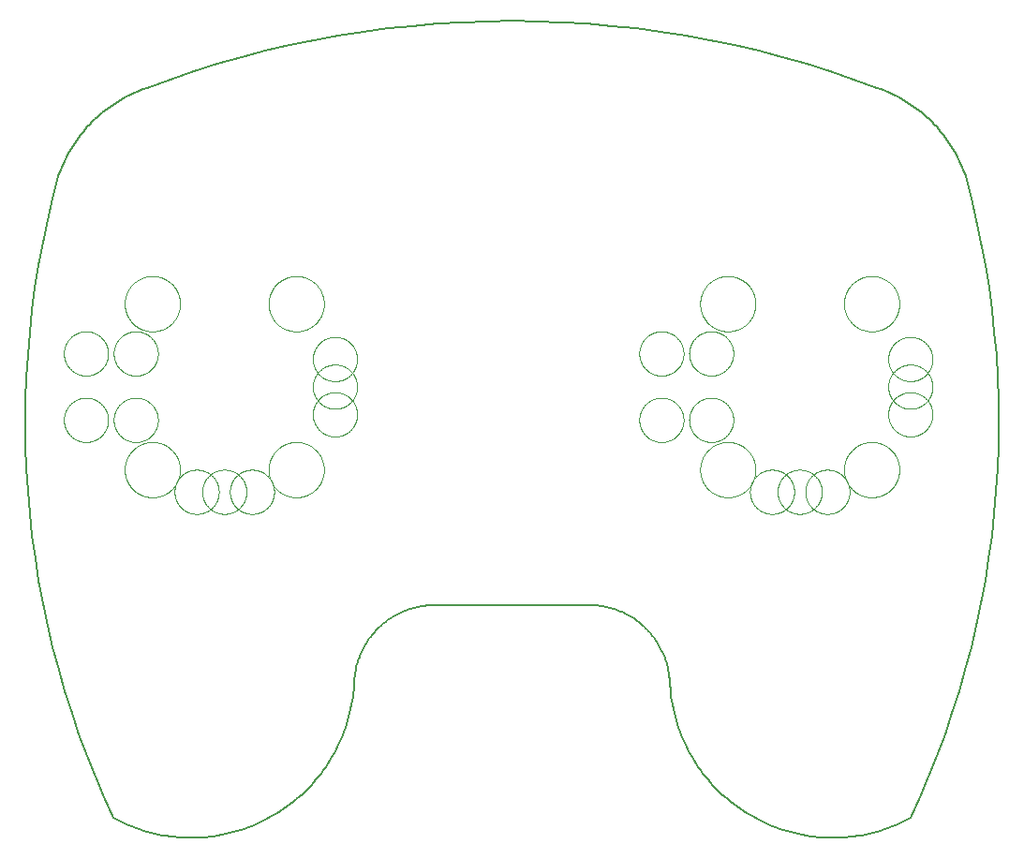
<source format=gko>
G04 EAGLE Gerber X2 export*
%TF.Part,Single*%
%TF.FileFunction,Profile,NP*%
%TF.FilePolarity,Positive*%
%TF.GenerationSoftware,Autodesk,EAGLE,9.0.1*%
%TF.CreationDate,2018-06-02T06:47:05Z*%
G75*
%MOMM*%
%FSLAX34Y34*%
%LPD*%
%AMOC8*
5,1,8,0,0,1.08239X$1,22.5*%
G01*
%ADD10C,0.152400*%
%ADD11C,0.000000*%


D10*
X170000Y870000D02*
X167084Y868988D01*
X164193Y867906D01*
X161330Y866753D01*
X158496Y865530D01*
X155692Y864239D01*
X152921Y862880D01*
X150184Y861454D01*
X147482Y859961D01*
X144818Y858403D01*
X142192Y856780D01*
X139607Y855094D01*
X137063Y853345D01*
X134563Y851535D01*
X132108Y849664D01*
X129700Y847734D01*
X127339Y845745D01*
X125027Y843700D01*
X122766Y841598D01*
X120557Y839443D01*
X118402Y837234D01*
X116300Y834973D01*
X114255Y832661D01*
X112266Y830300D01*
X110336Y827892D01*
X108465Y825437D01*
X106655Y822937D01*
X104906Y820393D01*
X103220Y817808D01*
X101597Y815182D01*
X100039Y812518D01*
X98546Y809816D01*
X97120Y807079D01*
X95761Y804308D01*
X94470Y801504D01*
X93247Y798670D01*
X92094Y795807D01*
X91012Y792916D01*
X90000Y790000D01*
X830000Y870000D02*
X832916Y868988D01*
X835807Y867906D01*
X838670Y866753D01*
X841504Y865530D01*
X844308Y864239D01*
X847079Y862880D01*
X849816Y861454D01*
X852518Y859961D01*
X855182Y858403D01*
X857808Y856780D01*
X860393Y855094D01*
X862937Y853345D01*
X865437Y851535D01*
X867892Y849664D01*
X870300Y847734D01*
X872661Y845745D01*
X874973Y843700D01*
X877234Y841598D01*
X879443Y839443D01*
X881598Y837234D01*
X883700Y834973D01*
X885745Y832661D01*
X887734Y830300D01*
X889664Y827892D01*
X891535Y825437D01*
X893345Y822937D01*
X895094Y820393D01*
X896780Y817808D01*
X898403Y815182D01*
X899961Y812518D01*
X901454Y809816D01*
X902880Y807079D01*
X904239Y804308D01*
X905530Y801504D01*
X906753Y798670D01*
X907906Y795807D01*
X908988Y792916D01*
X910000Y790000D01*
X830000Y870000D02*
X808878Y877721D01*
X787576Y884930D01*
X766106Y891621D01*
X744480Y897792D01*
X722711Y903438D01*
X700813Y908556D01*
X678797Y913144D01*
X656676Y917198D01*
X634464Y920717D01*
X612174Y923698D01*
X589818Y926139D01*
X567409Y928039D01*
X544961Y929397D01*
X522487Y930212D01*
X500000Y930484D01*
X477513Y930212D01*
X455039Y929397D01*
X432591Y928039D01*
X410182Y926139D01*
X387826Y923698D01*
X365536Y920717D01*
X343324Y917198D01*
X321203Y913144D01*
X299187Y908556D01*
X277289Y903438D01*
X255520Y897792D01*
X233894Y891621D01*
X212424Y884930D01*
X191122Y877721D01*
X170000Y870000D01*
X90000Y790000D02*
X84821Y770167D01*
X80128Y750214D01*
X75922Y730151D01*
X72207Y709993D01*
X68985Y689750D01*
X66257Y669434D01*
X64025Y649057D01*
X62291Y628633D01*
X61055Y608172D01*
X60319Y587687D01*
X60082Y567190D01*
X60345Y546694D01*
X61108Y526210D01*
X62370Y505750D01*
X64131Y485328D01*
X66389Y464955D01*
X69143Y444642D01*
X72391Y424403D01*
X76132Y404249D01*
X80364Y384193D01*
X85083Y364245D01*
X90287Y344419D01*
X95973Y324725D01*
X102138Y305176D01*
X108777Y285783D01*
X115887Y266557D01*
X123464Y247511D01*
X131503Y228655D01*
X140000Y210001D01*
X860000Y210000D02*
X868500Y228653D01*
X876543Y247508D01*
X884123Y266554D01*
X891236Y285779D01*
X897879Y305171D01*
X904046Y324720D01*
X909734Y344414D01*
X914940Y364240D01*
X919661Y384188D01*
X923894Y404245D01*
X927636Y424399D01*
X930886Y444638D01*
X933641Y464951D01*
X935899Y485325D01*
X937659Y505748D01*
X938921Y526207D01*
X939684Y546692D01*
X939946Y567189D01*
X939708Y587686D01*
X938970Y608171D01*
X937733Y628633D01*
X935997Y649058D01*
X933763Y669434D01*
X931032Y689750D01*
X927807Y709993D01*
X924089Y730152D01*
X919880Y750214D01*
X915182Y770167D01*
X910000Y790000D01*
X570000Y402500D02*
X430000Y402500D01*
X428242Y402481D01*
X426485Y402419D01*
X424729Y402315D01*
X422977Y402168D01*
X421229Y401979D01*
X419486Y401748D01*
X417749Y401474D01*
X416019Y401159D01*
X414298Y400802D01*
X412585Y400403D01*
X410883Y399962D01*
X409192Y399481D01*
X407513Y398959D01*
X405847Y398396D01*
X404195Y397793D01*
X402558Y397150D01*
X400938Y396468D01*
X399334Y395747D01*
X397749Y394987D01*
X396182Y394189D01*
X394635Y393353D01*
X393108Y392480D01*
X391604Y391570D01*
X390122Y390624D01*
X388663Y389643D01*
X387228Y388626D01*
X385818Y387575D01*
X384435Y386490D01*
X383077Y385372D01*
X381748Y384222D01*
X380447Y383039D01*
X379174Y381826D01*
X377932Y380581D01*
X376720Y379308D01*
X375539Y378005D01*
X374390Y376674D01*
X373274Y375315D01*
X372190Y373930D01*
X371141Y372519D01*
X370126Y371083D01*
X369147Y369623D01*
X368203Y368140D01*
X367295Y366634D01*
X366424Y365106D01*
X365590Y363558D01*
X364794Y361990D01*
X364036Y360404D01*
X363317Y358799D01*
X362637Y357178D01*
X361996Y355540D01*
X361395Y353888D01*
X360835Y352221D01*
X360315Y350541D01*
X359835Y348850D01*
X359397Y347147D01*
X359001Y345434D01*
X358645Y343712D01*
X358332Y341982D01*
X358061Y340244D01*
X357832Y338501D01*
X357645Y336752D01*
X357500Y335000D01*
X570000Y402500D02*
X571768Y402479D01*
X573535Y402415D01*
X575301Y402308D01*
X577063Y402157D01*
X578821Y401964D01*
X580573Y401728D01*
X582320Y401450D01*
X584059Y401129D01*
X585790Y400765D01*
X587511Y400360D01*
X589222Y399912D01*
X590921Y399423D01*
X592609Y398893D01*
X594282Y398322D01*
X595942Y397710D01*
X597585Y397058D01*
X599213Y396366D01*
X600823Y395634D01*
X602415Y394864D01*
X603987Y394055D01*
X605540Y393207D01*
X607071Y392322D01*
X608580Y391401D01*
X610066Y390442D01*
X611529Y389448D01*
X612966Y388418D01*
X614379Y387353D01*
X615764Y386255D01*
X617123Y385123D01*
X618454Y383958D01*
X619756Y382761D01*
X621028Y381532D01*
X622270Y380273D01*
X623481Y378984D01*
X624660Y377666D01*
X625806Y376320D01*
X626920Y374946D01*
X627999Y373545D01*
X629044Y372118D01*
X630054Y370667D01*
X631029Y369191D01*
X631967Y367692D01*
X632868Y366170D01*
X633732Y364627D01*
X634557Y363063D01*
X635345Y361480D01*
X636094Y359877D01*
X636803Y358257D01*
X637473Y356621D01*
X638102Y354968D01*
X638692Y353300D01*
X639240Y351619D01*
X639747Y349925D01*
X640213Y348219D01*
X640636Y346502D01*
X641018Y344775D01*
X641358Y343040D01*
X641655Y341296D01*
X641910Y339546D01*
X642122Y337790D01*
X642291Y336030D01*
X642417Y334266D01*
X642500Y332500D01*
X357500Y337500D02*
X357397Y333903D01*
X357205Y330311D01*
X356926Y326724D01*
X356560Y323145D01*
X356106Y319575D01*
X355566Y316018D01*
X354939Y312476D01*
X354226Y308949D01*
X353427Y305441D01*
X352543Y301954D01*
X351574Y298489D01*
X350521Y295049D01*
X349384Y291635D01*
X348165Y288250D01*
X346863Y284896D01*
X345480Y281575D01*
X344017Y278288D01*
X342474Y275038D01*
X340852Y271827D01*
X339152Y268656D01*
X337375Y265527D01*
X335523Y262443D01*
X333596Y259404D01*
X331596Y256414D01*
X329523Y253473D01*
X327379Y250584D01*
X325166Y247748D01*
X322883Y244966D01*
X320534Y242241D01*
X318119Y239574D01*
X315640Y236967D01*
X313098Y234421D01*
X310495Y231938D01*
X307832Y229519D01*
X305110Y227165D01*
X302333Y224879D01*
X299500Y222661D01*
X296614Y220512D01*
X293676Y218435D01*
X290689Y216430D01*
X287654Y214498D01*
X284573Y212641D01*
X281447Y210859D01*
X278279Y209154D01*
X275070Y207527D01*
X271822Y205979D01*
X268538Y204510D01*
X265219Y203122D01*
X261867Y201815D01*
X258484Y200590D01*
X255072Y199448D01*
X251633Y198390D01*
X248170Y197416D01*
X244684Y196526D01*
X241177Y195721D01*
X237652Y195003D01*
X234110Y194370D01*
X230554Y193824D01*
X226986Y193365D01*
X223407Y192993D01*
X219821Y192708D01*
X216228Y192511D01*
X212632Y192402D01*
X209034Y192380D01*
X205437Y192446D01*
X201842Y192599D01*
X198253Y192840D01*
X194670Y193169D01*
X191096Y193584D01*
X187534Y194087D01*
X183985Y194677D01*
X180451Y195352D01*
X176935Y196114D01*
X173438Y196961D01*
X169963Y197893D01*
X166512Y198910D01*
X163086Y200010D01*
X159689Y201194D01*
X156321Y202460D01*
X152985Y203808D01*
X149683Y205237D01*
X146417Y206745D01*
X143189Y208333D01*
X140000Y209999D01*
X642500Y337500D02*
X642603Y333903D01*
X642795Y330311D01*
X643074Y326724D01*
X643440Y323145D01*
X643894Y319575D01*
X644434Y316018D01*
X645061Y312476D01*
X645774Y308949D01*
X646573Y305441D01*
X647457Y301954D01*
X648426Y298489D01*
X649479Y295049D01*
X650616Y291635D01*
X651835Y288250D01*
X653137Y284896D01*
X654520Y281575D01*
X655983Y278288D01*
X657526Y275038D01*
X659148Y271827D01*
X660848Y268656D01*
X662625Y265527D01*
X664477Y262443D01*
X666404Y259404D01*
X668404Y256414D01*
X670477Y253473D01*
X672621Y250584D01*
X674834Y247748D01*
X677117Y244966D01*
X679466Y242241D01*
X681881Y239574D01*
X684360Y236967D01*
X686902Y234421D01*
X689505Y231938D01*
X692168Y229519D01*
X694890Y227165D01*
X697667Y224879D01*
X700500Y222661D01*
X703386Y220512D01*
X706324Y218435D01*
X709311Y216430D01*
X712346Y214498D01*
X715427Y212641D01*
X718553Y210859D01*
X721721Y209154D01*
X724930Y207527D01*
X728178Y205979D01*
X731462Y204510D01*
X734781Y203122D01*
X738133Y201815D01*
X741516Y200590D01*
X744928Y199448D01*
X748367Y198390D01*
X751830Y197416D01*
X755316Y196526D01*
X758823Y195721D01*
X762348Y195003D01*
X765890Y194370D01*
X769446Y193824D01*
X773014Y193365D01*
X776593Y192993D01*
X780179Y192708D01*
X783772Y192511D01*
X787368Y192402D01*
X790966Y192380D01*
X794563Y192446D01*
X798158Y192599D01*
X801747Y192840D01*
X805330Y193169D01*
X808904Y193584D01*
X812466Y194087D01*
X816015Y194677D01*
X819549Y195352D01*
X823065Y196114D01*
X826562Y196961D01*
X830037Y197893D01*
X833488Y198910D01*
X836914Y200010D01*
X840311Y201194D01*
X843679Y202460D01*
X847015Y203808D01*
X850317Y205237D01*
X853583Y206745D01*
X856811Y208333D01*
X860000Y209999D01*
D11*
X150000Y675000D02*
X150008Y675614D01*
X150030Y676227D01*
X150068Y676839D01*
X150120Y677450D01*
X150188Y678060D01*
X150271Y678668D01*
X150368Y679274D01*
X150480Y679877D01*
X150607Y680478D01*
X150749Y681075D01*
X150906Y681668D01*
X151076Y682257D01*
X151262Y682842D01*
X151461Y683422D01*
X151675Y683997D01*
X151903Y684567D01*
X152145Y685131D01*
X152400Y685689D01*
X152669Y686240D01*
X152952Y686785D01*
X153248Y687322D01*
X153557Y687853D01*
X153879Y688375D01*
X154213Y688889D01*
X154560Y689395D01*
X154920Y689892D01*
X155291Y690381D01*
X155675Y690860D01*
X156070Y691329D01*
X156476Y691789D01*
X156894Y692239D01*
X157322Y692678D01*
X157761Y693106D01*
X158211Y693524D01*
X158671Y693930D01*
X159140Y694325D01*
X159619Y694709D01*
X160108Y695080D01*
X160605Y695440D01*
X161111Y695787D01*
X161625Y696121D01*
X162147Y696443D01*
X162678Y696752D01*
X163215Y697048D01*
X163760Y697331D01*
X164311Y697600D01*
X164869Y697855D01*
X165433Y698097D01*
X166003Y698325D01*
X166578Y698539D01*
X167158Y698738D01*
X167743Y698924D01*
X168332Y699094D01*
X168925Y699251D01*
X169522Y699393D01*
X170123Y699520D01*
X170726Y699632D01*
X171332Y699729D01*
X171940Y699812D01*
X172550Y699880D01*
X173161Y699932D01*
X173773Y699970D01*
X174386Y699992D01*
X175000Y700000D01*
X175614Y699992D01*
X176227Y699970D01*
X176839Y699932D01*
X177450Y699880D01*
X178060Y699812D01*
X178668Y699729D01*
X179274Y699632D01*
X179877Y699520D01*
X180478Y699393D01*
X181075Y699251D01*
X181668Y699094D01*
X182257Y698924D01*
X182842Y698738D01*
X183422Y698539D01*
X183997Y698325D01*
X184567Y698097D01*
X185131Y697855D01*
X185689Y697600D01*
X186240Y697331D01*
X186785Y697048D01*
X187322Y696752D01*
X187853Y696443D01*
X188375Y696121D01*
X188889Y695787D01*
X189395Y695440D01*
X189892Y695080D01*
X190381Y694709D01*
X190860Y694325D01*
X191329Y693930D01*
X191789Y693524D01*
X192239Y693106D01*
X192678Y692678D01*
X193106Y692239D01*
X193524Y691789D01*
X193930Y691329D01*
X194325Y690860D01*
X194709Y690381D01*
X195080Y689892D01*
X195440Y689395D01*
X195787Y688889D01*
X196121Y688375D01*
X196443Y687853D01*
X196752Y687322D01*
X197048Y686785D01*
X197331Y686240D01*
X197600Y685689D01*
X197855Y685131D01*
X198097Y684567D01*
X198325Y683997D01*
X198539Y683422D01*
X198738Y682842D01*
X198924Y682257D01*
X199094Y681668D01*
X199251Y681075D01*
X199393Y680478D01*
X199520Y679877D01*
X199632Y679274D01*
X199729Y678668D01*
X199812Y678060D01*
X199880Y677450D01*
X199932Y676839D01*
X199970Y676227D01*
X199992Y675614D01*
X200000Y675000D01*
X199992Y674386D01*
X199970Y673773D01*
X199932Y673161D01*
X199880Y672550D01*
X199812Y671940D01*
X199729Y671332D01*
X199632Y670726D01*
X199520Y670123D01*
X199393Y669522D01*
X199251Y668925D01*
X199094Y668332D01*
X198924Y667743D01*
X198738Y667158D01*
X198539Y666578D01*
X198325Y666003D01*
X198097Y665433D01*
X197855Y664869D01*
X197600Y664311D01*
X197331Y663760D01*
X197048Y663215D01*
X196752Y662678D01*
X196443Y662147D01*
X196121Y661625D01*
X195787Y661111D01*
X195440Y660605D01*
X195080Y660108D01*
X194709Y659619D01*
X194325Y659140D01*
X193930Y658671D01*
X193524Y658211D01*
X193106Y657761D01*
X192678Y657322D01*
X192239Y656894D01*
X191789Y656476D01*
X191329Y656070D01*
X190860Y655675D01*
X190381Y655291D01*
X189892Y654920D01*
X189395Y654560D01*
X188889Y654213D01*
X188375Y653879D01*
X187853Y653557D01*
X187322Y653248D01*
X186785Y652952D01*
X186240Y652669D01*
X185689Y652400D01*
X185131Y652145D01*
X184567Y651903D01*
X183997Y651675D01*
X183422Y651461D01*
X182842Y651262D01*
X182257Y651076D01*
X181668Y650906D01*
X181075Y650749D01*
X180478Y650607D01*
X179877Y650480D01*
X179274Y650368D01*
X178668Y650271D01*
X178060Y650188D01*
X177450Y650120D01*
X176839Y650068D01*
X176227Y650030D01*
X175614Y650008D01*
X175000Y650000D01*
X174386Y650008D01*
X173773Y650030D01*
X173161Y650068D01*
X172550Y650120D01*
X171940Y650188D01*
X171332Y650271D01*
X170726Y650368D01*
X170123Y650480D01*
X169522Y650607D01*
X168925Y650749D01*
X168332Y650906D01*
X167743Y651076D01*
X167158Y651262D01*
X166578Y651461D01*
X166003Y651675D01*
X165433Y651903D01*
X164869Y652145D01*
X164311Y652400D01*
X163760Y652669D01*
X163215Y652952D01*
X162678Y653248D01*
X162147Y653557D01*
X161625Y653879D01*
X161111Y654213D01*
X160605Y654560D01*
X160108Y654920D01*
X159619Y655291D01*
X159140Y655675D01*
X158671Y656070D01*
X158211Y656476D01*
X157761Y656894D01*
X157322Y657322D01*
X156894Y657761D01*
X156476Y658211D01*
X156070Y658671D01*
X155675Y659140D01*
X155291Y659619D01*
X154920Y660108D01*
X154560Y660605D01*
X154213Y661111D01*
X153879Y661625D01*
X153557Y662147D01*
X153248Y662678D01*
X152952Y663215D01*
X152669Y663760D01*
X152400Y664311D01*
X152145Y664869D01*
X151903Y665433D01*
X151675Y666003D01*
X151461Y666578D01*
X151262Y667158D01*
X151076Y667743D01*
X150906Y668332D01*
X150749Y668925D01*
X150607Y669522D01*
X150480Y670123D01*
X150368Y670726D01*
X150271Y671332D01*
X150188Y671940D01*
X150120Y672550D01*
X150068Y673161D01*
X150030Y673773D01*
X150008Y674386D01*
X150000Y675000D01*
X280000Y675000D02*
X280008Y675614D01*
X280030Y676227D01*
X280068Y676839D01*
X280120Y677450D01*
X280188Y678060D01*
X280271Y678668D01*
X280368Y679274D01*
X280480Y679877D01*
X280607Y680478D01*
X280749Y681075D01*
X280906Y681668D01*
X281076Y682257D01*
X281262Y682842D01*
X281461Y683422D01*
X281675Y683997D01*
X281903Y684567D01*
X282145Y685131D01*
X282400Y685689D01*
X282669Y686240D01*
X282952Y686785D01*
X283248Y687322D01*
X283557Y687853D01*
X283879Y688375D01*
X284213Y688889D01*
X284560Y689395D01*
X284920Y689892D01*
X285291Y690381D01*
X285675Y690860D01*
X286070Y691329D01*
X286476Y691789D01*
X286894Y692239D01*
X287322Y692678D01*
X287761Y693106D01*
X288211Y693524D01*
X288671Y693930D01*
X289140Y694325D01*
X289619Y694709D01*
X290108Y695080D01*
X290605Y695440D01*
X291111Y695787D01*
X291625Y696121D01*
X292147Y696443D01*
X292678Y696752D01*
X293215Y697048D01*
X293760Y697331D01*
X294311Y697600D01*
X294869Y697855D01*
X295433Y698097D01*
X296003Y698325D01*
X296578Y698539D01*
X297158Y698738D01*
X297743Y698924D01*
X298332Y699094D01*
X298925Y699251D01*
X299522Y699393D01*
X300123Y699520D01*
X300726Y699632D01*
X301332Y699729D01*
X301940Y699812D01*
X302550Y699880D01*
X303161Y699932D01*
X303773Y699970D01*
X304386Y699992D01*
X305000Y700000D01*
X305614Y699992D01*
X306227Y699970D01*
X306839Y699932D01*
X307450Y699880D01*
X308060Y699812D01*
X308668Y699729D01*
X309274Y699632D01*
X309877Y699520D01*
X310478Y699393D01*
X311075Y699251D01*
X311668Y699094D01*
X312257Y698924D01*
X312842Y698738D01*
X313422Y698539D01*
X313997Y698325D01*
X314567Y698097D01*
X315131Y697855D01*
X315689Y697600D01*
X316240Y697331D01*
X316785Y697048D01*
X317322Y696752D01*
X317853Y696443D01*
X318375Y696121D01*
X318889Y695787D01*
X319395Y695440D01*
X319892Y695080D01*
X320381Y694709D01*
X320860Y694325D01*
X321329Y693930D01*
X321789Y693524D01*
X322239Y693106D01*
X322678Y692678D01*
X323106Y692239D01*
X323524Y691789D01*
X323930Y691329D01*
X324325Y690860D01*
X324709Y690381D01*
X325080Y689892D01*
X325440Y689395D01*
X325787Y688889D01*
X326121Y688375D01*
X326443Y687853D01*
X326752Y687322D01*
X327048Y686785D01*
X327331Y686240D01*
X327600Y685689D01*
X327855Y685131D01*
X328097Y684567D01*
X328325Y683997D01*
X328539Y683422D01*
X328738Y682842D01*
X328924Y682257D01*
X329094Y681668D01*
X329251Y681075D01*
X329393Y680478D01*
X329520Y679877D01*
X329632Y679274D01*
X329729Y678668D01*
X329812Y678060D01*
X329880Y677450D01*
X329932Y676839D01*
X329970Y676227D01*
X329992Y675614D01*
X330000Y675000D01*
X329992Y674386D01*
X329970Y673773D01*
X329932Y673161D01*
X329880Y672550D01*
X329812Y671940D01*
X329729Y671332D01*
X329632Y670726D01*
X329520Y670123D01*
X329393Y669522D01*
X329251Y668925D01*
X329094Y668332D01*
X328924Y667743D01*
X328738Y667158D01*
X328539Y666578D01*
X328325Y666003D01*
X328097Y665433D01*
X327855Y664869D01*
X327600Y664311D01*
X327331Y663760D01*
X327048Y663215D01*
X326752Y662678D01*
X326443Y662147D01*
X326121Y661625D01*
X325787Y661111D01*
X325440Y660605D01*
X325080Y660108D01*
X324709Y659619D01*
X324325Y659140D01*
X323930Y658671D01*
X323524Y658211D01*
X323106Y657761D01*
X322678Y657322D01*
X322239Y656894D01*
X321789Y656476D01*
X321329Y656070D01*
X320860Y655675D01*
X320381Y655291D01*
X319892Y654920D01*
X319395Y654560D01*
X318889Y654213D01*
X318375Y653879D01*
X317853Y653557D01*
X317322Y653248D01*
X316785Y652952D01*
X316240Y652669D01*
X315689Y652400D01*
X315131Y652145D01*
X314567Y651903D01*
X313997Y651675D01*
X313422Y651461D01*
X312842Y651262D01*
X312257Y651076D01*
X311668Y650906D01*
X311075Y650749D01*
X310478Y650607D01*
X309877Y650480D01*
X309274Y650368D01*
X308668Y650271D01*
X308060Y650188D01*
X307450Y650120D01*
X306839Y650068D01*
X306227Y650030D01*
X305614Y650008D01*
X305000Y650000D01*
X304386Y650008D01*
X303773Y650030D01*
X303161Y650068D01*
X302550Y650120D01*
X301940Y650188D01*
X301332Y650271D01*
X300726Y650368D01*
X300123Y650480D01*
X299522Y650607D01*
X298925Y650749D01*
X298332Y650906D01*
X297743Y651076D01*
X297158Y651262D01*
X296578Y651461D01*
X296003Y651675D01*
X295433Y651903D01*
X294869Y652145D01*
X294311Y652400D01*
X293760Y652669D01*
X293215Y652952D01*
X292678Y653248D01*
X292147Y653557D01*
X291625Y653879D01*
X291111Y654213D01*
X290605Y654560D01*
X290108Y654920D01*
X289619Y655291D01*
X289140Y655675D01*
X288671Y656070D01*
X288211Y656476D01*
X287761Y656894D01*
X287322Y657322D01*
X286894Y657761D01*
X286476Y658211D01*
X286070Y658671D01*
X285675Y659140D01*
X285291Y659619D01*
X284920Y660108D01*
X284560Y660605D01*
X284213Y661111D01*
X283879Y661625D01*
X283557Y662147D01*
X283248Y662678D01*
X282952Y663215D01*
X282669Y663760D01*
X282400Y664311D01*
X282145Y664869D01*
X281903Y665433D01*
X281675Y666003D01*
X281461Y666578D01*
X281262Y667158D01*
X281076Y667743D01*
X280906Y668332D01*
X280749Y668925D01*
X280607Y669522D01*
X280480Y670123D01*
X280368Y670726D01*
X280271Y671332D01*
X280188Y671940D01*
X280120Y672550D01*
X280068Y673161D01*
X280030Y673773D01*
X280008Y674386D01*
X280000Y675000D01*
X95000Y630000D02*
X95006Y630491D01*
X95024Y630981D01*
X95054Y631471D01*
X95096Y631960D01*
X95150Y632448D01*
X95216Y632935D01*
X95294Y633419D01*
X95384Y633902D01*
X95486Y634382D01*
X95599Y634860D01*
X95724Y635334D01*
X95861Y635806D01*
X96009Y636274D01*
X96169Y636738D01*
X96340Y637198D01*
X96522Y637654D01*
X96716Y638105D01*
X96920Y638551D01*
X97136Y638992D01*
X97362Y639428D01*
X97598Y639858D01*
X97845Y640282D01*
X98103Y640700D01*
X98371Y641111D01*
X98648Y641516D01*
X98936Y641914D01*
X99233Y642305D01*
X99540Y642688D01*
X99856Y643063D01*
X100181Y643431D01*
X100515Y643791D01*
X100858Y644142D01*
X101209Y644485D01*
X101569Y644819D01*
X101937Y645144D01*
X102312Y645460D01*
X102695Y645767D01*
X103086Y646064D01*
X103484Y646352D01*
X103889Y646629D01*
X104300Y646897D01*
X104718Y647155D01*
X105142Y647402D01*
X105572Y647638D01*
X106008Y647864D01*
X106449Y648080D01*
X106895Y648284D01*
X107346Y648478D01*
X107802Y648660D01*
X108262Y648831D01*
X108726Y648991D01*
X109194Y649139D01*
X109666Y649276D01*
X110140Y649401D01*
X110618Y649514D01*
X111098Y649616D01*
X111581Y649706D01*
X112065Y649784D01*
X112552Y649850D01*
X113040Y649904D01*
X113529Y649946D01*
X114019Y649976D01*
X114509Y649994D01*
X115000Y650000D01*
X115491Y649994D01*
X115981Y649976D01*
X116471Y649946D01*
X116960Y649904D01*
X117448Y649850D01*
X117935Y649784D01*
X118419Y649706D01*
X118902Y649616D01*
X119382Y649514D01*
X119860Y649401D01*
X120334Y649276D01*
X120806Y649139D01*
X121274Y648991D01*
X121738Y648831D01*
X122198Y648660D01*
X122654Y648478D01*
X123105Y648284D01*
X123551Y648080D01*
X123992Y647864D01*
X124428Y647638D01*
X124858Y647402D01*
X125282Y647155D01*
X125700Y646897D01*
X126111Y646629D01*
X126516Y646352D01*
X126914Y646064D01*
X127305Y645767D01*
X127688Y645460D01*
X128063Y645144D01*
X128431Y644819D01*
X128791Y644485D01*
X129142Y644142D01*
X129485Y643791D01*
X129819Y643431D01*
X130144Y643063D01*
X130460Y642688D01*
X130767Y642305D01*
X131064Y641914D01*
X131352Y641516D01*
X131629Y641111D01*
X131897Y640700D01*
X132155Y640282D01*
X132402Y639858D01*
X132638Y639428D01*
X132864Y638992D01*
X133080Y638551D01*
X133284Y638105D01*
X133478Y637654D01*
X133660Y637198D01*
X133831Y636738D01*
X133991Y636274D01*
X134139Y635806D01*
X134276Y635334D01*
X134401Y634860D01*
X134514Y634382D01*
X134616Y633902D01*
X134706Y633419D01*
X134784Y632935D01*
X134850Y632448D01*
X134904Y631960D01*
X134946Y631471D01*
X134976Y630981D01*
X134994Y630491D01*
X135000Y630000D01*
X134994Y629509D01*
X134976Y629019D01*
X134946Y628529D01*
X134904Y628040D01*
X134850Y627552D01*
X134784Y627065D01*
X134706Y626581D01*
X134616Y626098D01*
X134514Y625618D01*
X134401Y625140D01*
X134276Y624666D01*
X134139Y624194D01*
X133991Y623726D01*
X133831Y623262D01*
X133660Y622802D01*
X133478Y622346D01*
X133284Y621895D01*
X133080Y621449D01*
X132864Y621008D01*
X132638Y620572D01*
X132402Y620142D01*
X132155Y619718D01*
X131897Y619300D01*
X131629Y618889D01*
X131352Y618484D01*
X131064Y618086D01*
X130767Y617695D01*
X130460Y617312D01*
X130144Y616937D01*
X129819Y616569D01*
X129485Y616209D01*
X129142Y615858D01*
X128791Y615515D01*
X128431Y615181D01*
X128063Y614856D01*
X127688Y614540D01*
X127305Y614233D01*
X126914Y613936D01*
X126516Y613648D01*
X126111Y613371D01*
X125700Y613103D01*
X125282Y612845D01*
X124858Y612598D01*
X124428Y612362D01*
X123992Y612136D01*
X123551Y611920D01*
X123105Y611716D01*
X122654Y611522D01*
X122198Y611340D01*
X121738Y611169D01*
X121274Y611009D01*
X120806Y610861D01*
X120334Y610724D01*
X119860Y610599D01*
X119382Y610486D01*
X118902Y610384D01*
X118419Y610294D01*
X117935Y610216D01*
X117448Y610150D01*
X116960Y610096D01*
X116471Y610054D01*
X115981Y610024D01*
X115491Y610006D01*
X115000Y610000D01*
X114509Y610006D01*
X114019Y610024D01*
X113529Y610054D01*
X113040Y610096D01*
X112552Y610150D01*
X112065Y610216D01*
X111581Y610294D01*
X111098Y610384D01*
X110618Y610486D01*
X110140Y610599D01*
X109666Y610724D01*
X109194Y610861D01*
X108726Y611009D01*
X108262Y611169D01*
X107802Y611340D01*
X107346Y611522D01*
X106895Y611716D01*
X106449Y611920D01*
X106008Y612136D01*
X105572Y612362D01*
X105142Y612598D01*
X104718Y612845D01*
X104300Y613103D01*
X103889Y613371D01*
X103484Y613648D01*
X103086Y613936D01*
X102695Y614233D01*
X102312Y614540D01*
X101937Y614856D01*
X101569Y615181D01*
X101209Y615515D01*
X100858Y615858D01*
X100515Y616209D01*
X100181Y616569D01*
X99856Y616937D01*
X99540Y617312D01*
X99233Y617695D01*
X98936Y618086D01*
X98648Y618484D01*
X98371Y618889D01*
X98103Y619300D01*
X97845Y619718D01*
X97598Y620142D01*
X97362Y620572D01*
X97136Y621008D01*
X96920Y621449D01*
X96716Y621895D01*
X96522Y622346D01*
X96340Y622802D01*
X96169Y623262D01*
X96009Y623726D01*
X95861Y624194D01*
X95724Y624666D01*
X95599Y625140D01*
X95486Y625618D01*
X95384Y626098D01*
X95294Y626581D01*
X95216Y627065D01*
X95150Y627552D01*
X95096Y628040D01*
X95054Y628529D01*
X95024Y629019D01*
X95006Y629509D01*
X95000Y630000D01*
X95000Y570000D02*
X95006Y570491D01*
X95024Y570981D01*
X95054Y571471D01*
X95096Y571960D01*
X95150Y572448D01*
X95216Y572935D01*
X95294Y573419D01*
X95384Y573902D01*
X95486Y574382D01*
X95599Y574860D01*
X95724Y575334D01*
X95861Y575806D01*
X96009Y576274D01*
X96169Y576738D01*
X96340Y577198D01*
X96522Y577654D01*
X96716Y578105D01*
X96920Y578551D01*
X97136Y578992D01*
X97362Y579428D01*
X97598Y579858D01*
X97845Y580282D01*
X98103Y580700D01*
X98371Y581111D01*
X98648Y581516D01*
X98936Y581914D01*
X99233Y582305D01*
X99540Y582688D01*
X99856Y583063D01*
X100181Y583431D01*
X100515Y583791D01*
X100858Y584142D01*
X101209Y584485D01*
X101569Y584819D01*
X101937Y585144D01*
X102312Y585460D01*
X102695Y585767D01*
X103086Y586064D01*
X103484Y586352D01*
X103889Y586629D01*
X104300Y586897D01*
X104718Y587155D01*
X105142Y587402D01*
X105572Y587638D01*
X106008Y587864D01*
X106449Y588080D01*
X106895Y588284D01*
X107346Y588478D01*
X107802Y588660D01*
X108262Y588831D01*
X108726Y588991D01*
X109194Y589139D01*
X109666Y589276D01*
X110140Y589401D01*
X110618Y589514D01*
X111098Y589616D01*
X111581Y589706D01*
X112065Y589784D01*
X112552Y589850D01*
X113040Y589904D01*
X113529Y589946D01*
X114019Y589976D01*
X114509Y589994D01*
X115000Y590000D01*
X115491Y589994D01*
X115981Y589976D01*
X116471Y589946D01*
X116960Y589904D01*
X117448Y589850D01*
X117935Y589784D01*
X118419Y589706D01*
X118902Y589616D01*
X119382Y589514D01*
X119860Y589401D01*
X120334Y589276D01*
X120806Y589139D01*
X121274Y588991D01*
X121738Y588831D01*
X122198Y588660D01*
X122654Y588478D01*
X123105Y588284D01*
X123551Y588080D01*
X123992Y587864D01*
X124428Y587638D01*
X124858Y587402D01*
X125282Y587155D01*
X125700Y586897D01*
X126111Y586629D01*
X126516Y586352D01*
X126914Y586064D01*
X127305Y585767D01*
X127688Y585460D01*
X128063Y585144D01*
X128431Y584819D01*
X128791Y584485D01*
X129142Y584142D01*
X129485Y583791D01*
X129819Y583431D01*
X130144Y583063D01*
X130460Y582688D01*
X130767Y582305D01*
X131064Y581914D01*
X131352Y581516D01*
X131629Y581111D01*
X131897Y580700D01*
X132155Y580282D01*
X132402Y579858D01*
X132638Y579428D01*
X132864Y578992D01*
X133080Y578551D01*
X133284Y578105D01*
X133478Y577654D01*
X133660Y577198D01*
X133831Y576738D01*
X133991Y576274D01*
X134139Y575806D01*
X134276Y575334D01*
X134401Y574860D01*
X134514Y574382D01*
X134616Y573902D01*
X134706Y573419D01*
X134784Y572935D01*
X134850Y572448D01*
X134904Y571960D01*
X134946Y571471D01*
X134976Y570981D01*
X134994Y570491D01*
X135000Y570000D01*
X134994Y569509D01*
X134976Y569019D01*
X134946Y568529D01*
X134904Y568040D01*
X134850Y567552D01*
X134784Y567065D01*
X134706Y566581D01*
X134616Y566098D01*
X134514Y565618D01*
X134401Y565140D01*
X134276Y564666D01*
X134139Y564194D01*
X133991Y563726D01*
X133831Y563262D01*
X133660Y562802D01*
X133478Y562346D01*
X133284Y561895D01*
X133080Y561449D01*
X132864Y561008D01*
X132638Y560572D01*
X132402Y560142D01*
X132155Y559718D01*
X131897Y559300D01*
X131629Y558889D01*
X131352Y558484D01*
X131064Y558086D01*
X130767Y557695D01*
X130460Y557312D01*
X130144Y556937D01*
X129819Y556569D01*
X129485Y556209D01*
X129142Y555858D01*
X128791Y555515D01*
X128431Y555181D01*
X128063Y554856D01*
X127688Y554540D01*
X127305Y554233D01*
X126914Y553936D01*
X126516Y553648D01*
X126111Y553371D01*
X125700Y553103D01*
X125282Y552845D01*
X124858Y552598D01*
X124428Y552362D01*
X123992Y552136D01*
X123551Y551920D01*
X123105Y551716D01*
X122654Y551522D01*
X122198Y551340D01*
X121738Y551169D01*
X121274Y551009D01*
X120806Y550861D01*
X120334Y550724D01*
X119860Y550599D01*
X119382Y550486D01*
X118902Y550384D01*
X118419Y550294D01*
X117935Y550216D01*
X117448Y550150D01*
X116960Y550096D01*
X116471Y550054D01*
X115981Y550024D01*
X115491Y550006D01*
X115000Y550000D01*
X114509Y550006D01*
X114019Y550024D01*
X113529Y550054D01*
X113040Y550096D01*
X112552Y550150D01*
X112065Y550216D01*
X111581Y550294D01*
X111098Y550384D01*
X110618Y550486D01*
X110140Y550599D01*
X109666Y550724D01*
X109194Y550861D01*
X108726Y551009D01*
X108262Y551169D01*
X107802Y551340D01*
X107346Y551522D01*
X106895Y551716D01*
X106449Y551920D01*
X106008Y552136D01*
X105572Y552362D01*
X105142Y552598D01*
X104718Y552845D01*
X104300Y553103D01*
X103889Y553371D01*
X103484Y553648D01*
X103086Y553936D01*
X102695Y554233D01*
X102312Y554540D01*
X101937Y554856D01*
X101569Y555181D01*
X101209Y555515D01*
X100858Y555858D01*
X100515Y556209D01*
X100181Y556569D01*
X99856Y556937D01*
X99540Y557312D01*
X99233Y557695D01*
X98936Y558086D01*
X98648Y558484D01*
X98371Y558889D01*
X98103Y559300D01*
X97845Y559718D01*
X97598Y560142D01*
X97362Y560572D01*
X97136Y561008D01*
X96920Y561449D01*
X96716Y561895D01*
X96522Y562346D01*
X96340Y562802D01*
X96169Y563262D01*
X96009Y563726D01*
X95861Y564194D01*
X95724Y564666D01*
X95599Y565140D01*
X95486Y565618D01*
X95384Y566098D01*
X95294Y566581D01*
X95216Y567065D01*
X95150Y567552D01*
X95096Y568040D01*
X95054Y568529D01*
X95024Y569019D01*
X95006Y569509D01*
X95000Y570000D01*
X140000Y570000D02*
X140006Y570491D01*
X140024Y570981D01*
X140054Y571471D01*
X140096Y571960D01*
X140150Y572448D01*
X140216Y572935D01*
X140294Y573419D01*
X140384Y573902D01*
X140486Y574382D01*
X140599Y574860D01*
X140724Y575334D01*
X140861Y575806D01*
X141009Y576274D01*
X141169Y576738D01*
X141340Y577198D01*
X141522Y577654D01*
X141716Y578105D01*
X141920Y578551D01*
X142136Y578992D01*
X142362Y579428D01*
X142598Y579858D01*
X142845Y580282D01*
X143103Y580700D01*
X143371Y581111D01*
X143648Y581516D01*
X143936Y581914D01*
X144233Y582305D01*
X144540Y582688D01*
X144856Y583063D01*
X145181Y583431D01*
X145515Y583791D01*
X145858Y584142D01*
X146209Y584485D01*
X146569Y584819D01*
X146937Y585144D01*
X147312Y585460D01*
X147695Y585767D01*
X148086Y586064D01*
X148484Y586352D01*
X148889Y586629D01*
X149300Y586897D01*
X149718Y587155D01*
X150142Y587402D01*
X150572Y587638D01*
X151008Y587864D01*
X151449Y588080D01*
X151895Y588284D01*
X152346Y588478D01*
X152802Y588660D01*
X153262Y588831D01*
X153726Y588991D01*
X154194Y589139D01*
X154666Y589276D01*
X155140Y589401D01*
X155618Y589514D01*
X156098Y589616D01*
X156581Y589706D01*
X157065Y589784D01*
X157552Y589850D01*
X158040Y589904D01*
X158529Y589946D01*
X159019Y589976D01*
X159509Y589994D01*
X160000Y590000D01*
X160491Y589994D01*
X160981Y589976D01*
X161471Y589946D01*
X161960Y589904D01*
X162448Y589850D01*
X162935Y589784D01*
X163419Y589706D01*
X163902Y589616D01*
X164382Y589514D01*
X164860Y589401D01*
X165334Y589276D01*
X165806Y589139D01*
X166274Y588991D01*
X166738Y588831D01*
X167198Y588660D01*
X167654Y588478D01*
X168105Y588284D01*
X168551Y588080D01*
X168992Y587864D01*
X169428Y587638D01*
X169858Y587402D01*
X170282Y587155D01*
X170700Y586897D01*
X171111Y586629D01*
X171516Y586352D01*
X171914Y586064D01*
X172305Y585767D01*
X172688Y585460D01*
X173063Y585144D01*
X173431Y584819D01*
X173791Y584485D01*
X174142Y584142D01*
X174485Y583791D01*
X174819Y583431D01*
X175144Y583063D01*
X175460Y582688D01*
X175767Y582305D01*
X176064Y581914D01*
X176352Y581516D01*
X176629Y581111D01*
X176897Y580700D01*
X177155Y580282D01*
X177402Y579858D01*
X177638Y579428D01*
X177864Y578992D01*
X178080Y578551D01*
X178284Y578105D01*
X178478Y577654D01*
X178660Y577198D01*
X178831Y576738D01*
X178991Y576274D01*
X179139Y575806D01*
X179276Y575334D01*
X179401Y574860D01*
X179514Y574382D01*
X179616Y573902D01*
X179706Y573419D01*
X179784Y572935D01*
X179850Y572448D01*
X179904Y571960D01*
X179946Y571471D01*
X179976Y570981D01*
X179994Y570491D01*
X180000Y570000D01*
X179994Y569509D01*
X179976Y569019D01*
X179946Y568529D01*
X179904Y568040D01*
X179850Y567552D01*
X179784Y567065D01*
X179706Y566581D01*
X179616Y566098D01*
X179514Y565618D01*
X179401Y565140D01*
X179276Y564666D01*
X179139Y564194D01*
X178991Y563726D01*
X178831Y563262D01*
X178660Y562802D01*
X178478Y562346D01*
X178284Y561895D01*
X178080Y561449D01*
X177864Y561008D01*
X177638Y560572D01*
X177402Y560142D01*
X177155Y559718D01*
X176897Y559300D01*
X176629Y558889D01*
X176352Y558484D01*
X176064Y558086D01*
X175767Y557695D01*
X175460Y557312D01*
X175144Y556937D01*
X174819Y556569D01*
X174485Y556209D01*
X174142Y555858D01*
X173791Y555515D01*
X173431Y555181D01*
X173063Y554856D01*
X172688Y554540D01*
X172305Y554233D01*
X171914Y553936D01*
X171516Y553648D01*
X171111Y553371D01*
X170700Y553103D01*
X170282Y552845D01*
X169858Y552598D01*
X169428Y552362D01*
X168992Y552136D01*
X168551Y551920D01*
X168105Y551716D01*
X167654Y551522D01*
X167198Y551340D01*
X166738Y551169D01*
X166274Y551009D01*
X165806Y550861D01*
X165334Y550724D01*
X164860Y550599D01*
X164382Y550486D01*
X163902Y550384D01*
X163419Y550294D01*
X162935Y550216D01*
X162448Y550150D01*
X161960Y550096D01*
X161471Y550054D01*
X160981Y550024D01*
X160491Y550006D01*
X160000Y550000D01*
X159509Y550006D01*
X159019Y550024D01*
X158529Y550054D01*
X158040Y550096D01*
X157552Y550150D01*
X157065Y550216D01*
X156581Y550294D01*
X156098Y550384D01*
X155618Y550486D01*
X155140Y550599D01*
X154666Y550724D01*
X154194Y550861D01*
X153726Y551009D01*
X153262Y551169D01*
X152802Y551340D01*
X152346Y551522D01*
X151895Y551716D01*
X151449Y551920D01*
X151008Y552136D01*
X150572Y552362D01*
X150142Y552598D01*
X149718Y552845D01*
X149300Y553103D01*
X148889Y553371D01*
X148484Y553648D01*
X148086Y553936D01*
X147695Y554233D01*
X147312Y554540D01*
X146937Y554856D01*
X146569Y555181D01*
X146209Y555515D01*
X145858Y555858D01*
X145515Y556209D01*
X145181Y556569D01*
X144856Y556937D01*
X144540Y557312D01*
X144233Y557695D01*
X143936Y558086D01*
X143648Y558484D01*
X143371Y558889D01*
X143103Y559300D01*
X142845Y559718D01*
X142598Y560142D01*
X142362Y560572D01*
X142136Y561008D01*
X141920Y561449D01*
X141716Y561895D01*
X141522Y562346D01*
X141340Y562802D01*
X141169Y563262D01*
X141009Y563726D01*
X140861Y564194D01*
X140724Y564666D01*
X140599Y565140D01*
X140486Y565618D01*
X140384Y566098D01*
X140294Y566581D01*
X140216Y567065D01*
X140150Y567552D01*
X140096Y568040D01*
X140054Y568529D01*
X140024Y569019D01*
X140006Y569509D01*
X140000Y570000D01*
X140000Y630000D02*
X140006Y630491D01*
X140024Y630981D01*
X140054Y631471D01*
X140096Y631960D01*
X140150Y632448D01*
X140216Y632935D01*
X140294Y633419D01*
X140384Y633902D01*
X140486Y634382D01*
X140599Y634860D01*
X140724Y635334D01*
X140861Y635806D01*
X141009Y636274D01*
X141169Y636738D01*
X141340Y637198D01*
X141522Y637654D01*
X141716Y638105D01*
X141920Y638551D01*
X142136Y638992D01*
X142362Y639428D01*
X142598Y639858D01*
X142845Y640282D01*
X143103Y640700D01*
X143371Y641111D01*
X143648Y641516D01*
X143936Y641914D01*
X144233Y642305D01*
X144540Y642688D01*
X144856Y643063D01*
X145181Y643431D01*
X145515Y643791D01*
X145858Y644142D01*
X146209Y644485D01*
X146569Y644819D01*
X146937Y645144D01*
X147312Y645460D01*
X147695Y645767D01*
X148086Y646064D01*
X148484Y646352D01*
X148889Y646629D01*
X149300Y646897D01*
X149718Y647155D01*
X150142Y647402D01*
X150572Y647638D01*
X151008Y647864D01*
X151449Y648080D01*
X151895Y648284D01*
X152346Y648478D01*
X152802Y648660D01*
X153262Y648831D01*
X153726Y648991D01*
X154194Y649139D01*
X154666Y649276D01*
X155140Y649401D01*
X155618Y649514D01*
X156098Y649616D01*
X156581Y649706D01*
X157065Y649784D01*
X157552Y649850D01*
X158040Y649904D01*
X158529Y649946D01*
X159019Y649976D01*
X159509Y649994D01*
X160000Y650000D01*
X160491Y649994D01*
X160981Y649976D01*
X161471Y649946D01*
X161960Y649904D01*
X162448Y649850D01*
X162935Y649784D01*
X163419Y649706D01*
X163902Y649616D01*
X164382Y649514D01*
X164860Y649401D01*
X165334Y649276D01*
X165806Y649139D01*
X166274Y648991D01*
X166738Y648831D01*
X167198Y648660D01*
X167654Y648478D01*
X168105Y648284D01*
X168551Y648080D01*
X168992Y647864D01*
X169428Y647638D01*
X169858Y647402D01*
X170282Y647155D01*
X170700Y646897D01*
X171111Y646629D01*
X171516Y646352D01*
X171914Y646064D01*
X172305Y645767D01*
X172688Y645460D01*
X173063Y645144D01*
X173431Y644819D01*
X173791Y644485D01*
X174142Y644142D01*
X174485Y643791D01*
X174819Y643431D01*
X175144Y643063D01*
X175460Y642688D01*
X175767Y642305D01*
X176064Y641914D01*
X176352Y641516D01*
X176629Y641111D01*
X176897Y640700D01*
X177155Y640282D01*
X177402Y639858D01*
X177638Y639428D01*
X177864Y638992D01*
X178080Y638551D01*
X178284Y638105D01*
X178478Y637654D01*
X178660Y637198D01*
X178831Y636738D01*
X178991Y636274D01*
X179139Y635806D01*
X179276Y635334D01*
X179401Y634860D01*
X179514Y634382D01*
X179616Y633902D01*
X179706Y633419D01*
X179784Y632935D01*
X179850Y632448D01*
X179904Y631960D01*
X179946Y631471D01*
X179976Y630981D01*
X179994Y630491D01*
X180000Y630000D01*
X179994Y629509D01*
X179976Y629019D01*
X179946Y628529D01*
X179904Y628040D01*
X179850Y627552D01*
X179784Y627065D01*
X179706Y626581D01*
X179616Y626098D01*
X179514Y625618D01*
X179401Y625140D01*
X179276Y624666D01*
X179139Y624194D01*
X178991Y623726D01*
X178831Y623262D01*
X178660Y622802D01*
X178478Y622346D01*
X178284Y621895D01*
X178080Y621449D01*
X177864Y621008D01*
X177638Y620572D01*
X177402Y620142D01*
X177155Y619718D01*
X176897Y619300D01*
X176629Y618889D01*
X176352Y618484D01*
X176064Y618086D01*
X175767Y617695D01*
X175460Y617312D01*
X175144Y616937D01*
X174819Y616569D01*
X174485Y616209D01*
X174142Y615858D01*
X173791Y615515D01*
X173431Y615181D01*
X173063Y614856D01*
X172688Y614540D01*
X172305Y614233D01*
X171914Y613936D01*
X171516Y613648D01*
X171111Y613371D01*
X170700Y613103D01*
X170282Y612845D01*
X169858Y612598D01*
X169428Y612362D01*
X168992Y612136D01*
X168551Y611920D01*
X168105Y611716D01*
X167654Y611522D01*
X167198Y611340D01*
X166738Y611169D01*
X166274Y611009D01*
X165806Y610861D01*
X165334Y610724D01*
X164860Y610599D01*
X164382Y610486D01*
X163902Y610384D01*
X163419Y610294D01*
X162935Y610216D01*
X162448Y610150D01*
X161960Y610096D01*
X161471Y610054D01*
X160981Y610024D01*
X160491Y610006D01*
X160000Y610000D01*
X159509Y610006D01*
X159019Y610024D01*
X158529Y610054D01*
X158040Y610096D01*
X157552Y610150D01*
X157065Y610216D01*
X156581Y610294D01*
X156098Y610384D01*
X155618Y610486D01*
X155140Y610599D01*
X154666Y610724D01*
X154194Y610861D01*
X153726Y611009D01*
X153262Y611169D01*
X152802Y611340D01*
X152346Y611522D01*
X151895Y611716D01*
X151449Y611920D01*
X151008Y612136D01*
X150572Y612362D01*
X150142Y612598D01*
X149718Y612845D01*
X149300Y613103D01*
X148889Y613371D01*
X148484Y613648D01*
X148086Y613936D01*
X147695Y614233D01*
X147312Y614540D01*
X146937Y614856D01*
X146569Y615181D01*
X146209Y615515D01*
X145858Y615858D01*
X145515Y616209D01*
X145181Y616569D01*
X144856Y616937D01*
X144540Y617312D01*
X144233Y617695D01*
X143936Y618086D01*
X143648Y618484D01*
X143371Y618889D01*
X143103Y619300D01*
X142845Y619718D01*
X142598Y620142D01*
X142362Y620572D01*
X142136Y621008D01*
X141920Y621449D01*
X141716Y621895D01*
X141522Y622346D01*
X141340Y622802D01*
X141169Y623262D01*
X141009Y623726D01*
X140861Y624194D01*
X140724Y624666D01*
X140599Y625140D01*
X140486Y625618D01*
X140384Y626098D01*
X140294Y626581D01*
X140216Y627065D01*
X140150Y627552D01*
X140096Y628040D01*
X140054Y628529D01*
X140024Y629019D01*
X140006Y629509D01*
X140000Y630000D01*
X150000Y525000D02*
X150008Y525614D01*
X150030Y526227D01*
X150068Y526839D01*
X150120Y527450D01*
X150188Y528060D01*
X150271Y528668D01*
X150368Y529274D01*
X150480Y529877D01*
X150607Y530478D01*
X150749Y531075D01*
X150906Y531668D01*
X151076Y532257D01*
X151262Y532842D01*
X151461Y533422D01*
X151675Y533997D01*
X151903Y534567D01*
X152145Y535131D01*
X152400Y535689D01*
X152669Y536240D01*
X152952Y536785D01*
X153248Y537322D01*
X153557Y537853D01*
X153879Y538375D01*
X154213Y538889D01*
X154560Y539395D01*
X154920Y539892D01*
X155291Y540381D01*
X155675Y540860D01*
X156070Y541329D01*
X156476Y541789D01*
X156894Y542239D01*
X157322Y542678D01*
X157761Y543106D01*
X158211Y543524D01*
X158671Y543930D01*
X159140Y544325D01*
X159619Y544709D01*
X160108Y545080D01*
X160605Y545440D01*
X161111Y545787D01*
X161625Y546121D01*
X162147Y546443D01*
X162678Y546752D01*
X163215Y547048D01*
X163760Y547331D01*
X164311Y547600D01*
X164869Y547855D01*
X165433Y548097D01*
X166003Y548325D01*
X166578Y548539D01*
X167158Y548738D01*
X167743Y548924D01*
X168332Y549094D01*
X168925Y549251D01*
X169522Y549393D01*
X170123Y549520D01*
X170726Y549632D01*
X171332Y549729D01*
X171940Y549812D01*
X172550Y549880D01*
X173161Y549932D01*
X173773Y549970D01*
X174386Y549992D01*
X175000Y550000D01*
X175614Y549992D01*
X176227Y549970D01*
X176839Y549932D01*
X177450Y549880D01*
X178060Y549812D01*
X178668Y549729D01*
X179274Y549632D01*
X179877Y549520D01*
X180478Y549393D01*
X181075Y549251D01*
X181668Y549094D01*
X182257Y548924D01*
X182842Y548738D01*
X183422Y548539D01*
X183997Y548325D01*
X184567Y548097D01*
X185131Y547855D01*
X185689Y547600D01*
X186240Y547331D01*
X186785Y547048D01*
X187322Y546752D01*
X187853Y546443D01*
X188375Y546121D01*
X188889Y545787D01*
X189395Y545440D01*
X189892Y545080D01*
X190381Y544709D01*
X190860Y544325D01*
X191329Y543930D01*
X191789Y543524D01*
X192239Y543106D01*
X192678Y542678D01*
X193106Y542239D01*
X193524Y541789D01*
X193930Y541329D01*
X194325Y540860D01*
X194709Y540381D01*
X195080Y539892D01*
X195440Y539395D01*
X195787Y538889D01*
X196121Y538375D01*
X196443Y537853D01*
X196752Y537322D01*
X197048Y536785D01*
X197331Y536240D01*
X197600Y535689D01*
X197855Y535131D01*
X198097Y534567D01*
X198325Y533997D01*
X198539Y533422D01*
X198738Y532842D01*
X198924Y532257D01*
X199094Y531668D01*
X199251Y531075D01*
X199393Y530478D01*
X199520Y529877D01*
X199632Y529274D01*
X199729Y528668D01*
X199812Y528060D01*
X199880Y527450D01*
X199932Y526839D01*
X199970Y526227D01*
X199992Y525614D01*
X200000Y525000D01*
X199992Y524386D01*
X199970Y523773D01*
X199932Y523161D01*
X199880Y522550D01*
X199812Y521940D01*
X199729Y521332D01*
X199632Y520726D01*
X199520Y520123D01*
X199393Y519522D01*
X199251Y518925D01*
X199094Y518332D01*
X198924Y517743D01*
X198738Y517158D01*
X198539Y516578D01*
X198325Y516003D01*
X198097Y515433D01*
X197855Y514869D01*
X197600Y514311D01*
X197331Y513760D01*
X197048Y513215D01*
X196752Y512678D01*
X196443Y512147D01*
X196121Y511625D01*
X195787Y511111D01*
X195440Y510605D01*
X195080Y510108D01*
X194709Y509619D01*
X194325Y509140D01*
X193930Y508671D01*
X193524Y508211D01*
X193106Y507761D01*
X192678Y507322D01*
X192239Y506894D01*
X191789Y506476D01*
X191329Y506070D01*
X190860Y505675D01*
X190381Y505291D01*
X189892Y504920D01*
X189395Y504560D01*
X188889Y504213D01*
X188375Y503879D01*
X187853Y503557D01*
X187322Y503248D01*
X186785Y502952D01*
X186240Y502669D01*
X185689Y502400D01*
X185131Y502145D01*
X184567Y501903D01*
X183997Y501675D01*
X183422Y501461D01*
X182842Y501262D01*
X182257Y501076D01*
X181668Y500906D01*
X181075Y500749D01*
X180478Y500607D01*
X179877Y500480D01*
X179274Y500368D01*
X178668Y500271D01*
X178060Y500188D01*
X177450Y500120D01*
X176839Y500068D01*
X176227Y500030D01*
X175614Y500008D01*
X175000Y500000D01*
X174386Y500008D01*
X173773Y500030D01*
X173161Y500068D01*
X172550Y500120D01*
X171940Y500188D01*
X171332Y500271D01*
X170726Y500368D01*
X170123Y500480D01*
X169522Y500607D01*
X168925Y500749D01*
X168332Y500906D01*
X167743Y501076D01*
X167158Y501262D01*
X166578Y501461D01*
X166003Y501675D01*
X165433Y501903D01*
X164869Y502145D01*
X164311Y502400D01*
X163760Y502669D01*
X163215Y502952D01*
X162678Y503248D01*
X162147Y503557D01*
X161625Y503879D01*
X161111Y504213D01*
X160605Y504560D01*
X160108Y504920D01*
X159619Y505291D01*
X159140Y505675D01*
X158671Y506070D01*
X158211Y506476D01*
X157761Y506894D01*
X157322Y507322D01*
X156894Y507761D01*
X156476Y508211D01*
X156070Y508671D01*
X155675Y509140D01*
X155291Y509619D01*
X154920Y510108D01*
X154560Y510605D01*
X154213Y511111D01*
X153879Y511625D01*
X153557Y512147D01*
X153248Y512678D01*
X152952Y513215D01*
X152669Y513760D01*
X152400Y514311D01*
X152145Y514869D01*
X151903Y515433D01*
X151675Y516003D01*
X151461Y516578D01*
X151262Y517158D01*
X151076Y517743D01*
X150906Y518332D01*
X150749Y518925D01*
X150607Y519522D01*
X150480Y520123D01*
X150368Y520726D01*
X150271Y521332D01*
X150188Y521940D01*
X150120Y522550D01*
X150068Y523161D01*
X150030Y523773D01*
X150008Y524386D01*
X150000Y525000D01*
X280000Y525000D02*
X280008Y525614D01*
X280030Y526227D01*
X280068Y526839D01*
X280120Y527450D01*
X280188Y528060D01*
X280271Y528668D01*
X280368Y529274D01*
X280480Y529877D01*
X280607Y530478D01*
X280749Y531075D01*
X280906Y531668D01*
X281076Y532257D01*
X281262Y532842D01*
X281461Y533422D01*
X281675Y533997D01*
X281903Y534567D01*
X282145Y535131D01*
X282400Y535689D01*
X282669Y536240D01*
X282952Y536785D01*
X283248Y537322D01*
X283557Y537853D01*
X283879Y538375D01*
X284213Y538889D01*
X284560Y539395D01*
X284920Y539892D01*
X285291Y540381D01*
X285675Y540860D01*
X286070Y541329D01*
X286476Y541789D01*
X286894Y542239D01*
X287322Y542678D01*
X287761Y543106D01*
X288211Y543524D01*
X288671Y543930D01*
X289140Y544325D01*
X289619Y544709D01*
X290108Y545080D01*
X290605Y545440D01*
X291111Y545787D01*
X291625Y546121D01*
X292147Y546443D01*
X292678Y546752D01*
X293215Y547048D01*
X293760Y547331D01*
X294311Y547600D01*
X294869Y547855D01*
X295433Y548097D01*
X296003Y548325D01*
X296578Y548539D01*
X297158Y548738D01*
X297743Y548924D01*
X298332Y549094D01*
X298925Y549251D01*
X299522Y549393D01*
X300123Y549520D01*
X300726Y549632D01*
X301332Y549729D01*
X301940Y549812D01*
X302550Y549880D01*
X303161Y549932D01*
X303773Y549970D01*
X304386Y549992D01*
X305000Y550000D01*
X305614Y549992D01*
X306227Y549970D01*
X306839Y549932D01*
X307450Y549880D01*
X308060Y549812D01*
X308668Y549729D01*
X309274Y549632D01*
X309877Y549520D01*
X310478Y549393D01*
X311075Y549251D01*
X311668Y549094D01*
X312257Y548924D01*
X312842Y548738D01*
X313422Y548539D01*
X313997Y548325D01*
X314567Y548097D01*
X315131Y547855D01*
X315689Y547600D01*
X316240Y547331D01*
X316785Y547048D01*
X317322Y546752D01*
X317853Y546443D01*
X318375Y546121D01*
X318889Y545787D01*
X319395Y545440D01*
X319892Y545080D01*
X320381Y544709D01*
X320860Y544325D01*
X321329Y543930D01*
X321789Y543524D01*
X322239Y543106D01*
X322678Y542678D01*
X323106Y542239D01*
X323524Y541789D01*
X323930Y541329D01*
X324325Y540860D01*
X324709Y540381D01*
X325080Y539892D01*
X325440Y539395D01*
X325787Y538889D01*
X326121Y538375D01*
X326443Y537853D01*
X326752Y537322D01*
X327048Y536785D01*
X327331Y536240D01*
X327600Y535689D01*
X327855Y535131D01*
X328097Y534567D01*
X328325Y533997D01*
X328539Y533422D01*
X328738Y532842D01*
X328924Y532257D01*
X329094Y531668D01*
X329251Y531075D01*
X329393Y530478D01*
X329520Y529877D01*
X329632Y529274D01*
X329729Y528668D01*
X329812Y528060D01*
X329880Y527450D01*
X329932Y526839D01*
X329970Y526227D01*
X329992Y525614D01*
X330000Y525000D01*
X329992Y524386D01*
X329970Y523773D01*
X329932Y523161D01*
X329880Y522550D01*
X329812Y521940D01*
X329729Y521332D01*
X329632Y520726D01*
X329520Y520123D01*
X329393Y519522D01*
X329251Y518925D01*
X329094Y518332D01*
X328924Y517743D01*
X328738Y517158D01*
X328539Y516578D01*
X328325Y516003D01*
X328097Y515433D01*
X327855Y514869D01*
X327600Y514311D01*
X327331Y513760D01*
X327048Y513215D01*
X326752Y512678D01*
X326443Y512147D01*
X326121Y511625D01*
X325787Y511111D01*
X325440Y510605D01*
X325080Y510108D01*
X324709Y509619D01*
X324325Y509140D01*
X323930Y508671D01*
X323524Y508211D01*
X323106Y507761D01*
X322678Y507322D01*
X322239Y506894D01*
X321789Y506476D01*
X321329Y506070D01*
X320860Y505675D01*
X320381Y505291D01*
X319892Y504920D01*
X319395Y504560D01*
X318889Y504213D01*
X318375Y503879D01*
X317853Y503557D01*
X317322Y503248D01*
X316785Y502952D01*
X316240Y502669D01*
X315689Y502400D01*
X315131Y502145D01*
X314567Y501903D01*
X313997Y501675D01*
X313422Y501461D01*
X312842Y501262D01*
X312257Y501076D01*
X311668Y500906D01*
X311075Y500749D01*
X310478Y500607D01*
X309877Y500480D01*
X309274Y500368D01*
X308668Y500271D01*
X308060Y500188D01*
X307450Y500120D01*
X306839Y500068D01*
X306227Y500030D01*
X305614Y500008D01*
X305000Y500000D01*
X304386Y500008D01*
X303773Y500030D01*
X303161Y500068D01*
X302550Y500120D01*
X301940Y500188D01*
X301332Y500271D01*
X300726Y500368D01*
X300123Y500480D01*
X299522Y500607D01*
X298925Y500749D01*
X298332Y500906D01*
X297743Y501076D01*
X297158Y501262D01*
X296578Y501461D01*
X296003Y501675D01*
X295433Y501903D01*
X294869Y502145D01*
X294311Y502400D01*
X293760Y502669D01*
X293215Y502952D01*
X292678Y503248D01*
X292147Y503557D01*
X291625Y503879D01*
X291111Y504213D01*
X290605Y504560D01*
X290108Y504920D01*
X289619Y505291D01*
X289140Y505675D01*
X288671Y506070D01*
X288211Y506476D01*
X287761Y506894D01*
X287322Y507322D01*
X286894Y507761D01*
X286476Y508211D01*
X286070Y508671D01*
X285675Y509140D01*
X285291Y509619D01*
X284920Y510108D01*
X284560Y510605D01*
X284213Y511111D01*
X283879Y511625D01*
X283557Y512147D01*
X283248Y512678D01*
X282952Y513215D01*
X282669Y513760D01*
X282400Y514311D01*
X282145Y514869D01*
X281903Y515433D01*
X281675Y516003D01*
X281461Y516578D01*
X281262Y517158D01*
X281076Y517743D01*
X280906Y518332D01*
X280749Y518925D01*
X280607Y519522D01*
X280480Y520123D01*
X280368Y520726D01*
X280271Y521332D01*
X280188Y521940D01*
X280120Y522550D01*
X280068Y523161D01*
X280030Y523773D01*
X280008Y524386D01*
X280000Y525000D01*
X195000Y505000D02*
X195006Y505491D01*
X195024Y505981D01*
X195054Y506471D01*
X195096Y506960D01*
X195150Y507448D01*
X195216Y507935D01*
X195294Y508419D01*
X195384Y508902D01*
X195486Y509382D01*
X195599Y509860D01*
X195724Y510334D01*
X195861Y510806D01*
X196009Y511274D01*
X196169Y511738D01*
X196340Y512198D01*
X196522Y512654D01*
X196716Y513105D01*
X196920Y513551D01*
X197136Y513992D01*
X197362Y514428D01*
X197598Y514858D01*
X197845Y515282D01*
X198103Y515700D01*
X198371Y516111D01*
X198648Y516516D01*
X198936Y516914D01*
X199233Y517305D01*
X199540Y517688D01*
X199856Y518063D01*
X200181Y518431D01*
X200515Y518791D01*
X200858Y519142D01*
X201209Y519485D01*
X201569Y519819D01*
X201937Y520144D01*
X202312Y520460D01*
X202695Y520767D01*
X203086Y521064D01*
X203484Y521352D01*
X203889Y521629D01*
X204300Y521897D01*
X204718Y522155D01*
X205142Y522402D01*
X205572Y522638D01*
X206008Y522864D01*
X206449Y523080D01*
X206895Y523284D01*
X207346Y523478D01*
X207802Y523660D01*
X208262Y523831D01*
X208726Y523991D01*
X209194Y524139D01*
X209666Y524276D01*
X210140Y524401D01*
X210618Y524514D01*
X211098Y524616D01*
X211581Y524706D01*
X212065Y524784D01*
X212552Y524850D01*
X213040Y524904D01*
X213529Y524946D01*
X214019Y524976D01*
X214509Y524994D01*
X215000Y525000D01*
X215491Y524994D01*
X215981Y524976D01*
X216471Y524946D01*
X216960Y524904D01*
X217448Y524850D01*
X217935Y524784D01*
X218419Y524706D01*
X218902Y524616D01*
X219382Y524514D01*
X219860Y524401D01*
X220334Y524276D01*
X220806Y524139D01*
X221274Y523991D01*
X221738Y523831D01*
X222198Y523660D01*
X222654Y523478D01*
X223105Y523284D01*
X223551Y523080D01*
X223992Y522864D01*
X224428Y522638D01*
X224858Y522402D01*
X225282Y522155D01*
X225700Y521897D01*
X226111Y521629D01*
X226516Y521352D01*
X226914Y521064D01*
X227305Y520767D01*
X227688Y520460D01*
X228063Y520144D01*
X228431Y519819D01*
X228791Y519485D01*
X229142Y519142D01*
X229485Y518791D01*
X229819Y518431D01*
X230144Y518063D01*
X230460Y517688D01*
X230767Y517305D01*
X231064Y516914D01*
X231352Y516516D01*
X231629Y516111D01*
X231897Y515700D01*
X232155Y515282D01*
X232402Y514858D01*
X232638Y514428D01*
X232864Y513992D01*
X233080Y513551D01*
X233284Y513105D01*
X233478Y512654D01*
X233660Y512198D01*
X233831Y511738D01*
X233991Y511274D01*
X234139Y510806D01*
X234276Y510334D01*
X234401Y509860D01*
X234514Y509382D01*
X234616Y508902D01*
X234706Y508419D01*
X234784Y507935D01*
X234850Y507448D01*
X234904Y506960D01*
X234946Y506471D01*
X234976Y505981D01*
X234994Y505491D01*
X235000Y505000D01*
X234994Y504509D01*
X234976Y504019D01*
X234946Y503529D01*
X234904Y503040D01*
X234850Y502552D01*
X234784Y502065D01*
X234706Y501581D01*
X234616Y501098D01*
X234514Y500618D01*
X234401Y500140D01*
X234276Y499666D01*
X234139Y499194D01*
X233991Y498726D01*
X233831Y498262D01*
X233660Y497802D01*
X233478Y497346D01*
X233284Y496895D01*
X233080Y496449D01*
X232864Y496008D01*
X232638Y495572D01*
X232402Y495142D01*
X232155Y494718D01*
X231897Y494300D01*
X231629Y493889D01*
X231352Y493484D01*
X231064Y493086D01*
X230767Y492695D01*
X230460Y492312D01*
X230144Y491937D01*
X229819Y491569D01*
X229485Y491209D01*
X229142Y490858D01*
X228791Y490515D01*
X228431Y490181D01*
X228063Y489856D01*
X227688Y489540D01*
X227305Y489233D01*
X226914Y488936D01*
X226516Y488648D01*
X226111Y488371D01*
X225700Y488103D01*
X225282Y487845D01*
X224858Y487598D01*
X224428Y487362D01*
X223992Y487136D01*
X223551Y486920D01*
X223105Y486716D01*
X222654Y486522D01*
X222198Y486340D01*
X221738Y486169D01*
X221274Y486009D01*
X220806Y485861D01*
X220334Y485724D01*
X219860Y485599D01*
X219382Y485486D01*
X218902Y485384D01*
X218419Y485294D01*
X217935Y485216D01*
X217448Y485150D01*
X216960Y485096D01*
X216471Y485054D01*
X215981Y485024D01*
X215491Y485006D01*
X215000Y485000D01*
X214509Y485006D01*
X214019Y485024D01*
X213529Y485054D01*
X213040Y485096D01*
X212552Y485150D01*
X212065Y485216D01*
X211581Y485294D01*
X211098Y485384D01*
X210618Y485486D01*
X210140Y485599D01*
X209666Y485724D01*
X209194Y485861D01*
X208726Y486009D01*
X208262Y486169D01*
X207802Y486340D01*
X207346Y486522D01*
X206895Y486716D01*
X206449Y486920D01*
X206008Y487136D01*
X205572Y487362D01*
X205142Y487598D01*
X204718Y487845D01*
X204300Y488103D01*
X203889Y488371D01*
X203484Y488648D01*
X203086Y488936D01*
X202695Y489233D01*
X202312Y489540D01*
X201937Y489856D01*
X201569Y490181D01*
X201209Y490515D01*
X200858Y490858D01*
X200515Y491209D01*
X200181Y491569D01*
X199856Y491937D01*
X199540Y492312D01*
X199233Y492695D01*
X198936Y493086D01*
X198648Y493484D01*
X198371Y493889D01*
X198103Y494300D01*
X197845Y494718D01*
X197598Y495142D01*
X197362Y495572D01*
X197136Y496008D01*
X196920Y496449D01*
X196716Y496895D01*
X196522Y497346D01*
X196340Y497802D01*
X196169Y498262D01*
X196009Y498726D01*
X195861Y499194D01*
X195724Y499666D01*
X195599Y500140D01*
X195486Y500618D01*
X195384Y501098D01*
X195294Y501581D01*
X195216Y502065D01*
X195150Y502552D01*
X195096Y503040D01*
X195054Y503529D01*
X195024Y504019D01*
X195006Y504509D01*
X195000Y505000D01*
X220000Y505000D02*
X220006Y505491D01*
X220024Y505981D01*
X220054Y506471D01*
X220096Y506960D01*
X220150Y507448D01*
X220216Y507935D01*
X220294Y508419D01*
X220384Y508902D01*
X220486Y509382D01*
X220599Y509860D01*
X220724Y510334D01*
X220861Y510806D01*
X221009Y511274D01*
X221169Y511738D01*
X221340Y512198D01*
X221522Y512654D01*
X221716Y513105D01*
X221920Y513551D01*
X222136Y513992D01*
X222362Y514428D01*
X222598Y514858D01*
X222845Y515282D01*
X223103Y515700D01*
X223371Y516111D01*
X223648Y516516D01*
X223936Y516914D01*
X224233Y517305D01*
X224540Y517688D01*
X224856Y518063D01*
X225181Y518431D01*
X225515Y518791D01*
X225858Y519142D01*
X226209Y519485D01*
X226569Y519819D01*
X226937Y520144D01*
X227312Y520460D01*
X227695Y520767D01*
X228086Y521064D01*
X228484Y521352D01*
X228889Y521629D01*
X229300Y521897D01*
X229718Y522155D01*
X230142Y522402D01*
X230572Y522638D01*
X231008Y522864D01*
X231449Y523080D01*
X231895Y523284D01*
X232346Y523478D01*
X232802Y523660D01*
X233262Y523831D01*
X233726Y523991D01*
X234194Y524139D01*
X234666Y524276D01*
X235140Y524401D01*
X235618Y524514D01*
X236098Y524616D01*
X236581Y524706D01*
X237065Y524784D01*
X237552Y524850D01*
X238040Y524904D01*
X238529Y524946D01*
X239019Y524976D01*
X239509Y524994D01*
X240000Y525000D01*
X240491Y524994D01*
X240981Y524976D01*
X241471Y524946D01*
X241960Y524904D01*
X242448Y524850D01*
X242935Y524784D01*
X243419Y524706D01*
X243902Y524616D01*
X244382Y524514D01*
X244860Y524401D01*
X245334Y524276D01*
X245806Y524139D01*
X246274Y523991D01*
X246738Y523831D01*
X247198Y523660D01*
X247654Y523478D01*
X248105Y523284D01*
X248551Y523080D01*
X248992Y522864D01*
X249428Y522638D01*
X249858Y522402D01*
X250282Y522155D01*
X250700Y521897D01*
X251111Y521629D01*
X251516Y521352D01*
X251914Y521064D01*
X252305Y520767D01*
X252688Y520460D01*
X253063Y520144D01*
X253431Y519819D01*
X253791Y519485D01*
X254142Y519142D01*
X254485Y518791D01*
X254819Y518431D01*
X255144Y518063D01*
X255460Y517688D01*
X255767Y517305D01*
X256064Y516914D01*
X256352Y516516D01*
X256629Y516111D01*
X256897Y515700D01*
X257155Y515282D01*
X257402Y514858D01*
X257638Y514428D01*
X257864Y513992D01*
X258080Y513551D01*
X258284Y513105D01*
X258478Y512654D01*
X258660Y512198D01*
X258831Y511738D01*
X258991Y511274D01*
X259139Y510806D01*
X259276Y510334D01*
X259401Y509860D01*
X259514Y509382D01*
X259616Y508902D01*
X259706Y508419D01*
X259784Y507935D01*
X259850Y507448D01*
X259904Y506960D01*
X259946Y506471D01*
X259976Y505981D01*
X259994Y505491D01*
X260000Y505000D01*
X259994Y504509D01*
X259976Y504019D01*
X259946Y503529D01*
X259904Y503040D01*
X259850Y502552D01*
X259784Y502065D01*
X259706Y501581D01*
X259616Y501098D01*
X259514Y500618D01*
X259401Y500140D01*
X259276Y499666D01*
X259139Y499194D01*
X258991Y498726D01*
X258831Y498262D01*
X258660Y497802D01*
X258478Y497346D01*
X258284Y496895D01*
X258080Y496449D01*
X257864Y496008D01*
X257638Y495572D01*
X257402Y495142D01*
X257155Y494718D01*
X256897Y494300D01*
X256629Y493889D01*
X256352Y493484D01*
X256064Y493086D01*
X255767Y492695D01*
X255460Y492312D01*
X255144Y491937D01*
X254819Y491569D01*
X254485Y491209D01*
X254142Y490858D01*
X253791Y490515D01*
X253431Y490181D01*
X253063Y489856D01*
X252688Y489540D01*
X252305Y489233D01*
X251914Y488936D01*
X251516Y488648D01*
X251111Y488371D01*
X250700Y488103D01*
X250282Y487845D01*
X249858Y487598D01*
X249428Y487362D01*
X248992Y487136D01*
X248551Y486920D01*
X248105Y486716D01*
X247654Y486522D01*
X247198Y486340D01*
X246738Y486169D01*
X246274Y486009D01*
X245806Y485861D01*
X245334Y485724D01*
X244860Y485599D01*
X244382Y485486D01*
X243902Y485384D01*
X243419Y485294D01*
X242935Y485216D01*
X242448Y485150D01*
X241960Y485096D01*
X241471Y485054D01*
X240981Y485024D01*
X240491Y485006D01*
X240000Y485000D01*
X239509Y485006D01*
X239019Y485024D01*
X238529Y485054D01*
X238040Y485096D01*
X237552Y485150D01*
X237065Y485216D01*
X236581Y485294D01*
X236098Y485384D01*
X235618Y485486D01*
X235140Y485599D01*
X234666Y485724D01*
X234194Y485861D01*
X233726Y486009D01*
X233262Y486169D01*
X232802Y486340D01*
X232346Y486522D01*
X231895Y486716D01*
X231449Y486920D01*
X231008Y487136D01*
X230572Y487362D01*
X230142Y487598D01*
X229718Y487845D01*
X229300Y488103D01*
X228889Y488371D01*
X228484Y488648D01*
X228086Y488936D01*
X227695Y489233D01*
X227312Y489540D01*
X226937Y489856D01*
X226569Y490181D01*
X226209Y490515D01*
X225858Y490858D01*
X225515Y491209D01*
X225181Y491569D01*
X224856Y491937D01*
X224540Y492312D01*
X224233Y492695D01*
X223936Y493086D01*
X223648Y493484D01*
X223371Y493889D01*
X223103Y494300D01*
X222845Y494718D01*
X222598Y495142D01*
X222362Y495572D01*
X222136Y496008D01*
X221920Y496449D01*
X221716Y496895D01*
X221522Y497346D01*
X221340Y497802D01*
X221169Y498262D01*
X221009Y498726D01*
X220861Y499194D01*
X220724Y499666D01*
X220599Y500140D01*
X220486Y500618D01*
X220384Y501098D01*
X220294Y501581D01*
X220216Y502065D01*
X220150Y502552D01*
X220096Y503040D01*
X220054Y503529D01*
X220024Y504019D01*
X220006Y504509D01*
X220000Y505000D01*
X245000Y505000D02*
X245006Y505491D01*
X245024Y505981D01*
X245054Y506471D01*
X245096Y506960D01*
X245150Y507448D01*
X245216Y507935D01*
X245294Y508419D01*
X245384Y508902D01*
X245486Y509382D01*
X245599Y509860D01*
X245724Y510334D01*
X245861Y510806D01*
X246009Y511274D01*
X246169Y511738D01*
X246340Y512198D01*
X246522Y512654D01*
X246716Y513105D01*
X246920Y513551D01*
X247136Y513992D01*
X247362Y514428D01*
X247598Y514858D01*
X247845Y515282D01*
X248103Y515700D01*
X248371Y516111D01*
X248648Y516516D01*
X248936Y516914D01*
X249233Y517305D01*
X249540Y517688D01*
X249856Y518063D01*
X250181Y518431D01*
X250515Y518791D01*
X250858Y519142D01*
X251209Y519485D01*
X251569Y519819D01*
X251937Y520144D01*
X252312Y520460D01*
X252695Y520767D01*
X253086Y521064D01*
X253484Y521352D01*
X253889Y521629D01*
X254300Y521897D01*
X254718Y522155D01*
X255142Y522402D01*
X255572Y522638D01*
X256008Y522864D01*
X256449Y523080D01*
X256895Y523284D01*
X257346Y523478D01*
X257802Y523660D01*
X258262Y523831D01*
X258726Y523991D01*
X259194Y524139D01*
X259666Y524276D01*
X260140Y524401D01*
X260618Y524514D01*
X261098Y524616D01*
X261581Y524706D01*
X262065Y524784D01*
X262552Y524850D01*
X263040Y524904D01*
X263529Y524946D01*
X264019Y524976D01*
X264509Y524994D01*
X265000Y525000D01*
X265491Y524994D01*
X265981Y524976D01*
X266471Y524946D01*
X266960Y524904D01*
X267448Y524850D01*
X267935Y524784D01*
X268419Y524706D01*
X268902Y524616D01*
X269382Y524514D01*
X269860Y524401D01*
X270334Y524276D01*
X270806Y524139D01*
X271274Y523991D01*
X271738Y523831D01*
X272198Y523660D01*
X272654Y523478D01*
X273105Y523284D01*
X273551Y523080D01*
X273992Y522864D01*
X274428Y522638D01*
X274858Y522402D01*
X275282Y522155D01*
X275700Y521897D01*
X276111Y521629D01*
X276516Y521352D01*
X276914Y521064D01*
X277305Y520767D01*
X277688Y520460D01*
X278063Y520144D01*
X278431Y519819D01*
X278791Y519485D01*
X279142Y519142D01*
X279485Y518791D01*
X279819Y518431D01*
X280144Y518063D01*
X280460Y517688D01*
X280767Y517305D01*
X281064Y516914D01*
X281352Y516516D01*
X281629Y516111D01*
X281897Y515700D01*
X282155Y515282D01*
X282402Y514858D01*
X282638Y514428D01*
X282864Y513992D01*
X283080Y513551D01*
X283284Y513105D01*
X283478Y512654D01*
X283660Y512198D01*
X283831Y511738D01*
X283991Y511274D01*
X284139Y510806D01*
X284276Y510334D01*
X284401Y509860D01*
X284514Y509382D01*
X284616Y508902D01*
X284706Y508419D01*
X284784Y507935D01*
X284850Y507448D01*
X284904Y506960D01*
X284946Y506471D01*
X284976Y505981D01*
X284994Y505491D01*
X285000Y505000D01*
X284994Y504509D01*
X284976Y504019D01*
X284946Y503529D01*
X284904Y503040D01*
X284850Y502552D01*
X284784Y502065D01*
X284706Y501581D01*
X284616Y501098D01*
X284514Y500618D01*
X284401Y500140D01*
X284276Y499666D01*
X284139Y499194D01*
X283991Y498726D01*
X283831Y498262D01*
X283660Y497802D01*
X283478Y497346D01*
X283284Y496895D01*
X283080Y496449D01*
X282864Y496008D01*
X282638Y495572D01*
X282402Y495142D01*
X282155Y494718D01*
X281897Y494300D01*
X281629Y493889D01*
X281352Y493484D01*
X281064Y493086D01*
X280767Y492695D01*
X280460Y492312D01*
X280144Y491937D01*
X279819Y491569D01*
X279485Y491209D01*
X279142Y490858D01*
X278791Y490515D01*
X278431Y490181D01*
X278063Y489856D01*
X277688Y489540D01*
X277305Y489233D01*
X276914Y488936D01*
X276516Y488648D01*
X276111Y488371D01*
X275700Y488103D01*
X275282Y487845D01*
X274858Y487598D01*
X274428Y487362D01*
X273992Y487136D01*
X273551Y486920D01*
X273105Y486716D01*
X272654Y486522D01*
X272198Y486340D01*
X271738Y486169D01*
X271274Y486009D01*
X270806Y485861D01*
X270334Y485724D01*
X269860Y485599D01*
X269382Y485486D01*
X268902Y485384D01*
X268419Y485294D01*
X267935Y485216D01*
X267448Y485150D01*
X266960Y485096D01*
X266471Y485054D01*
X265981Y485024D01*
X265491Y485006D01*
X265000Y485000D01*
X264509Y485006D01*
X264019Y485024D01*
X263529Y485054D01*
X263040Y485096D01*
X262552Y485150D01*
X262065Y485216D01*
X261581Y485294D01*
X261098Y485384D01*
X260618Y485486D01*
X260140Y485599D01*
X259666Y485724D01*
X259194Y485861D01*
X258726Y486009D01*
X258262Y486169D01*
X257802Y486340D01*
X257346Y486522D01*
X256895Y486716D01*
X256449Y486920D01*
X256008Y487136D01*
X255572Y487362D01*
X255142Y487598D01*
X254718Y487845D01*
X254300Y488103D01*
X253889Y488371D01*
X253484Y488648D01*
X253086Y488936D01*
X252695Y489233D01*
X252312Y489540D01*
X251937Y489856D01*
X251569Y490181D01*
X251209Y490515D01*
X250858Y490858D01*
X250515Y491209D01*
X250181Y491569D01*
X249856Y491937D01*
X249540Y492312D01*
X249233Y492695D01*
X248936Y493086D01*
X248648Y493484D01*
X248371Y493889D01*
X248103Y494300D01*
X247845Y494718D01*
X247598Y495142D01*
X247362Y495572D01*
X247136Y496008D01*
X246920Y496449D01*
X246716Y496895D01*
X246522Y497346D01*
X246340Y497802D01*
X246169Y498262D01*
X246009Y498726D01*
X245861Y499194D01*
X245724Y499666D01*
X245599Y500140D01*
X245486Y500618D01*
X245384Y501098D01*
X245294Y501581D01*
X245216Y502065D01*
X245150Y502552D01*
X245096Y503040D01*
X245054Y503529D01*
X245024Y504019D01*
X245006Y504509D01*
X245000Y505000D01*
X320000Y625000D02*
X320006Y625491D01*
X320024Y625981D01*
X320054Y626471D01*
X320096Y626960D01*
X320150Y627448D01*
X320216Y627935D01*
X320294Y628419D01*
X320384Y628902D01*
X320486Y629382D01*
X320599Y629860D01*
X320724Y630334D01*
X320861Y630806D01*
X321009Y631274D01*
X321169Y631738D01*
X321340Y632198D01*
X321522Y632654D01*
X321716Y633105D01*
X321920Y633551D01*
X322136Y633992D01*
X322362Y634428D01*
X322598Y634858D01*
X322845Y635282D01*
X323103Y635700D01*
X323371Y636111D01*
X323648Y636516D01*
X323936Y636914D01*
X324233Y637305D01*
X324540Y637688D01*
X324856Y638063D01*
X325181Y638431D01*
X325515Y638791D01*
X325858Y639142D01*
X326209Y639485D01*
X326569Y639819D01*
X326937Y640144D01*
X327312Y640460D01*
X327695Y640767D01*
X328086Y641064D01*
X328484Y641352D01*
X328889Y641629D01*
X329300Y641897D01*
X329718Y642155D01*
X330142Y642402D01*
X330572Y642638D01*
X331008Y642864D01*
X331449Y643080D01*
X331895Y643284D01*
X332346Y643478D01*
X332802Y643660D01*
X333262Y643831D01*
X333726Y643991D01*
X334194Y644139D01*
X334666Y644276D01*
X335140Y644401D01*
X335618Y644514D01*
X336098Y644616D01*
X336581Y644706D01*
X337065Y644784D01*
X337552Y644850D01*
X338040Y644904D01*
X338529Y644946D01*
X339019Y644976D01*
X339509Y644994D01*
X340000Y645000D01*
X340491Y644994D01*
X340981Y644976D01*
X341471Y644946D01*
X341960Y644904D01*
X342448Y644850D01*
X342935Y644784D01*
X343419Y644706D01*
X343902Y644616D01*
X344382Y644514D01*
X344860Y644401D01*
X345334Y644276D01*
X345806Y644139D01*
X346274Y643991D01*
X346738Y643831D01*
X347198Y643660D01*
X347654Y643478D01*
X348105Y643284D01*
X348551Y643080D01*
X348992Y642864D01*
X349428Y642638D01*
X349858Y642402D01*
X350282Y642155D01*
X350700Y641897D01*
X351111Y641629D01*
X351516Y641352D01*
X351914Y641064D01*
X352305Y640767D01*
X352688Y640460D01*
X353063Y640144D01*
X353431Y639819D01*
X353791Y639485D01*
X354142Y639142D01*
X354485Y638791D01*
X354819Y638431D01*
X355144Y638063D01*
X355460Y637688D01*
X355767Y637305D01*
X356064Y636914D01*
X356352Y636516D01*
X356629Y636111D01*
X356897Y635700D01*
X357155Y635282D01*
X357402Y634858D01*
X357638Y634428D01*
X357864Y633992D01*
X358080Y633551D01*
X358284Y633105D01*
X358478Y632654D01*
X358660Y632198D01*
X358831Y631738D01*
X358991Y631274D01*
X359139Y630806D01*
X359276Y630334D01*
X359401Y629860D01*
X359514Y629382D01*
X359616Y628902D01*
X359706Y628419D01*
X359784Y627935D01*
X359850Y627448D01*
X359904Y626960D01*
X359946Y626471D01*
X359976Y625981D01*
X359994Y625491D01*
X360000Y625000D01*
X359994Y624509D01*
X359976Y624019D01*
X359946Y623529D01*
X359904Y623040D01*
X359850Y622552D01*
X359784Y622065D01*
X359706Y621581D01*
X359616Y621098D01*
X359514Y620618D01*
X359401Y620140D01*
X359276Y619666D01*
X359139Y619194D01*
X358991Y618726D01*
X358831Y618262D01*
X358660Y617802D01*
X358478Y617346D01*
X358284Y616895D01*
X358080Y616449D01*
X357864Y616008D01*
X357638Y615572D01*
X357402Y615142D01*
X357155Y614718D01*
X356897Y614300D01*
X356629Y613889D01*
X356352Y613484D01*
X356064Y613086D01*
X355767Y612695D01*
X355460Y612312D01*
X355144Y611937D01*
X354819Y611569D01*
X354485Y611209D01*
X354142Y610858D01*
X353791Y610515D01*
X353431Y610181D01*
X353063Y609856D01*
X352688Y609540D01*
X352305Y609233D01*
X351914Y608936D01*
X351516Y608648D01*
X351111Y608371D01*
X350700Y608103D01*
X350282Y607845D01*
X349858Y607598D01*
X349428Y607362D01*
X348992Y607136D01*
X348551Y606920D01*
X348105Y606716D01*
X347654Y606522D01*
X347198Y606340D01*
X346738Y606169D01*
X346274Y606009D01*
X345806Y605861D01*
X345334Y605724D01*
X344860Y605599D01*
X344382Y605486D01*
X343902Y605384D01*
X343419Y605294D01*
X342935Y605216D01*
X342448Y605150D01*
X341960Y605096D01*
X341471Y605054D01*
X340981Y605024D01*
X340491Y605006D01*
X340000Y605000D01*
X339509Y605006D01*
X339019Y605024D01*
X338529Y605054D01*
X338040Y605096D01*
X337552Y605150D01*
X337065Y605216D01*
X336581Y605294D01*
X336098Y605384D01*
X335618Y605486D01*
X335140Y605599D01*
X334666Y605724D01*
X334194Y605861D01*
X333726Y606009D01*
X333262Y606169D01*
X332802Y606340D01*
X332346Y606522D01*
X331895Y606716D01*
X331449Y606920D01*
X331008Y607136D01*
X330572Y607362D01*
X330142Y607598D01*
X329718Y607845D01*
X329300Y608103D01*
X328889Y608371D01*
X328484Y608648D01*
X328086Y608936D01*
X327695Y609233D01*
X327312Y609540D01*
X326937Y609856D01*
X326569Y610181D01*
X326209Y610515D01*
X325858Y610858D01*
X325515Y611209D01*
X325181Y611569D01*
X324856Y611937D01*
X324540Y612312D01*
X324233Y612695D01*
X323936Y613086D01*
X323648Y613484D01*
X323371Y613889D01*
X323103Y614300D01*
X322845Y614718D01*
X322598Y615142D01*
X322362Y615572D01*
X322136Y616008D01*
X321920Y616449D01*
X321716Y616895D01*
X321522Y617346D01*
X321340Y617802D01*
X321169Y618262D01*
X321009Y618726D01*
X320861Y619194D01*
X320724Y619666D01*
X320599Y620140D01*
X320486Y620618D01*
X320384Y621098D01*
X320294Y621581D01*
X320216Y622065D01*
X320150Y622552D01*
X320096Y623040D01*
X320054Y623529D01*
X320024Y624019D01*
X320006Y624509D01*
X320000Y625000D01*
X320000Y600000D02*
X320006Y600491D01*
X320024Y600981D01*
X320054Y601471D01*
X320096Y601960D01*
X320150Y602448D01*
X320216Y602935D01*
X320294Y603419D01*
X320384Y603902D01*
X320486Y604382D01*
X320599Y604860D01*
X320724Y605334D01*
X320861Y605806D01*
X321009Y606274D01*
X321169Y606738D01*
X321340Y607198D01*
X321522Y607654D01*
X321716Y608105D01*
X321920Y608551D01*
X322136Y608992D01*
X322362Y609428D01*
X322598Y609858D01*
X322845Y610282D01*
X323103Y610700D01*
X323371Y611111D01*
X323648Y611516D01*
X323936Y611914D01*
X324233Y612305D01*
X324540Y612688D01*
X324856Y613063D01*
X325181Y613431D01*
X325515Y613791D01*
X325858Y614142D01*
X326209Y614485D01*
X326569Y614819D01*
X326937Y615144D01*
X327312Y615460D01*
X327695Y615767D01*
X328086Y616064D01*
X328484Y616352D01*
X328889Y616629D01*
X329300Y616897D01*
X329718Y617155D01*
X330142Y617402D01*
X330572Y617638D01*
X331008Y617864D01*
X331449Y618080D01*
X331895Y618284D01*
X332346Y618478D01*
X332802Y618660D01*
X333262Y618831D01*
X333726Y618991D01*
X334194Y619139D01*
X334666Y619276D01*
X335140Y619401D01*
X335618Y619514D01*
X336098Y619616D01*
X336581Y619706D01*
X337065Y619784D01*
X337552Y619850D01*
X338040Y619904D01*
X338529Y619946D01*
X339019Y619976D01*
X339509Y619994D01*
X340000Y620000D01*
X340491Y619994D01*
X340981Y619976D01*
X341471Y619946D01*
X341960Y619904D01*
X342448Y619850D01*
X342935Y619784D01*
X343419Y619706D01*
X343902Y619616D01*
X344382Y619514D01*
X344860Y619401D01*
X345334Y619276D01*
X345806Y619139D01*
X346274Y618991D01*
X346738Y618831D01*
X347198Y618660D01*
X347654Y618478D01*
X348105Y618284D01*
X348551Y618080D01*
X348992Y617864D01*
X349428Y617638D01*
X349858Y617402D01*
X350282Y617155D01*
X350700Y616897D01*
X351111Y616629D01*
X351516Y616352D01*
X351914Y616064D01*
X352305Y615767D01*
X352688Y615460D01*
X353063Y615144D01*
X353431Y614819D01*
X353791Y614485D01*
X354142Y614142D01*
X354485Y613791D01*
X354819Y613431D01*
X355144Y613063D01*
X355460Y612688D01*
X355767Y612305D01*
X356064Y611914D01*
X356352Y611516D01*
X356629Y611111D01*
X356897Y610700D01*
X357155Y610282D01*
X357402Y609858D01*
X357638Y609428D01*
X357864Y608992D01*
X358080Y608551D01*
X358284Y608105D01*
X358478Y607654D01*
X358660Y607198D01*
X358831Y606738D01*
X358991Y606274D01*
X359139Y605806D01*
X359276Y605334D01*
X359401Y604860D01*
X359514Y604382D01*
X359616Y603902D01*
X359706Y603419D01*
X359784Y602935D01*
X359850Y602448D01*
X359904Y601960D01*
X359946Y601471D01*
X359976Y600981D01*
X359994Y600491D01*
X360000Y600000D01*
X359994Y599509D01*
X359976Y599019D01*
X359946Y598529D01*
X359904Y598040D01*
X359850Y597552D01*
X359784Y597065D01*
X359706Y596581D01*
X359616Y596098D01*
X359514Y595618D01*
X359401Y595140D01*
X359276Y594666D01*
X359139Y594194D01*
X358991Y593726D01*
X358831Y593262D01*
X358660Y592802D01*
X358478Y592346D01*
X358284Y591895D01*
X358080Y591449D01*
X357864Y591008D01*
X357638Y590572D01*
X357402Y590142D01*
X357155Y589718D01*
X356897Y589300D01*
X356629Y588889D01*
X356352Y588484D01*
X356064Y588086D01*
X355767Y587695D01*
X355460Y587312D01*
X355144Y586937D01*
X354819Y586569D01*
X354485Y586209D01*
X354142Y585858D01*
X353791Y585515D01*
X353431Y585181D01*
X353063Y584856D01*
X352688Y584540D01*
X352305Y584233D01*
X351914Y583936D01*
X351516Y583648D01*
X351111Y583371D01*
X350700Y583103D01*
X350282Y582845D01*
X349858Y582598D01*
X349428Y582362D01*
X348992Y582136D01*
X348551Y581920D01*
X348105Y581716D01*
X347654Y581522D01*
X347198Y581340D01*
X346738Y581169D01*
X346274Y581009D01*
X345806Y580861D01*
X345334Y580724D01*
X344860Y580599D01*
X344382Y580486D01*
X343902Y580384D01*
X343419Y580294D01*
X342935Y580216D01*
X342448Y580150D01*
X341960Y580096D01*
X341471Y580054D01*
X340981Y580024D01*
X340491Y580006D01*
X340000Y580000D01*
X339509Y580006D01*
X339019Y580024D01*
X338529Y580054D01*
X338040Y580096D01*
X337552Y580150D01*
X337065Y580216D01*
X336581Y580294D01*
X336098Y580384D01*
X335618Y580486D01*
X335140Y580599D01*
X334666Y580724D01*
X334194Y580861D01*
X333726Y581009D01*
X333262Y581169D01*
X332802Y581340D01*
X332346Y581522D01*
X331895Y581716D01*
X331449Y581920D01*
X331008Y582136D01*
X330572Y582362D01*
X330142Y582598D01*
X329718Y582845D01*
X329300Y583103D01*
X328889Y583371D01*
X328484Y583648D01*
X328086Y583936D01*
X327695Y584233D01*
X327312Y584540D01*
X326937Y584856D01*
X326569Y585181D01*
X326209Y585515D01*
X325858Y585858D01*
X325515Y586209D01*
X325181Y586569D01*
X324856Y586937D01*
X324540Y587312D01*
X324233Y587695D01*
X323936Y588086D01*
X323648Y588484D01*
X323371Y588889D01*
X323103Y589300D01*
X322845Y589718D01*
X322598Y590142D01*
X322362Y590572D01*
X322136Y591008D01*
X321920Y591449D01*
X321716Y591895D01*
X321522Y592346D01*
X321340Y592802D01*
X321169Y593262D01*
X321009Y593726D01*
X320861Y594194D01*
X320724Y594666D01*
X320599Y595140D01*
X320486Y595618D01*
X320384Y596098D01*
X320294Y596581D01*
X320216Y597065D01*
X320150Y597552D01*
X320096Y598040D01*
X320054Y598529D01*
X320024Y599019D01*
X320006Y599509D01*
X320000Y600000D01*
X320000Y575000D02*
X320006Y575491D01*
X320024Y575981D01*
X320054Y576471D01*
X320096Y576960D01*
X320150Y577448D01*
X320216Y577935D01*
X320294Y578419D01*
X320384Y578902D01*
X320486Y579382D01*
X320599Y579860D01*
X320724Y580334D01*
X320861Y580806D01*
X321009Y581274D01*
X321169Y581738D01*
X321340Y582198D01*
X321522Y582654D01*
X321716Y583105D01*
X321920Y583551D01*
X322136Y583992D01*
X322362Y584428D01*
X322598Y584858D01*
X322845Y585282D01*
X323103Y585700D01*
X323371Y586111D01*
X323648Y586516D01*
X323936Y586914D01*
X324233Y587305D01*
X324540Y587688D01*
X324856Y588063D01*
X325181Y588431D01*
X325515Y588791D01*
X325858Y589142D01*
X326209Y589485D01*
X326569Y589819D01*
X326937Y590144D01*
X327312Y590460D01*
X327695Y590767D01*
X328086Y591064D01*
X328484Y591352D01*
X328889Y591629D01*
X329300Y591897D01*
X329718Y592155D01*
X330142Y592402D01*
X330572Y592638D01*
X331008Y592864D01*
X331449Y593080D01*
X331895Y593284D01*
X332346Y593478D01*
X332802Y593660D01*
X333262Y593831D01*
X333726Y593991D01*
X334194Y594139D01*
X334666Y594276D01*
X335140Y594401D01*
X335618Y594514D01*
X336098Y594616D01*
X336581Y594706D01*
X337065Y594784D01*
X337552Y594850D01*
X338040Y594904D01*
X338529Y594946D01*
X339019Y594976D01*
X339509Y594994D01*
X340000Y595000D01*
X340491Y594994D01*
X340981Y594976D01*
X341471Y594946D01*
X341960Y594904D01*
X342448Y594850D01*
X342935Y594784D01*
X343419Y594706D01*
X343902Y594616D01*
X344382Y594514D01*
X344860Y594401D01*
X345334Y594276D01*
X345806Y594139D01*
X346274Y593991D01*
X346738Y593831D01*
X347198Y593660D01*
X347654Y593478D01*
X348105Y593284D01*
X348551Y593080D01*
X348992Y592864D01*
X349428Y592638D01*
X349858Y592402D01*
X350282Y592155D01*
X350700Y591897D01*
X351111Y591629D01*
X351516Y591352D01*
X351914Y591064D01*
X352305Y590767D01*
X352688Y590460D01*
X353063Y590144D01*
X353431Y589819D01*
X353791Y589485D01*
X354142Y589142D01*
X354485Y588791D01*
X354819Y588431D01*
X355144Y588063D01*
X355460Y587688D01*
X355767Y587305D01*
X356064Y586914D01*
X356352Y586516D01*
X356629Y586111D01*
X356897Y585700D01*
X357155Y585282D01*
X357402Y584858D01*
X357638Y584428D01*
X357864Y583992D01*
X358080Y583551D01*
X358284Y583105D01*
X358478Y582654D01*
X358660Y582198D01*
X358831Y581738D01*
X358991Y581274D01*
X359139Y580806D01*
X359276Y580334D01*
X359401Y579860D01*
X359514Y579382D01*
X359616Y578902D01*
X359706Y578419D01*
X359784Y577935D01*
X359850Y577448D01*
X359904Y576960D01*
X359946Y576471D01*
X359976Y575981D01*
X359994Y575491D01*
X360000Y575000D01*
X359994Y574509D01*
X359976Y574019D01*
X359946Y573529D01*
X359904Y573040D01*
X359850Y572552D01*
X359784Y572065D01*
X359706Y571581D01*
X359616Y571098D01*
X359514Y570618D01*
X359401Y570140D01*
X359276Y569666D01*
X359139Y569194D01*
X358991Y568726D01*
X358831Y568262D01*
X358660Y567802D01*
X358478Y567346D01*
X358284Y566895D01*
X358080Y566449D01*
X357864Y566008D01*
X357638Y565572D01*
X357402Y565142D01*
X357155Y564718D01*
X356897Y564300D01*
X356629Y563889D01*
X356352Y563484D01*
X356064Y563086D01*
X355767Y562695D01*
X355460Y562312D01*
X355144Y561937D01*
X354819Y561569D01*
X354485Y561209D01*
X354142Y560858D01*
X353791Y560515D01*
X353431Y560181D01*
X353063Y559856D01*
X352688Y559540D01*
X352305Y559233D01*
X351914Y558936D01*
X351516Y558648D01*
X351111Y558371D01*
X350700Y558103D01*
X350282Y557845D01*
X349858Y557598D01*
X349428Y557362D01*
X348992Y557136D01*
X348551Y556920D01*
X348105Y556716D01*
X347654Y556522D01*
X347198Y556340D01*
X346738Y556169D01*
X346274Y556009D01*
X345806Y555861D01*
X345334Y555724D01*
X344860Y555599D01*
X344382Y555486D01*
X343902Y555384D01*
X343419Y555294D01*
X342935Y555216D01*
X342448Y555150D01*
X341960Y555096D01*
X341471Y555054D01*
X340981Y555024D01*
X340491Y555006D01*
X340000Y555000D01*
X339509Y555006D01*
X339019Y555024D01*
X338529Y555054D01*
X338040Y555096D01*
X337552Y555150D01*
X337065Y555216D01*
X336581Y555294D01*
X336098Y555384D01*
X335618Y555486D01*
X335140Y555599D01*
X334666Y555724D01*
X334194Y555861D01*
X333726Y556009D01*
X333262Y556169D01*
X332802Y556340D01*
X332346Y556522D01*
X331895Y556716D01*
X331449Y556920D01*
X331008Y557136D01*
X330572Y557362D01*
X330142Y557598D01*
X329718Y557845D01*
X329300Y558103D01*
X328889Y558371D01*
X328484Y558648D01*
X328086Y558936D01*
X327695Y559233D01*
X327312Y559540D01*
X326937Y559856D01*
X326569Y560181D01*
X326209Y560515D01*
X325858Y560858D01*
X325515Y561209D01*
X325181Y561569D01*
X324856Y561937D01*
X324540Y562312D01*
X324233Y562695D01*
X323936Y563086D01*
X323648Y563484D01*
X323371Y563889D01*
X323103Y564300D01*
X322845Y564718D01*
X322598Y565142D01*
X322362Y565572D01*
X322136Y566008D01*
X321920Y566449D01*
X321716Y566895D01*
X321522Y567346D01*
X321340Y567802D01*
X321169Y568262D01*
X321009Y568726D01*
X320861Y569194D01*
X320724Y569666D01*
X320599Y570140D01*
X320486Y570618D01*
X320384Y571098D01*
X320294Y571581D01*
X320216Y572065D01*
X320150Y572552D01*
X320096Y573040D01*
X320054Y573529D01*
X320024Y574019D01*
X320006Y574509D01*
X320000Y575000D01*
X670000Y675000D02*
X670008Y675614D01*
X670030Y676227D01*
X670068Y676839D01*
X670120Y677450D01*
X670188Y678060D01*
X670271Y678668D01*
X670368Y679274D01*
X670480Y679877D01*
X670607Y680478D01*
X670749Y681075D01*
X670906Y681668D01*
X671076Y682257D01*
X671262Y682842D01*
X671461Y683422D01*
X671675Y683997D01*
X671903Y684567D01*
X672145Y685131D01*
X672400Y685689D01*
X672669Y686240D01*
X672952Y686785D01*
X673248Y687322D01*
X673557Y687853D01*
X673879Y688375D01*
X674213Y688889D01*
X674560Y689395D01*
X674920Y689892D01*
X675291Y690381D01*
X675675Y690860D01*
X676070Y691329D01*
X676476Y691789D01*
X676894Y692239D01*
X677322Y692678D01*
X677761Y693106D01*
X678211Y693524D01*
X678671Y693930D01*
X679140Y694325D01*
X679619Y694709D01*
X680108Y695080D01*
X680605Y695440D01*
X681111Y695787D01*
X681625Y696121D01*
X682147Y696443D01*
X682678Y696752D01*
X683215Y697048D01*
X683760Y697331D01*
X684311Y697600D01*
X684869Y697855D01*
X685433Y698097D01*
X686003Y698325D01*
X686578Y698539D01*
X687158Y698738D01*
X687743Y698924D01*
X688332Y699094D01*
X688925Y699251D01*
X689522Y699393D01*
X690123Y699520D01*
X690726Y699632D01*
X691332Y699729D01*
X691940Y699812D01*
X692550Y699880D01*
X693161Y699932D01*
X693773Y699970D01*
X694386Y699992D01*
X695000Y700000D01*
X695614Y699992D01*
X696227Y699970D01*
X696839Y699932D01*
X697450Y699880D01*
X698060Y699812D01*
X698668Y699729D01*
X699274Y699632D01*
X699877Y699520D01*
X700478Y699393D01*
X701075Y699251D01*
X701668Y699094D01*
X702257Y698924D01*
X702842Y698738D01*
X703422Y698539D01*
X703997Y698325D01*
X704567Y698097D01*
X705131Y697855D01*
X705689Y697600D01*
X706240Y697331D01*
X706785Y697048D01*
X707322Y696752D01*
X707853Y696443D01*
X708375Y696121D01*
X708889Y695787D01*
X709395Y695440D01*
X709892Y695080D01*
X710381Y694709D01*
X710860Y694325D01*
X711329Y693930D01*
X711789Y693524D01*
X712239Y693106D01*
X712678Y692678D01*
X713106Y692239D01*
X713524Y691789D01*
X713930Y691329D01*
X714325Y690860D01*
X714709Y690381D01*
X715080Y689892D01*
X715440Y689395D01*
X715787Y688889D01*
X716121Y688375D01*
X716443Y687853D01*
X716752Y687322D01*
X717048Y686785D01*
X717331Y686240D01*
X717600Y685689D01*
X717855Y685131D01*
X718097Y684567D01*
X718325Y683997D01*
X718539Y683422D01*
X718738Y682842D01*
X718924Y682257D01*
X719094Y681668D01*
X719251Y681075D01*
X719393Y680478D01*
X719520Y679877D01*
X719632Y679274D01*
X719729Y678668D01*
X719812Y678060D01*
X719880Y677450D01*
X719932Y676839D01*
X719970Y676227D01*
X719992Y675614D01*
X720000Y675000D01*
X719992Y674386D01*
X719970Y673773D01*
X719932Y673161D01*
X719880Y672550D01*
X719812Y671940D01*
X719729Y671332D01*
X719632Y670726D01*
X719520Y670123D01*
X719393Y669522D01*
X719251Y668925D01*
X719094Y668332D01*
X718924Y667743D01*
X718738Y667158D01*
X718539Y666578D01*
X718325Y666003D01*
X718097Y665433D01*
X717855Y664869D01*
X717600Y664311D01*
X717331Y663760D01*
X717048Y663215D01*
X716752Y662678D01*
X716443Y662147D01*
X716121Y661625D01*
X715787Y661111D01*
X715440Y660605D01*
X715080Y660108D01*
X714709Y659619D01*
X714325Y659140D01*
X713930Y658671D01*
X713524Y658211D01*
X713106Y657761D01*
X712678Y657322D01*
X712239Y656894D01*
X711789Y656476D01*
X711329Y656070D01*
X710860Y655675D01*
X710381Y655291D01*
X709892Y654920D01*
X709395Y654560D01*
X708889Y654213D01*
X708375Y653879D01*
X707853Y653557D01*
X707322Y653248D01*
X706785Y652952D01*
X706240Y652669D01*
X705689Y652400D01*
X705131Y652145D01*
X704567Y651903D01*
X703997Y651675D01*
X703422Y651461D01*
X702842Y651262D01*
X702257Y651076D01*
X701668Y650906D01*
X701075Y650749D01*
X700478Y650607D01*
X699877Y650480D01*
X699274Y650368D01*
X698668Y650271D01*
X698060Y650188D01*
X697450Y650120D01*
X696839Y650068D01*
X696227Y650030D01*
X695614Y650008D01*
X695000Y650000D01*
X694386Y650008D01*
X693773Y650030D01*
X693161Y650068D01*
X692550Y650120D01*
X691940Y650188D01*
X691332Y650271D01*
X690726Y650368D01*
X690123Y650480D01*
X689522Y650607D01*
X688925Y650749D01*
X688332Y650906D01*
X687743Y651076D01*
X687158Y651262D01*
X686578Y651461D01*
X686003Y651675D01*
X685433Y651903D01*
X684869Y652145D01*
X684311Y652400D01*
X683760Y652669D01*
X683215Y652952D01*
X682678Y653248D01*
X682147Y653557D01*
X681625Y653879D01*
X681111Y654213D01*
X680605Y654560D01*
X680108Y654920D01*
X679619Y655291D01*
X679140Y655675D01*
X678671Y656070D01*
X678211Y656476D01*
X677761Y656894D01*
X677322Y657322D01*
X676894Y657761D01*
X676476Y658211D01*
X676070Y658671D01*
X675675Y659140D01*
X675291Y659619D01*
X674920Y660108D01*
X674560Y660605D01*
X674213Y661111D01*
X673879Y661625D01*
X673557Y662147D01*
X673248Y662678D01*
X672952Y663215D01*
X672669Y663760D01*
X672400Y664311D01*
X672145Y664869D01*
X671903Y665433D01*
X671675Y666003D01*
X671461Y666578D01*
X671262Y667158D01*
X671076Y667743D01*
X670906Y668332D01*
X670749Y668925D01*
X670607Y669522D01*
X670480Y670123D01*
X670368Y670726D01*
X670271Y671332D01*
X670188Y671940D01*
X670120Y672550D01*
X670068Y673161D01*
X670030Y673773D01*
X670008Y674386D01*
X670000Y675000D01*
X800000Y675000D02*
X800008Y675614D01*
X800030Y676227D01*
X800068Y676839D01*
X800120Y677450D01*
X800188Y678060D01*
X800271Y678668D01*
X800368Y679274D01*
X800480Y679877D01*
X800607Y680478D01*
X800749Y681075D01*
X800906Y681668D01*
X801076Y682257D01*
X801262Y682842D01*
X801461Y683422D01*
X801675Y683997D01*
X801903Y684567D01*
X802145Y685131D01*
X802400Y685689D01*
X802669Y686240D01*
X802952Y686785D01*
X803248Y687322D01*
X803557Y687853D01*
X803879Y688375D01*
X804213Y688889D01*
X804560Y689395D01*
X804920Y689892D01*
X805291Y690381D01*
X805675Y690860D01*
X806070Y691329D01*
X806476Y691789D01*
X806894Y692239D01*
X807322Y692678D01*
X807761Y693106D01*
X808211Y693524D01*
X808671Y693930D01*
X809140Y694325D01*
X809619Y694709D01*
X810108Y695080D01*
X810605Y695440D01*
X811111Y695787D01*
X811625Y696121D01*
X812147Y696443D01*
X812678Y696752D01*
X813215Y697048D01*
X813760Y697331D01*
X814311Y697600D01*
X814869Y697855D01*
X815433Y698097D01*
X816003Y698325D01*
X816578Y698539D01*
X817158Y698738D01*
X817743Y698924D01*
X818332Y699094D01*
X818925Y699251D01*
X819522Y699393D01*
X820123Y699520D01*
X820726Y699632D01*
X821332Y699729D01*
X821940Y699812D01*
X822550Y699880D01*
X823161Y699932D01*
X823773Y699970D01*
X824386Y699992D01*
X825000Y700000D01*
X825614Y699992D01*
X826227Y699970D01*
X826839Y699932D01*
X827450Y699880D01*
X828060Y699812D01*
X828668Y699729D01*
X829274Y699632D01*
X829877Y699520D01*
X830478Y699393D01*
X831075Y699251D01*
X831668Y699094D01*
X832257Y698924D01*
X832842Y698738D01*
X833422Y698539D01*
X833997Y698325D01*
X834567Y698097D01*
X835131Y697855D01*
X835689Y697600D01*
X836240Y697331D01*
X836785Y697048D01*
X837322Y696752D01*
X837853Y696443D01*
X838375Y696121D01*
X838889Y695787D01*
X839395Y695440D01*
X839892Y695080D01*
X840381Y694709D01*
X840860Y694325D01*
X841329Y693930D01*
X841789Y693524D01*
X842239Y693106D01*
X842678Y692678D01*
X843106Y692239D01*
X843524Y691789D01*
X843930Y691329D01*
X844325Y690860D01*
X844709Y690381D01*
X845080Y689892D01*
X845440Y689395D01*
X845787Y688889D01*
X846121Y688375D01*
X846443Y687853D01*
X846752Y687322D01*
X847048Y686785D01*
X847331Y686240D01*
X847600Y685689D01*
X847855Y685131D01*
X848097Y684567D01*
X848325Y683997D01*
X848539Y683422D01*
X848738Y682842D01*
X848924Y682257D01*
X849094Y681668D01*
X849251Y681075D01*
X849393Y680478D01*
X849520Y679877D01*
X849632Y679274D01*
X849729Y678668D01*
X849812Y678060D01*
X849880Y677450D01*
X849932Y676839D01*
X849970Y676227D01*
X849992Y675614D01*
X850000Y675000D01*
X849992Y674386D01*
X849970Y673773D01*
X849932Y673161D01*
X849880Y672550D01*
X849812Y671940D01*
X849729Y671332D01*
X849632Y670726D01*
X849520Y670123D01*
X849393Y669522D01*
X849251Y668925D01*
X849094Y668332D01*
X848924Y667743D01*
X848738Y667158D01*
X848539Y666578D01*
X848325Y666003D01*
X848097Y665433D01*
X847855Y664869D01*
X847600Y664311D01*
X847331Y663760D01*
X847048Y663215D01*
X846752Y662678D01*
X846443Y662147D01*
X846121Y661625D01*
X845787Y661111D01*
X845440Y660605D01*
X845080Y660108D01*
X844709Y659619D01*
X844325Y659140D01*
X843930Y658671D01*
X843524Y658211D01*
X843106Y657761D01*
X842678Y657322D01*
X842239Y656894D01*
X841789Y656476D01*
X841329Y656070D01*
X840860Y655675D01*
X840381Y655291D01*
X839892Y654920D01*
X839395Y654560D01*
X838889Y654213D01*
X838375Y653879D01*
X837853Y653557D01*
X837322Y653248D01*
X836785Y652952D01*
X836240Y652669D01*
X835689Y652400D01*
X835131Y652145D01*
X834567Y651903D01*
X833997Y651675D01*
X833422Y651461D01*
X832842Y651262D01*
X832257Y651076D01*
X831668Y650906D01*
X831075Y650749D01*
X830478Y650607D01*
X829877Y650480D01*
X829274Y650368D01*
X828668Y650271D01*
X828060Y650188D01*
X827450Y650120D01*
X826839Y650068D01*
X826227Y650030D01*
X825614Y650008D01*
X825000Y650000D01*
X824386Y650008D01*
X823773Y650030D01*
X823161Y650068D01*
X822550Y650120D01*
X821940Y650188D01*
X821332Y650271D01*
X820726Y650368D01*
X820123Y650480D01*
X819522Y650607D01*
X818925Y650749D01*
X818332Y650906D01*
X817743Y651076D01*
X817158Y651262D01*
X816578Y651461D01*
X816003Y651675D01*
X815433Y651903D01*
X814869Y652145D01*
X814311Y652400D01*
X813760Y652669D01*
X813215Y652952D01*
X812678Y653248D01*
X812147Y653557D01*
X811625Y653879D01*
X811111Y654213D01*
X810605Y654560D01*
X810108Y654920D01*
X809619Y655291D01*
X809140Y655675D01*
X808671Y656070D01*
X808211Y656476D01*
X807761Y656894D01*
X807322Y657322D01*
X806894Y657761D01*
X806476Y658211D01*
X806070Y658671D01*
X805675Y659140D01*
X805291Y659619D01*
X804920Y660108D01*
X804560Y660605D01*
X804213Y661111D01*
X803879Y661625D01*
X803557Y662147D01*
X803248Y662678D01*
X802952Y663215D01*
X802669Y663760D01*
X802400Y664311D01*
X802145Y664869D01*
X801903Y665433D01*
X801675Y666003D01*
X801461Y666578D01*
X801262Y667158D01*
X801076Y667743D01*
X800906Y668332D01*
X800749Y668925D01*
X800607Y669522D01*
X800480Y670123D01*
X800368Y670726D01*
X800271Y671332D01*
X800188Y671940D01*
X800120Y672550D01*
X800068Y673161D01*
X800030Y673773D01*
X800008Y674386D01*
X800000Y675000D01*
X615000Y630000D02*
X615006Y630491D01*
X615024Y630981D01*
X615054Y631471D01*
X615096Y631960D01*
X615150Y632448D01*
X615216Y632935D01*
X615294Y633419D01*
X615384Y633902D01*
X615486Y634382D01*
X615599Y634860D01*
X615724Y635334D01*
X615861Y635806D01*
X616009Y636274D01*
X616169Y636738D01*
X616340Y637198D01*
X616522Y637654D01*
X616716Y638105D01*
X616920Y638551D01*
X617136Y638992D01*
X617362Y639428D01*
X617598Y639858D01*
X617845Y640282D01*
X618103Y640700D01*
X618371Y641111D01*
X618648Y641516D01*
X618936Y641914D01*
X619233Y642305D01*
X619540Y642688D01*
X619856Y643063D01*
X620181Y643431D01*
X620515Y643791D01*
X620858Y644142D01*
X621209Y644485D01*
X621569Y644819D01*
X621937Y645144D01*
X622312Y645460D01*
X622695Y645767D01*
X623086Y646064D01*
X623484Y646352D01*
X623889Y646629D01*
X624300Y646897D01*
X624718Y647155D01*
X625142Y647402D01*
X625572Y647638D01*
X626008Y647864D01*
X626449Y648080D01*
X626895Y648284D01*
X627346Y648478D01*
X627802Y648660D01*
X628262Y648831D01*
X628726Y648991D01*
X629194Y649139D01*
X629666Y649276D01*
X630140Y649401D01*
X630618Y649514D01*
X631098Y649616D01*
X631581Y649706D01*
X632065Y649784D01*
X632552Y649850D01*
X633040Y649904D01*
X633529Y649946D01*
X634019Y649976D01*
X634509Y649994D01*
X635000Y650000D01*
X635491Y649994D01*
X635981Y649976D01*
X636471Y649946D01*
X636960Y649904D01*
X637448Y649850D01*
X637935Y649784D01*
X638419Y649706D01*
X638902Y649616D01*
X639382Y649514D01*
X639860Y649401D01*
X640334Y649276D01*
X640806Y649139D01*
X641274Y648991D01*
X641738Y648831D01*
X642198Y648660D01*
X642654Y648478D01*
X643105Y648284D01*
X643551Y648080D01*
X643992Y647864D01*
X644428Y647638D01*
X644858Y647402D01*
X645282Y647155D01*
X645700Y646897D01*
X646111Y646629D01*
X646516Y646352D01*
X646914Y646064D01*
X647305Y645767D01*
X647688Y645460D01*
X648063Y645144D01*
X648431Y644819D01*
X648791Y644485D01*
X649142Y644142D01*
X649485Y643791D01*
X649819Y643431D01*
X650144Y643063D01*
X650460Y642688D01*
X650767Y642305D01*
X651064Y641914D01*
X651352Y641516D01*
X651629Y641111D01*
X651897Y640700D01*
X652155Y640282D01*
X652402Y639858D01*
X652638Y639428D01*
X652864Y638992D01*
X653080Y638551D01*
X653284Y638105D01*
X653478Y637654D01*
X653660Y637198D01*
X653831Y636738D01*
X653991Y636274D01*
X654139Y635806D01*
X654276Y635334D01*
X654401Y634860D01*
X654514Y634382D01*
X654616Y633902D01*
X654706Y633419D01*
X654784Y632935D01*
X654850Y632448D01*
X654904Y631960D01*
X654946Y631471D01*
X654976Y630981D01*
X654994Y630491D01*
X655000Y630000D01*
X654994Y629509D01*
X654976Y629019D01*
X654946Y628529D01*
X654904Y628040D01*
X654850Y627552D01*
X654784Y627065D01*
X654706Y626581D01*
X654616Y626098D01*
X654514Y625618D01*
X654401Y625140D01*
X654276Y624666D01*
X654139Y624194D01*
X653991Y623726D01*
X653831Y623262D01*
X653660Y622802D01*
X653478Y622346D01*
X653284Y621895D01*
X653080Y621449D01*
X652864Y621008D01*
X652638Y620572D01*
X652402Y620142D01*
X652155Y619718D01*
X651897Y619300D01*
X651629Y618889D01*
X651352Y618484D01*
X651064Y618086D01*
X650767Y617695D01*
X650460Y617312D01*
X650144Y616937D01*
X649819Y616569D01*
X649485Y616209D01*
X649142Y615858D01*
X648791Y615515D01*
X648431Y615181D01*
X648063Y614856D01*
X647688Y614540D01*
X647305Y614233D01*
X646914Y613936D01*
X646516Y613648D01*
X646111Y613371D01*
X645700Y613103D01*
X645282Y612845D01*
X644858Y612598D01*
X644428Y612362D01*
X643992Y612136D01*
X643551Y611920D01*
X643105Y611716D01*
X642654Y611522D01*
X642198Y611340D01*
X641738Y611169D01*
X641274Y611009D01*
X640806Y610861D01*
X640334Y610724D01*
X639860Y610599D01*
X639382Y610486D01*
X638902Y610384D01*
X638419Y610294D01*
X637935Y610216D01*
X637448Y610150D01*
X636960Y610096D01*
X636471Y610054D01*
X635981Y610024D01*
X635491Y610006D01*
X635000Y610000D01*
X634509Y610006D01*
X634019Y610024D01*
X633529Y610054D01*
X633040Y610096D01*
X632552Y610150D01*
X632065Y610216D01*
X631581Y610294D01*
X631098Y610384D01*
X630618Y610486D01*
X630140Y610599D01*
X629666Y610724D01*
X629194Y610861D01*
X628726Y611009D01*
X628262Y611169D01*
X627802Y611340D01*
X627346Y611522D01*
X626895Y611716D01*
X626449Y611920D01*
X626008Y612136D01*
X625572Y612362D01*
X625142Y612598D01*
X624718Y612845D01*
X624300Y613103D01*
X623889Y613371D01*
X623484Y613648D01*
X623086Y613936D01*
X622695Y614233D01*
X622312Y614540D01*
X621937Y614856D01*
X621569Y615181D01*
X621209Y615515D01*
X620858Y615858D01*
X620515Y616209D01*
X620181Y616569D01*
X619856Y616937D01*
X619540Y617312D01*
X619233Y617695D01*
X618936Y618086D01*
X618648Y618484D01*
X618371Y618889D01*
X618103Y619300D01*
X617845Y619718D01*
X617598Y620142D01*
X617362Y620572D01*
X617136Y621008D01*
X616920Y621449D01*
X616716Y621895D01*
X616522Y622346D01*
X616340Y622802D01*
X616169Y623262D01*
X616009Y623726D01*
X615861Y624194D01*
X615724Y624666D01*
X615599Y625140D01*
X615486Y625618D01*
X615384Y626098D01*
X615294Y626581D01*
X615216Y627065D01*
X615150Y627552D01*
X615096Y628040D01*
X615054Y628529D01*
X615024Y629019D01*
X615006Y629509D01*
X615000Y630000D01*
X615000Y570000D02*
X615006Y570491D01*
X615024Y570981D01*
X615054Y571471D01*
X615096Y571960D01*
X615150Y572448D01*
X615216Y572935D01*
X615294Y573419D01*
X615384Y573902D01*
X615486Y574382D01*
X615599Y574860D01*
X615724Y575334D01*
X615861Y575806D01*
X616009Y576274D01*
X616169Y576738D01*
X616340Y577198D01*
X616522Y577654D01*
X616716Y578105D01*
X616920Y578551D01*
X617136Y578992D01*
X617362Y579428D01*
X617598Y579858D01*
X617845Y580282D01*
X618103Y580700D01*
X618371Y581111D01*
X618648Y581516D01*
X618936Y581914D01*
X619233Y582305D01*
X619540Y582688D01*
X619856Y583063D01*
X620181Y583431D01*
X620515Y583791D01*
X620858Y584142D01*
X621209Y584485D01*
X621569Y584819D01*
X621937Y585144D01*
X622312Y585460D01*
X622695Y585767D01*
X623086Y586064D01*
X623484Y586352D01*
X623889Y586629D01*
X624300Y586897D01*
X624718Y587155D01*
X625142Y587402D01*
X625572Y587638D01*
X626008Y587864D01*
X626449Y588080D01*
X626895Y588284D01*
X627346Y588478D01*
X627802Y588660D01*
X628262Y588831D01*
X628726Y588991D01*
X629194Y589139D01*
X629666Y589276D01*
X630140Y589401D01*
X630618Y589514D01*
X631098Y589616D01*
X631581Y589706D01*
X632065Y589784D01*
X632552Y589850D01*
X633040Y589904D01*
X633529Y589946D01*
X634019Y589976D01*
X634509Y589994D01*
X635000Y590000D01*
X635491Y589994D01*
X635981Y589976D01*
X636471Y589946D01*
X636960Y589904D01*
X637448Y589850D01*
X637935Y589784D01*
X638419Y589706D01*
X638902Y589616D01*
X639382Y589514D01*
X639860Y589401D01*
X640334Y589276D01*
X640806Y589139D01*
X641274Y588991D01*
X641738Y588831D01*
X642198Y588660D01*
X642654Y588478D01*
X643105Y588284D01*
X643551Y588080D01*
X643992Y587864D01*
X644428Y587638D01*
X644858Y587402D01*
X645282Y587155D01*
X645700Y586897D01*
X646111Y586629D01*
X646516Y586352D01*
X646914Y586064D01*
X647305Y585767D01*
X647688Y585460D01*
X648063Y585144D01*
X648431Y584819D01*
X648791Y584485D01*
X649142Y584142D01*
X649485Y583791D01*
X649819Y583431D01*
X650144Y583063D01*
X650460Y582688D01*
X650767Y582305D01*
X651064Y581914D01*
X651352Y581516D01*
X651629Y581111D01*
X651897Y580700D01*
X652155Y580282D01*
X652402Y579858D01*
X652638Y579428D01*
X652864Y578992D01*
X653080Y578551D01*
X653284Y578105D01*
X653478Y577654D01*
X653660Y577198D01*
X653831Y576738D01*
X653991Y576274D01*
X654139Y575806D01*
X654276Y575334D01*
X654401Y574860D01*
X654514Y574382D01*
X654616Y573902D01*
X654706Y573419D01*
X654784Y572935D01*
X654850Y572448D01*
X654904Y571960D01*
X654946Y571471D01*
X654976Y570981D01*
X654994Y570491D01*
X655000Y570000D01*
X654994Y569509D01*
X654976Y569019D01*
X654946Y568529D01*
X654904Y568040D01*
X654850Y567552D01*
X654784Y567065D01*
X654706Y566581D01*
X654616Y566098D01*
X654514Y565618D01*
X654401Y565140D01*
X654276Y564666D01*
X654139Y564194D01*
X653991Y563726D01*
X653831Y563262D01*
X653660Y562802D01*
X653478Y562346D01*
X653284Y561895D01*
X653080Y561449D01*
X652864Y561008D01*
X652638Y560572D01*
X652402Y560142D01*
X652155Y559718D01*
X651897Y559300D01*
X651629Y558889D01*
X651352Y558484D01*
X651064Y558086D01*
X650767Y557695D01*
X650460Y557312D01*
X650144Y556937D01*
X649819Y556569D01*
X649485Y556209D01*
X649142Y555858D01*
X648791Y555515D01*
X648431Y555181D01*
X648063Y554856D01*
X647688Y554540D01*
X647305Y554233D01*
X646914Y553936D01*
X646516Y553648D01*
X646111Y553371D01*
X645700Y553103D01*
X645282Y552845D01*
X644858Y552598D01*
X644428Y552362D01*
X643992Y552136D01*
X643551Y551920D01*
X643105Y551716D01*
X642654Y551522D01*
X642198Y551340D01*
X641738Y551169D01*
X641274Y551009D01*
X640806Y550861D01*
X640334Y550724D01*
X639860Y550599D01*
X639382Y550486D01*
X638902Y550384D01*
X638419Y550294D01*
X637935Y550216D01*
X637448Y550150D01*
X636960Y550096D01*
X636471Y550054D01*
X635981Y550024D01*
X635491Y550006D01*
X635000Y550000D01*
X634509Y550006D01*
X634019Y550024D01*
X633529Y550054D01*
X633040Y550096D01*
X632552Y550150D01*
X632065Y550216D01*
X631581Y550294D01*
X631098Y550384D01*
X630618Y550486D01*
X630140Y550599D01*
X629666Y550724D01*
X629194Y550861D01*
X628726Y551009D01*
X628262Y551169D01*
X627802Y551340D01*
X627346Y551522D01*
X626895Y551716D01*
X626449Y551920D01*
X626008Y552136D01*
X625572Y552362D01*
X625142Y552598D01*
X624718Y552845D01*
X624300Y553103D01*
X623889Y553371D01*
X623484Y553648D01*
X623086Y553936D01*
X622695Y554233D01*
X622312Y554540D01*
X621937Y554856D01*
X621569Y555181D01*
X621209Y555515D01*
X620858Y555858D01*
X620515Y556209D01*
X620181Y556569D01*
X619856Y556937D01*
X619540Y557312D01*
X619233Y557695D01*
X618936Y558086D01*
X618648Y558484D01*
X618371Y558889D01*
X618103Y559300D01*
X617845Y559718D01*
X617598Y560142D01*
X617362Y560572D01*
X617136Y561008D01*
X616920Y561449D01*
X616716Y561895D01*
X616522Y562346D01*
X616340Y562802D01*
X616169Y563262D01*
X616009Y563726D01*
X615861Y564194D01*
X615724Y564666D01*
X615599Y565140D01*
X615486Y565618D01*
X615384Y566098D01*
X615294Y566581D01*
X615216Y567065D01*
X615150Y567552D01*
X615096Y568040D01*
X615054Y568529D01*
X615024Y569019D01*
X615006Y569509D01*
X615000Y570000D01*
X660000Y570000D02*
X660006Y570491D01*
X660024Y570981D01*
X660054Y571471D01*
X660096Y571960D01*
X660150Y572448D01*
X660216Y572935D01*
X660294Y573419D01*
X660384Y573902D01*
X660486Y574382D01*
X660599Y574860D01*
X660724Y575334D01*
X660861Y575806D01*
X661009Y576274D01*
X661169Y576738D01*
X661340Y577198D01*
X661522Y577654D01*
X661716Y578105D01*
X661920Y578551D01*
X662136Y578992D01*
X662362Y579428D01*
X662598Y579858D01*
X662845Y580282D01*
X663103Y580700D01*
X663371Y581111D01*
X663648Y581516D01*
X663936Y581914D01*
X664233Y582305D01*
X664540Y582688D01*
X664856Y583063D01*
X665181Y583431D01*
X665515Y583791D01*
X665858Y584142D01*
X666209Y584485D01*
X666569Y584819D01*
X666937Y585144D01*
X667312Y585460D01*
X667695Y585767D01*
X668086Y586064D01*
X668484Y586352D01*
X668889Y586629D01*
X669300Y586897D01*
X669718Y587155D01*
X670142Y587402D01*
X670572Y587638D01*
X671008Y587864D01*
X671449Y588080D01*
X671895Y588284D01*
X672346Y588478D01*
X672802Y588660D01*
X673262Y588831D01*
X673726Y588991D01*
X674194Y589139D01*
X674666Y589276D01*
X675140Y589401D01*
X675618Y589514D01*
X676098Y589616D01*
X676581Y589706D01*
X677065Y589784D01*
X677552Y589850D01*
X678040Y589904D01*
X678529Y589946D01*
X679019Y589976D01*
X679509Y589994D01*
X680000Y590000D01*
X680491Y589994D01*
X680981Y589976D01*
X681471Y589946D01*
X681960Y589904D01*
X682448Y589850D01*
X682935Y589784D01*
X683419Y589706D01*
X683902Y589616D01*
X684382Y589514D01*
X684860Y589401D01*
X685334Y589276D01*
X685806Y589139D01*
X686274Y588991D01*
X686738Y588831D01*
X687198Y588660D01*
X687654Y588478D01*
X688105Y588284D01*
X688551Y588080D01*
X688992Y587864D01*
X689428Y587638D01*
X689858Y587402D01*
X690282Y587155D01*
X690700Y586897D01*
X691111Y586629D01*
X691516Y586352D01*
X691914Y586064D01*
X692305Y585767D01*
X692688Y585460D01*
X693063Y585144D01*
X693431Y584819D01*
X693791Y584485D01*
X694142Y584142D01*
X694485Y583791D01*
X694819Y583431D01*
X695144Y583063D01*
X695460Y582688D01*
X695767Y582305D01*
X696064Y581914D01*
X696352Y581516D01*
X696629Y581111D01*
X696897Y580700D01*
X697155Y580282D01*
X697402Y579858D01*
X697638Y579428D01*
X697864Y578992D01*
X698080Y578551D01*
X698284Y578105D01*
X698478Y577654D01*
X698660Y577198D01*
X698831Y576738D01*
X698991Y576274D01*
X699139Y575806D01*
X699276Y575334D01*
X699401Y574860D01*
X699514Y574382D01*
X699616Y573902D01*
X699706Y573419D01*
X699784Y572935D01*
X699850Y572448D01*
X699904Y571960D01*
X699946Y571471D01*
X699976Y570981D01*
X699994Y570491D01*
X700000Y570000D01*
X699994Y569509D01*
X699976Y569019D01*
X699946Y568529D01*
X699904Y568040D01*
X699850Y567552D01*
X699784Y567065D01*
X699706Y566581D01*
X699616Y566098D01*
X699514Y565618D01*
X699401Y565140D01*
X699276Y564666D01*
X699139Y564194D01*
X698991Y563726D01*
X698831Y563262D01*
X698660Y562802D01*
X698478Y562346D01*
X698284Y561895D01*
X698080Y561449D01*
X697864Y561008D01*
X697638Y560572D01*
X697402Y560142D01*
X697155Y559718D01*
X696897Y559300D01*
X696629Y558889D01*
X696352Y558484D01*
X696064Y558086D01*
X695767Y557695D01*
X695460Y557312D01*
X695144Y556937D01*
X694819Y556569D01*
X694485Y556209D01*
X694142Y555858D01*
X693791Y555515D01*
X693431Y555181D01*
X693063Y554856D01*
X692688Y554540D01*
X692305Y554233D01*
X691914Y553936D01*
X691516Y553648D01*
X691111Y553371D01*
X690700Y553103D01*
X690282Y552845D01*
X689858Y552598D01*
X689428Y552362D01*
X688992Y552136D01*
X688551Y551920D01*
X688105Y551716D01*
X687654Y551522D01*
X687198Y551340D01*
X686738Y551169D01*
X686274Y551009D01*
X685806Y550861D01*
X685334Y550724D01*
X684860Y550599D01*
X684382Y550486D01*
X683902Y550384D01*
X683419Y550294D01*
X682935Y550216D01*
X682448Y550150D01*
X681960Y550096D01*
X681471Y550054D01*
X680981Y550024D01*
X680491Y550006D01*
X680000Y550000D01*
X679509Y550006D01*
X679019Y550024D01*
X678529Y550054D01*
X678040Y550096D01*
X677552Y550150D01*
X677065Y550216D01*
X676581Y550294D01*
X676098Y550384D01*
X675618Y550486D01*
X675140Y550599D01*
X674666Y550724D01*
X674194Y550861D01*
X673726Y551009D01*
X673262Y551169D01*
X672802Y551340D01*
X672346Y551522D01*
X671895Y551716D01*
X671449Y551920D01*
X671008Y552136D01*
X670572Y552362D01*
X670142Y552598D01*
X669718Y552845D01*
X669300Y553103D01*
X668889Y553371D01*
X668484Y553648D01*
X668086Y553936D01*
X667695Y554233D01*
X667312Y554540D01*
X666937Y554856D01*
X666569Y555181D01*
X666209Y555515D01*
X665858Y555858D01*
X665515Y556209D01*
X665181Y556569D01*
X664856Y556937D01*
X664540Y557312D01*
X664233Y557695D01*
X663936Y558086D01*
X663648Y558484D01*
X663371Y558889D01*
X663103Y559300D01*
X662845Y559718D01*
X662598Y560142D01*
X662362Y560572D01*
X662136Y561008D01*
X661920Y561449D01*
X661716Y561895D01*
X661522Y562346D01*
X661340Y562802D01*
X661169Y563262D01*
X661009Y563726D01*
X660861Y564194D01*
X660724Y564666D01*
X660599Y565140D01*
X660486Y565618D01*
X660384Y566098D01*
X660294Y566581D01*
X660216Y567065D01*
X660150Y567552D01*
X660096Y568040D01*
X660054Y568529D01*
X660024Y569019D01*
X660006Y569509D01*
X660000Y570000D01*
X660000Y630000D02*
X660006Y630491D01*
X660024Y630981D01*
X660054Y631471D01*
X660096Y631960D01*
X660150Y632448D01*
X660216Y632935D01*
X660294Y633419D01*
X660384Y633902D01*
X660486Y634382D01*
X660599Y634860D01*
X660724Y635334D01*
X660861Y635806D01*
X661009Y636274D01*
X661169Y636738D01*
X661340Y637198D01*
X661522Y637654D01*
X661716Y638105D01*
X661920Y638551D01*
X662136Y638992D01*
X662362Y639428D01*
X662598Y639858D01*
X662845Y640282D01*
X663103Y640700D01*
X663371Y641111D01*
X663648Y641516D01*
X663936Y641914D01*
X664233Y642305D01*
X664540Y642688D01*
X664856Y643063D01*
X665181Y643431D01*
X665515Y643791D01*
X665858Y644142D01*
X666209Y644485D01*
X666569Y644819D01*
X666937Y645144D01*
X667312Y645460D01*
X667695Y645767D01*
X668086Y646064D01*
X668484Y646352D01*
X668889Y646629D01*
X669300Y646897D01*
X669718Y647155D01*
X670142Y647402D01*
X670572Y647638D01*
X671008Y647864D01*
X671449Y648080D01*
X671895Y648284D01*
X672346Y648478D01*
X672802Y648660D01*
X673262Y648831D01*
X673726Y648991D01*
X674194Y649139D01*
X674666Y649276D01*
X675140Y649401D01*
X675618Y649514D01*
X676098Y649616D01*
X676581Y649706D01*
X677065Y649784D01*
X677552Y649850D01*
X678040Y649904D01*
X678529Y649946D01*
X679019Y649976D01*
X679509Y649994D01*
X680000Y650000D01*
X680491Y649994D01*
X680981Y649976D01*
X681471Y649946D01*
X681960Y649904D01*
X682448Y649850D01*
X682935Y649784D01*
X683419Y649706D01*
X683902Y649616D01*
X684382Y649514D01*
X684860Y649401D01*
X685334Y649276D01*
X685806Y649139D01*
X686274Y648991D01*
X686738Y648831D01*
X687198Y648660D01*
X687654Y648478D01*
X688105Y648284D01*
X688551Y648080D01*
X688992Y647864D01*
X689428Y647638D01*
X689858Y647402D01*
X690282Y647155D01*
X690700Y646897D01*
X691111Y646629D01*
X691516Y646352D01*
X691914Y646064D01*
X692305Y645767D01*
X692688Y645460D01*
X693063Y645144D01*
X693431Y644819D01*
X693791Y644485D01*
X694142Y644142D01*
X694485Y643791D01*
X694819Y643431D01*
X695144Y643063D01*
X695460Y642688D01*
X695767Y642305D01*
X696064Y641914D01*
X696352Y641516D01*
X696629Y641111D01*
X696897Y640700D01*
X697155Y640282D01*
X697402Y639858D01*
X697638Y639428D01*
X697864Y638992D01*
X698080Y638551D01*
X698284Y638105D01*
X698478Y637654D01*
X698660Y637198D01*
X698831Y636738D01*
X698991Y636274D01*
X699139Y635806D01*
X699276Y635334D01*
X699401Y634860D01*
X699514Y634382D01*
X699616Y633902D01*
X699706Y633419D01*
X699784Y632935D01*
X699850Y632448D01*
X699904Y631960D01*
X699946Y631471D01*
X699976Y630981D01*
X699994Y630491D01*
X700000Y630000D01*
X699994Y629509D01*
X699976Y629019D01*
X699946Y628529D01*
X699904Y628040D01*
X699850Y627552D01*
X699784Y627065D01*
X699706Y626581D01*
X699616Y626098D01*
X699514Y625618D01*
X699401Y625140D01*
X699276Y624666D01*
X699139Y624194D01*
X698991Y623726D01*
X698831Y623262D01*
X698660Y622802D01*
X698478Y622346D01*
X698284Y621895D01*
X698080Y621449D01*
X697864Y621008D01*
X697638Y620572D01*
X697402Y620142D01*
X697155Y619718D01*
X696897Y619300D01*
X696629Y618889D01*
X696352Y618484D01*
X696064Y618086D01*
X695767Y617695D01*
X695460Y617312D01*
X695144Y616937D01*
X694819Y616569D01*
X694485Y616209D01*
X694142Y615858D01*
X693791Y615515D01*
X693431Y615181D01*
X693063Y614856D01*
X692688Y614540D01*
X692305Y614233D01*
X691914Y613936D01*
X691516Y613648D01*
X691111Y613371D01*
X690700Y613103D01*
X690282Y612845D01*
X689858Y612598D01*
X689428Y612362D01*
X688992Y612136D01*
X688551Y611920D01*
X688105Y611716D01*
X687654Y611522D01*
X687198Y611340D01*
X686738Y611169D01*
X686274Y611009D01*
X685806Y610861D01*
X685334Y610724D01*
X684860Y610599D01*
X684382Y610486D01*
X683902Y610384D01*
X683419Y610294D01*
X682935Y610216D01*
X682448Y610150D01*
X681960Y610096D01*
X681471Y610054D01*
X680981Y610024D01*
X680491Y610006D01*
X680000Y610000D01*
X679509Y610006D01*
X679019Y610024D01*
X678529Y610054D01*
X678040Y610096D01*
X677552Y610150D01*
X677065Y610216D01*
X676581Y610294D01*
X676098Y610384D01*
X675618Y610486D01*
X675140Y610599D01*
X674666Y610724D01*
X674194Y610861D01*
X673726Y611009D01*
X673262Y611169D01*
X672802Y611340D01*
X672346Y611522D01*
X671895Y611716D01*
X671449Y611920D01*
X671008Y612136D01*
X670572Y612362D01*
X670142Y612598D01*
X669718Y612845D01*
X669300Y613103D01*
X668889Y613371D01*
X668484Y613648D01*
X668086Y613936D01*
X667695Y614233D01*
X667312Y614540D01*
X666937Y614856D01*
X666569Y615181D01*
X666209Y615515D01*
X665858Y615858D01*
X665515Y616209D01*
X665181Y616569D01*
X664856Y616937D01*
X664540Y617312D01*
X664233Y617695D01*
X663936Y618086D01*
X663648Y618484D01*
X663371Y618889D01*
X663103Y619300D01*
X662845Y619718D01*
X662598Y620142D01*
X662362Y620572D01*
X662136Y621008D01*
X661920Y621449D01*
X661716Y621895D01*
X661522Y622346D01*
X661340Y622802D01*
X661169Y623262D01*
X661009Y623726D01*
X660861Y624194D01*
X660724Y624666D01*
X660599Y625140D01*
X660486Y625618D01*
X660384Y626098D01*
X660294Y626581D01*
X660216Y627065D01*
X660150Y627552D01*
X660096Y628040D01*
X660054Y628529D01*
X660024Y629019D01*
X660006Y629509D01*
X660000Y630000D01*
X670000Y525000D02*
X670008Y525614D01*
X670030Y526227D01*
X670068Y526839D01*
X670120Y527450D01*
X670188Y528060D01*
X670271Y528668D01*
X670368Y529274D01*
X670480Y529877D01*
X670607Y530478D01*
X670749Y531075D01*
X670906Y531668D01*
X671076Y532257D01*
X671262Y532842D01*
X671461Y533422D01*
X671675Y533997D01*
X671903Y534567D01*
X672145Y535131D01*
X672400Y535689D01*
X672669Y536240D01*
X672952Y536785D01*
X673248Y537322D01*
X673557Y537853D01*
X673879Y538375D01*
X674213Y538889D01*
X674560Y539395D01*
X674920Y539892D01*
X675291Y540381D01*
X675675Y540860D01*
X676070Y541329D01*
X676476Y541789D01*
X676894Y542239D01*
X677322Y542678D01*
X677761Y543106D01*
X678211Y543524D01*
X678671Y543930D01*
X679140Y544325D01*
X679619Y544709D01*
X680108Y545080D01*
X680605Y545440D01*
X681111Y545787D01*
X681625Y546121D01*
X682147Y546443D01*
X682678Y546752D01*
X683215Y547048D01*
X683760Y547331D01*
X684311Y547600D01*
X684869Y547855D01*
X685433Y548097D01*
X686003Y548325D01*
X686578Y548539D01*
X687158Y548738D01*
X687743Y548924D01*
X688332Y549094D01*
X688925Y549251D01*
X689522Y549393D01*
X690123Y549520D01*
X690726Y549632D01*
X691332Y549729D01*
X691940Y549812D01*
X692550Y549880D01*
X693161Y549932D01*
X693773Y549970D01*
X694386Y549992D01*
X695000Y550000D01*
X695614Y549992D01*
X696227Y549970D01*
X696839Y549932D01*
X697450Y549880D01*
X698060Y549812D01*
X698668Y549729D01*
X699274Y549632D01*
X699877Y549520D01*
X700478Y549393D01*
X701075Y549251D01*
X701668Y549094D01*
X702257Y548924D01*
X702842Y548738D01*
X703422Y548539D01*
X703997Y548325D01*
X704567Y548097D01*
X705131Y547855D01*
X705689Y547600D01*
X706240Y547331D01*
X706785Y547048D01*
X707322Y546752D01*
X707853Y546443D01*
X708375Y546121D01*
X708889Y545787D01*
X709395Y545440D01*
X709892Y545080D01*
X710381Y544709D01*
X710860Y544325D01*
X711329Y543930D01*
X711789Y543524D01*
X712239Y543106D01*
X712678Y542678D01*
X713106Y542239D01*
X713524Y541789D01*
X713930Y541329D01*
X714325Y540860D01*
X714709Y540381D01*
X715080Y539892D01*
X715440Y539395D01*
X715787Y538889D01*
X716121Y538375D01*
X716443Y537853D01*
X716752Y537322D01*
X717048Y536785D01*
X717331Y536240D01*
X717600Y535689D01*
X717855Y535131D01*
X718097Y534567D01*
X718325Y533997D01*
X718539Y533422D01*
X718738Y532842D01*
X718924Y532257D01*
X719094Y531668D01*
X719251Y531075D01*
X719393Y530478D01*
X719520Y529877D01*
X719632Y529274D01*
X719729Y528668D01*
X719812Y528060D01*
X719880Y527450D01*
X719932Y526839D01*
X719970Y526227D01*
X719992Y525614D01*
X720000Y525000D01*
X719992Y524386D01*
X719970Y523773D01*
X719932Y523161D01*
X719880Y522550D01*
X719812Y521940D01*
X719729Y521332D01*
X719632Y520726D01*
X719520Y520123D01*
X719393Y519522D01*
X719251Y518925D01*
X719094Y518332D01*
X718924Y517743D01*
X718738Y517158D01*
X718539Y516578D01*
X718325Y516003D01*
X718097Y515433D01*
X717855Y514869D01*
X717600Y514311D01*
X717331Y513760D01*
X717048Y513215D01*
X716752Y512678D01*
X716443Y512147D01*
X716121Y511625D01*
X715787Y511111D01*
X715440Y510605D01*
X715080Y510108D01*
X714709Y509619D01*
X714325Y509140D01*
X713930Y508671D01*
X713524Y508211D01*
X713106Y507761D01*
X712678Y507322D01*
X712239Y506894D01*
X711789Y506476D01*
X711329Y506070D01*
X710860Y505675D01*
X710381Y505291D01*
X709892Y504920D01*
X709395Y504560D01*
X708889Y504213D01*
X708375Y503879D01*
X707853Y503557D01*
X707322Y503248D01*
X706785Y502952D01*
X706240Y502669D01*
X705689Y502400D01*
X705131Y502145D01*
X704567Y501903D01*
X703997Y501675D01*
X703422Y501461D01*
X702842Y501262D01*
X702257Y501076D01*
X701668Y500906D01*
X701075Y500749D01*
X700478Y500607D01*
X699877Y500480D01*
X699274Y500368D01*
X698668Y500271D01*
X698060Y500188D01*
X697450Y500120D01*
X696839Y500068D01*
X696227Y500030D01*
X695614Y500008D01*
X695000Y500000D01*
X694386Y500008D01*
X693773Y500030D01*
X693161Y500068D01*
X692550Y500120D01*
X691940Y500188D01*
X691332Y500271D01*
X690726Y500368D01*
X690123Y500480D01*
X689522Y500607D01*
X688925Y500749D01*
X688332Y500906D01*
X687743Y501076D01*
X687158Y501262D01*
X686578Y501461D01*
X686003Y501675D01*
X685433Y501903D01*
X684869Y502145D01*
X684311Y502400D01*
X683760Y502669D01*
X683215Y502952D01*
X682678Y503248D01*
X682147Y503557D01*
X681625Y503879D01*
X681111Y504213D01*
X680605Y504560D01*
X680108Y504920D01*
X679619Y505291D01*
X679140Y505675D01*
X678671Y506070D01*
X678211Y506476D01*
X677761Y506894D01*
X677322Y507322D01*
X676894Y507761D01*
X676476Y508211D01*
X676070Y508671D01*
X675675Y509140D01*
X675291Y509619D01*
X674920Y510108D01*
X674560Y510605D01*
X674213Y511111D01*
X673879Y511625D01*
X673557Y512147D01*
X673248Y512678D01*
X672952Y513215D01*
X672669Y513760D01*
X672400Y514311D01*
X672145Y514869D01*
X671903Y515433D01*
X671675Y516003D01*
X671461Y516578D01*
X671262Y517158D01*
X671076Y517743D01*
X670906Y518332D01*
X670749Y518925D01*
X670607Y519522D01*
X670480Y520123D01*
X670368Y520726D01*
X670271Y521332D01*
X670188Y521940D01*
X670120Y522550D01*
X670068Y523161D01*
X670030Y523773D01*
X670008Y524386D01*
X670000Y525000D01*
X800000Y525000D02*
X800008Y525614D01*
X800030Y526227D01*
X800068Y526839D01*
X800120Y527450D01*
X800188Y528060D01*
X800271Y528668D01*
X800368Y529274D01*
X800480Y529877D01*
X800607Y530478D01*
X800749Y531075D01*
X800906Y531668D01*
X801076Y532257D01*
X801262Y532842D01*
X801461Y533422D01*
X801675Y533997D01*
X801903Y534567D01*
X802145Y535131D01*
X802400Y535689D01*
X802669Y536240D01*
X802952Y536785D01*
X803248Y537322D01*
X803557Y537853D01*
X803879Y538375D01*
X804213Y538889D01*
X804560Y539395D01*
X804920Y539892D01*
X805291Y540381D01*
X805675Y540860D01*
X806070Y541329D01*
X806476Y541789D01*
X806894Y542239D01*
X807322Y542678D01*
X807761Y543106D01*
X808211Y543524D01*
X808671Y543930D01*
X809140Y544325D01*
X809619Y544709D01*
X810108Y545080D01*
X810605Y545440D01*
X811111Y545787D01*
X811625Y546121D01*
X812147Y546443D01*
X812678Y546752D01*
X813215Y547048D01*
X813760Y547331D01*
X814311Y547600D01*
X814869Y547855D01*
X815433Y548097D01*
X816003Y548325D01*
X816578Y548539D01*
X817158Y548738D01*
X817743Y548924D01*
X818332Y549094D01*
X818925Y549251D01*
X819522Y549393D01*
X820123Y549520D01*
X820726Y549632D01*
X821332Y549729D01*
X821940Y549812D01*
X822550Y549880D01*
X823161Y549932D01*
X823773Y549970D01*
X824386Y549992D01*
X825000Y550000D01*
X825614Y549992D01*
X826227Y549970D01*
X826839Y549932D01*
X827450Y549880D01*
X828060Y549812D01*
X828668Y549729D01*
X829274Y549632D01*
X829877Y549520D01*
X830478Y549393D01*
X831075Y549251D01*
X831668Y549094D01*
X832257Y548924D01*
X832842Y548738D01*
X833422Y548539D01*
X833997Y548325D01*
X834567Y548097D01*
X835131Y547855D01*
X835689Y547600D01*
X836240Y547331D01*
X836785Y547048D01*
X837322Y546752D01*
X837853Y546443D01*
X838375Y546121D01*
X838889Y545787D01*
X839395Y545440D01*
X839892Y545080D01*
X840381Y544709D01*
X840860Y544325D01*
X841329Y543930D01*
X841789Y543524D01*
X842239Y543106D01*
X842678Y542678D01*
X843106Y542239D01*
X843524Y541789D01*
X843930Y541329D01*
X844325Y540860D01*
X844709Y540381D01*
X845080Y539892D01*
X845440Y539395D01*
X845787Y538889D01*
X846121Y538375D01*
X846443Y537853D01*
X846752Y537322D01*
X847048Y536785D01*
X847331Y536240D01*
X847600Y535689D01*
X847855Y535131D01*
X848097Y534567D01*
X848325Y533997D01*
X848539Y533422D01*
X848738Y532842D01*
X848924Y532257D01*
X849094Y531668D01*
X849251Y531075D01*
X849393Y530478D01*
X849520Y529877D01*
X849632Y529274D01*
X849729Y528668D01*
X849812Y528060D01*
X849880Y527450D01*
X849932Y526839D01*
X849970Y526227D01*
X849992Y525614D01*
X850000Y525000D01*
X849992Y524386D01*
X849970Y523773D01*
X849932Y523161D01*
X849880Y522550D01*
X849812Y521940D01*
X849729Y521332D01*
X849632Y520726D01*
X849520Y520123D01*
X849393Y519522D01*
X849251Y518925D01*
X849094Y518332D01*
X848924Y517743D01*
X848738Y517158D01*
X848539Y516578D01*
X848325Y516003D01*
X848097Y515433D01*
X847855Y514869D01*
X847600Y514311D01*
X847331Y513760D01*
X847048Y513215D01*
X846752Y512678D01*
X846443Y512147D01*
X846121Y511625D01*
X845787Y511111D01*
X845440Y510605D01*
X845080Y510108D01*
X844709Y509619D01*
X844325Y509140D01*
X843930Y508671D01*
X843524Y508211D01*
X843106Y507761D01*
X842678Y507322D01*
X842239Y506894D01*
X841789Y506476D01*
X841329Y506070D01*
X840860Y505675D01*
X840381Y505291D01*
X839892Y504920D01*
X839395Y504560D01*
X838889Y504213D01*
X838375Y503879D01*
X837853Y503557D01*
X837322Y503248D01*
X836785Y502952D01*
X836240Y502669D01*
X835689Y502400D01*
X835131Y502145D01*
X834567Y501903D01*
X833997Y501675D01*
X833422Y501461D01*
X832842Y501262D01*
X832257Y501076D01*
X831668Y500906D01*
X831075Y500749D01*
X830478Y500607D01*
X829877Y500480D01*
X829274Y500368D01*
X828668Y500271D01*
X828060Y500188D01*
X827450Y500120D01*
X826839Y500068D01*
X826227Y500030D01*
X825614Y500008D01*
X825000Y500000D01*
X824386Y500008D01*
X823773Y500030D01*
X823161Y500068D01*
X822550Y500120D01*
X821940Y500188D01*
X821332Y500271D01*
X820726Y500368D01*
X820123Y500480D01*
X819522Y500607D01*
X818925Y500749D01*
X818332Y500906D01*
X817743Y501076D01*
X817158Y501262D01*
X816578Y501461D01*
X816003Y501675D01*
X815433Y501903D01*
X814869Y502145D01*
X814311Y502400D01*
X813760Y502669D01*
X813215Y502952D01*
X812678Y503248D01*
X812147Y503557D01*
X811625Y503879D01*
X811111Y504213D01*
X810605Y504560D01*
X810108Y504920D01*
X809619Y505291D01*
X809140Y505675D01*
X808671Y506070D01*
X808211Y506476D01*
X807761Y506894D01*
X807322Y507322D01*
X806894Y507761D01*
X806476Y508211D01*
X806070Y508671D01*
X805675Y509140D01*
X805291Y509619D01*
X804920Y510108D01*
X804560Y510605D01*
X804213Y511111D01*
X803879Y511625D01*
X803557Y512147D01*
X803248Y512678D01*
X802952Y513215D01*
X802669Y513760D01*
X802400Y514311D01*
X802145Y514869D01*
X801903Y515433D01*
X801675Y516003D01*
X801461Y516578D01*
X801262Y517158D01*
X801076Y517743D01*
X800906Y518332D01*
X800749Y518925D01*
X800607Y519522D01*
X800480Y520123D01*
X800368Y520726D01*
X800271Y521332D01*
X800188Y521940D01*
X800120Y522550D01*
X800068Y523161D01*
X800030Y523773D01*
X800008Y524386D01*
X800000Y525000D01*
X715000Y505000D02*
X715006Y505491D01*
X715024Y505981D01*
X715054Y506471D01*
X715096Y506960D01*
X715150Y507448D01*
X715216Y507935D01*
X715294Y508419D01*
X715384Y508902D01*
X715486Y509382D01*
X715599Y509860D01*
X715724Y510334D01*
X715861Y510806D01*
X716009Y511274D01*
X716169Y511738D01*
X716340Y512198D01*
X716522Y512654D01*
X716716Y513105D01*
X716920Y513551D01*
X717136Y513992D01*
X717362Y514428D01*
X717598Y514858D01*
X717845Y515282D01*
X718103Y515700D01*
X718371Y516111D01*
X718648Y516516D01*
X718936Y516914D01*
X719233Y517305D01*
X719540Y517688D01*
X719856Y518063D01*
X720181Y518431D01*
X720515Y518791D01*
X720858Y519142D01*
X721209Y519485D01*
X721569Y519819D01*
X721937Y520144D01*
X722312Y520460D01*
X722695Y520767D01*
X723086Y521064D01*
X723484Y521352D01*
X723889Y521629D01*
X724300Y521897D01*
X724718Y522155D01*
X725142Y522402D01*
X725572Y522638D01*
X726008Y522864D01*
X726449Y523080D01*
X726895Y523284D01*
X727346Y523478D01*
X727802Y523660D01*
X728262Y523831D01*
X728726Y523991D01*
X729194Y524139D01*
X729666Y524276D01*
X730140Y524401D01*
X730618Y524514D01*
X731098Y524616D01*
X731581Y524706D01*
X732065Y524784D01*
X732552Y524850D01*
X733040Y524904D01*
X733529Y524946D01*
X734019Y524976D01*
X734509Y524994D01*
X735000Y525000D01*
X735491Y524994D01*
X735981Y524976D01*
X736471Y524946D01*
X736960Y524904D01*
X737448Y524850D01*
X737935Y524784D01*
X738419Y524706D01*
X738902Y524616D01*
X739382Y524514D01*
X739860Y524401D01*
X740334Y524276D01*
X740806Y524139D01*
X741274Y523991D01*
X741738Y523831D01*
X742198Y523660D01*
X742654Y523478D01*
X743105Y523284D01*
X743551Y523080D01*
X743992Y522864D01*
X744428Y522638D01*
X744858Y522402D01*
X745282Y522155D01*
X745700Y521897D01*
X746111Y521629D01*
X746516Y521352D01*
X746914Y521064D01*
X747305Y520767D01*
X747688Y520460D01*
X748063Y520144D01*
X748431Y519819D01*
X748791Y519485D01*
X749142Y519142D01*
X749485Y518791D01*
X749819Y518431D01*
X750144Y518063D01*
X750460Y517688D01*
X750767Y517305D01*
X751064Y516914D01*
X751352Y516516D01*
X751629Y516111D01*
X751897Y515700D01*
X752155Y515282D01*
X752402Y514858D01*
X752638Y514428D01*
X752864Y513992D01*
X753080Y513551D01*
X753284Y513105D01*
X753478Y512654D01*
X753660Y512198D01*
X753831Y511738D01*
X753991Y511274D01*
X754139Y510806D01*
X754276Y510334D01*
X754401Y509860D01*
X754514Y509382D01*
X754616Y508902D01*
X754706Y508419D01*
X754784Y507935D01*
X754850Y507448D01*
X754904Y506960D01*
X754946Y506471D01*
X754976Y505981D01*
X754994Y505491D01*
X755000Y505000D01*
X754994Y504509D01*
X754976Y504019D01*
X754946Y503529D01*
X754904Y503040D01*
X754850Y502552D01*
X754784Y502065D01*
X754706Y501581D01*
X754616Y501098D01*
X754514Y500618D01*
X754401Y500140D01*
X754276Y499666D01*
X754139Y499194D01*
X753991Y498726D01*
X753831Y498262D01*
X753660Y497802D01*
X753478Y497346D01*
X753284Y496895D01*
X753080Y496449D01*
X752864Y496008D01*
X752638Y495572D01*
X752402Y495142D01*
X752155Y494718D01*
X751897Y494300D01*
X751629Y493889D01*
X751352Y493484D01*
X751064Y493086D01*
X750767Y492695D01*
X750460Y492312D01*
X750144Y491937D01*
X749819Y491569D01*
X749485Y491209D01*
X749142Y490858D01*
X748791Y490515D01*
X748431Y490181D01*
X748063Y489856D01*
X747688Y489540D01*
X747305Y489233D01*
X746914Y488936D01*
X746516Y488648D01*
X746111Y488371D01*
X745700Y488103D01*
X745282Y487845D01*
X744858Y487598D01*
X744428Y487362D01*
X743992Y487136D01*
X743551Y486920D01*
X743105Y486716D01*
X742654Y486522D01*
X742198Y486340D01*
X741738Y486169D01*
X741274Y486009D01*
X740806Y485861D01*
X740334Y485724D01*
X739860Y485599D01*
X739382Y485486D01*
X738902Y485384D01*
X738419Y485294D01*
X737935Y485216D01*
X737448Y485150D01*
X736960Y485096D01*
X736471Y485054D01*
X735981Y485024D01*
X735491Y485006D01*
X735000Y485000D01*
X734509Y485006D01*
X734019Y485024D01*
X733529Y485054D01*
X733040Y485096D01*
X732552Y485150D01*
X732065Y485216D01*
X731581Y485294D01*
X731098Y485384D01*
X730618Y485486D01*
X730140Y485599D01*
X729666Y485724D01*
X729194Y485861D01*
X728726Y486009D01*
X728262Y486169D01*
X727802Y486340D01*
X727346Y486522D01*
X726895Y486716D01*
X726449Y486920D01*
X726008Y487136D01*
X725572Y487362D01*
X725142Y487598D01*
X724718Y487845D01*
X724300Y488103D01*
X723889Y488371D01*
X723484Y488648D01*
X723086Y488936D01*
X722695Y489233D01*
X722312Y489540D01*
X721937Y489856D01*
X721569Y490181D01*
X721209Y490515D01*
X720858Y490858D01*
X720515Y491209D01*
X720181Y491569D01*
X719856Y491937D01*
X719540Y492312D01*
X719233Y492695D01*
X718936Y493086D01*
X718648Y493484D01*
X718371Y493889D01*
X718103Y494300D01*
X717845Y494718D01*
X717598Y495142D01*
X717362Y495572D01*
X717136Y496008D01*
X716920Y496449D01*
X716716Y496895D01*
X716522Y497346D01*
X716340Y497802D01*
X716169Y498262D01*
X716009Y498726D01*
X715861Y499194D01*
X715724Y499666D01*
X715599Y500140D01*
X715486Y500618D01*
X715384Y501098D01*
X715294Y501581D01*
X715216Y502065D01*
X715150Y502552D01*
X715096Y503040D01*
X715054Y503529D01*
X715024Y504019D01*
X715006Y504509D01*
X715000Y505000D01*
X740000Y505000D02*
X740006Y505491D01*
X740024Y505981D01*
X740054Y506471D01*
X740096Y506960D01*
X740150Y507448D01*
X740216Y507935D01*
X740294Y508419D01*
X740384Y508902D01*
X740486Y509382D01*
X740599Y509860D01*
X740724Y510334D01*
X740861Y510806D01*
X741009Y511274D01*
X741169Y511738D01*
X741340Y512198D01*
X741522Y512654D01*
X741716Y513105D01*
X741920Y513551D01*
X742136Y513992D01*
X742362Y514428D01*
X742598Y514858D01*
X742845Y515282D01*
X743103Y515700D01*
X743371Y516111D01*
X743648Y516516D01*
X743936Y516914D01*
X744233Y517305D01*
X744540Y517688D01*
X744856Y518063D01*
X745181Y518431D01*
X745515Y518791D01*
X745858Y519142D01*
X746209Y519485D01*
X746569Y519819D01*
X746937Y520144D01*
X747312Y520460D01*
X747695Y520767D01*
X748086Y521064D01*
X748484Y521352D01*
X748889Y521629D01*
X749300Y521897D01*
X749718Y522155D01*
X750142Y522402D01*
X750572Y522638D01*
X751008Y522864D01*
X751449Y523080D01*
X751895Y523284D01*
X752346Y523478D01*
X752802Y523660D01*
X753262Y523831D01*
X753726Y523991D01*
X754194Y524139D01*
X754666Y524276D01*
X755140Y524401D01*
X755618Y524514D01*
X756098Y524616D01*
X756581Y524706D01*
X757065Y524784D01*
X757552Y524850D01*
X758040Y524904D01*
X758529Y524946D01*
X759019Y524976D01*
X759509Y524994D01*
X760000Y525000D01*
X760491Y524994D01*
X760981Y524976D01*
X761471Y524946D01*
X761960Y524904D01*
X762448Y524850D01*
X762935Y524784D01*
X763419Y524706D01*
X763902Y524616D01*
X764382Y524514D01*
X764860Y524401D01*
X765334Y524276D01*
X765806Y524139D01*
X766274Y523991D01*
X766738Y523831D01*
X767198Y523660D01*
X767654Y523478D01*
X768105Y523284D01*
X768551Y523080D01*
X768992Y522864D01*
X769428Y522638D01*
X769858Y522402D01*
X770282Y522155D01*
X770700Y521897D01*
X771111Y521629D01*
X771516Y521352D01*
X771914Y521064D01*
X772305Y520767D01*
X772688Y520460D01*
X773063Y520144D01*
X773431Y519819D01*
X773791Y519485D01*
X774142Y519142D01*
X774485Y518791D01*
X774819Y518431D01*
X775144Y518063D01*
X775460Y517688D01*
X775767Y517305D01*
X776064Y516914D01*
X776352Y516516D01*
X776629Y516111D01*
X776897Y515700D01*
X777155Y515282D01*
X777402Y514858D01*
X777638Y514428D01*
X777864Y513992D01*
X778080Y513551D01*
X778284Y513105D01*
X778478Y512654D01*
X778660Y512198D01*
X778831Y511738D01*
X778991Y511274D01*
X779139Y510806D01*
X779276Y510334D01*
X779401Y509860D01*
X779514Y509382D01*
X779616Y508902D01*
X779706Y508419D01*
X779784Y507935D01*
X779850Y507448D01*
X779904Y506960D01*
X779946Y506471D01*
X779976Y505981D01*
X779994Y505491D01*
X780000Y505000D01*
X779994Y504509D01*
X779976Y504019D01*
X779946Y503529D01*
X779904Y503040D01*
X779850Y502552D01*
X779784Y502065D01*
X779706Y501581D01*
X779616Y501098D01*
X779514Y500618D01*
X779401Y500140D01*
X779276Y499666D01*
X779139Y499194D01*
X778991Y498726D01*
X778831Y498262D01*
X778660Y497802D01*
X778478Y497346D01*
X778284Y496895D01*
X778080Y496449D01*
X777864Y496008D01*
X777638Y495572D01*
X777402Y495142D01*
X777155Y494718D01*
X776897Y494300D01*
X776629Y493889D01*
X776352Y493484D01*
X776064Y493086D01*
X775767Y492695D01*
X775460Y492312D01*
X775144Y491937D01*
X774819Y491569D01*
X774485Y491209D01*
X774142Y490858D01*
X773791Y490515D01*
X773431Y490181D01*
X773063Y489856D01*
X772688Y489540D01*
X772305Y489233D01*
X771914Y488936D01*
X771516Y488648D01*
X771111Y488371D01*
X770700Y488103D01*
X770282Y487845D01*
X769858Y487598D01*
X769428Y487362D01*
X768992Y487136D01*
X768551Y486920D01*
X768105Y486716D01*
X767654Y486522D01*
X767198Y486340D01*
X766738Y486169D01*
X766274Y486009D01*
X765806Y485861D01*
X765334Y485724D01*
X764860Y485599D01*
X764382Y485486D01*
X763902Y485384D01*
X763419Y485294D01*
X762935Y485216D01*
X762448Y485150D01*
X761960Y485096D01*
X761471Y485054D01*
X760981Y485024D01*
X760491Y485006D01*
X760000Y485000D01*
X759509Y485006D01*
X759019Y485024D01*
X758529Y485054D01*
X758040Y485096D01*
X757552Y485150D01*
X757065Y485216D01*
X756581Y485294D01*
X756098Y485384D01*
X755618Y485486D01*
X755140Y485599D01*
X754666Y485724D01*
X754194Y485861D01*
X753726Y486009D01*
X753262Y486169D01*
X752802Y486340D01*
X752346Y486522D01*
X751895Y486716D01*
X751449Y486920D01*
X751008Y487136D01*
X750572Y487362D01*
X750142Y487598D01*
X749718Y487845D01*
X749300Y488103D01*
X748889Y488371D01*
X748484Y488648D01*
X748086Y488936D01*
X747695Y489233D01*
X747312Y489540D01*
X746937Y489856D01*
X746569Y490181D01*
X746209Y490515D01*
X745858Y490858D01*
X745515Y491209D01*
X745181Y491569D01*
X744856Y491937D01*
X744540Y492312D01*
X744233Y492695D01*
X743936Y493086D01*
X743648Y493484D01*
X743371Y493889D01*
X743103Y494300D01*
X742845Y494718D01*
X742598Y495142D01*
X742362Y495572D01*
X742136Y496008D01*
X741920Y496449D01*
X741716Y496895D01*
X741522Y497346D01*
X741340Y497802D01*
X741169Y498262D01*
X741009Y498726D01*
X740861Y499194D01*
X740724Y499666D01*
X740599Y500140D01*
X740486Y500618D01*
X740384Y501098D01*
X740294Y501581D01*
X740216Y502065D01*
X740150Y502552D01*
X740096Y503040D01*
X740054Y503529D01*
X740024Y504019D01*
X740006Y504509D01*
X740000Y505000D01*
X765000Y505000D02*
X765006Y505491D01*
X765024Y505981D01*
X765054Y506471D01*
X765096Y506960D01*
X765150Y507448D01*
X765216Y507935D01*
X765294Y508419D01*
X765384Y508902D01*
X765486Y509382D01*
X765599Y509860D01*
X765724Y510334D01*
X765861Y510806D01*
X766009Y511274D01*
X766169Y511738D01*
X766340Y512198D01*
X766522Y512654D01*
X766716Y513105D01*
X766920Y513551D01*
X767136Y513992D01*
X767362Y514428D01*
X767598Y514858D01*
X767845Y515282D01*
X768103Y515700D01*
X768371Y516111D01*
X768648Y516516D01*
X768936Y516914D01*
X769233Y517305D01*
X769540Y517688D01*
X769856Y518063D01*
X770181Y518431D01*
X770515Y518791D01*
X770858Y519142D01*
X771209Y519485D01*
X771569Y519819D01*
X771937Y520144D01*
X772312Y520460D01*
X772695Y520767D01*
X773086Y521064D01*
X773484Y521352D01*
X773889Y521629D01*
X774300Y521897D01*
X774718Y522155D01*
X775142Y522402D01*
X775572Y522638D01*
X776008Y522864D01*
X776449Y523080D01*
X776895Y523284D01*
X777346Y523478D01*
X777802Y523660D01*
X778262Y523831D01*
X778726Y523991D01*
X779194Y524139D01*
X779666Y524276D01*
X780140Y524401D01*
X780618Y524514D01*
X781098Y524616D01*
X781581Y524706D01*
X782065Y524784D01*
X782552Y524850D01*
X783040Y524904D01*
X783529Y524946D01*
X784019Y524976D01*
X784509Y524994D01*
X785000Y525000D01*
X785491Y524994D01*
X785981Y524976D01*
X786471Y524946D01*
X786960Y524904D01*
X787448Y524850D01*
X787935Y524784D01*
X788419Y524706D01*
X788902Y524616D01*
X789382Y524514D01*
X789860Y524401D01*
X790334Y524276D01*
X790806Y524139D01*
X791274Y523991D01*
X791738Y523831D01*
X792198Y523660D01*
X792654Y523478D01*
X793105Y523284D01*
X793551Y523080D01*
X793992Y522864D01*
X794428Y522638D01*
X794858Y522402D01*
X795282Y522155D01*
X795700Y521897D01*
X796111Y521629D01*
X796516Y521352D01*
X796914Y521064D01*
X797305Y520767D01*
X797688Y520460D01*
X798063Y520144D01*
X798431Y519819D01*
X798791Y519485D01*
X799142Y519142D01*
X799485Y518791D01*
X799819Y518431D01*
X800144Y518063D01*
X800460Y517688D01*
X800767Y517305D01*
X801064Y516914D01*
X801352Y516516D01*
X801629Y516111D01*
X801897Y515700D01*
X802155Y515282D01*
X802402Y514858D01*
X802638Y514428D01*
X802864Y513992D01*
X803080Y513551D01*
X803284Y513105D01*
X803478Y512654D01*
X803660Y512198D01*
X803831Y511738D01*
X803991Y511274D01*
X804139Y510806D01*
X804276Y510334D01*
X804401Y509860D01*
X804514Y509382D01*
X804616Y508902D01*
X804706Y508419D01*
X804784Y507935D01*
X804850Y507448D01*
X804904Y506960D01*
X804946Y506471D01*
X804976Y505981D01*
X804994Y505491D01*
X805000Y505000D01*
X804994Y504509D01*
X804976Y504019D01*
X804946Y503529D01*
X804904Y503040D01*
X804850Y502552D01*
X804784Y502065D01*
X804706Y501581D01*
X804616Y501098D01*
X804514Y500618D01*
X804401Y500140D01*
X804276Y499666D01*
X804139Y499194D01*
X803991Y498726D01*
X803831Y498262D01*
X803660Y497802D01*
X803478Y497346D01*
X803284Y496895D01*
X803080Y496449D01*
X802864Y496008D01*
X802638Y495572D01*
X802402Y495142D01*
X802155Y494718D01*
X801897Y494300D01*
X801629Y493889D01*
X801352Y493484D01*
X801064Y493086D01*
X800767Y492695D01*
X800460Y492312D01*
X800144Y491937D01*
X799819Y491569D01*
X799485Y491209D01*
X799142Y490858D01*
X798791Y490515D01*
X798431Y490181D01*
X798063Y489856D01*
X797688Y489540D01*
X797305Y489233D01*
X796914Y488936D01*
X796516Y488648D01*
X796111Y488371D01*
X795700Y488103D01*
X795282Y487845D01*
X794858Y487598D01*
X794428Y487362D01*
X793992Y487136D01*
X793551Y486920D01*
X793105Y486716D01*
X792654Y486522D01*
X792198Y486340D01*
X791738Y486169D01*
X791274Y486009D01*
X790806Y485861D01*
X790334Y485724D01*
X789860Y485599D01*
X789382Y485486D01*
X788902Y485384D01*
X788419Y485294D01*
X787935Y485216D01*
X787448Y485150D01*
X786960Y485096D01*
X786471Y485054D01*
X785981Y485024D01*
X785491Y485006D01*
X785000Y485000D01*
X784509Y485006D01*
X784019Y485024D01*
X783529Y485054D01*
X783040Y485096D01*
X782552Y485150D01*
X782065Y485216D01*
X781581Y485294D01*
X781098Y485384D01*
X780618Y485486D01*
X780140Y485599D01*
X779666Y485724D01*
X779194Y485861D01*
X778726Y486009D01*
X778262Y486169D01*
X777802Y486340D01*
X777346Y486522D01*
X776895Y486716D01*
X776449Y486920D01*
X776008Y487136D01*
X775572Y487362D01*
X775142Y487598D01*
X774718Y487845D01*
X774300Y488103D01*
X773889Y488371D01*
X773484Y488648D01*
X773086Y488936D01*
X772695Y489233D01*
X772312Y489540D01*
X771937Y489856D01*
X771569Y490181D01*
X771209Y490515D01*
X770858Y490858D01*
X770515Y491209D01*
X770181Y491569D01*
X769856Y491937D01*
X769540Y492312D01*
X769233Y492695D01*
X768936Y493086D01*
X768648Y493484D01*
X768371Y493889D01*
X768103Y494300D01*
X767845Y494718D01*
X767598Y495142D01*
X767362Y495572D01*
X767136Y496008D01*
X766920Y496449D01*
X766716Y496895D01*
X766522Y497346D01*
X766340Y497802D01*
X766169Y498262D01*
X766009Y498726D01*
X765861Y499194D01*
X765724Y499666D01*
X765599Y500140D01*
X765486Y500618D01*
X765384Y501098D01*
X765294Y501581D01*
X765216Y502065D01*
X765150Y502552D01*
X765096Y503040D01*
X765054Y503529D01*
X765024Y504019D01*
X765006Y504509D01*
X765000Y505000D01*
X840000Y625000D02*
X840006Y625491D01*
X840024Y625981D01*
X840054Y626471D01*
X840096Y626960D01*
X840150Y627448D01*
X840216Y627935D01*
X840294Y628419D01*
X840384Y628902D01*
X840486Y629382D01*
X840599Y629860D01*
X840724Y630334D01*
X840861Y630806D01*
X841009Y631274D01*
X841169Y631738D01*
X841340Y632198D01*
X841522Y632654D01*
X841716Y633105D01*
X841920Y633551D01*
X842136Y633992D01*
X842362Y634428D01*
X842598Y634858D01*
X842845Y635282D01*
X843103Y635700D01*
X843371Y636111D01*
X843648Y636516D01*
X843936Y636914D01*
X844233Y637305D01*
X844540Y637688D01*
X844856Y638063D01*
X845181Y638431D01*
X845515Y638791D01*
X845858Y639142D01*
X846209Y639485D01*
X846569Y639819D01*
X846937Y640144D01*
X847312Y640460D01*
X847695Y640767D01*
X848086Y641064D01*
X848484Y641352D01*
X848889Y641629D01*
X849300Y641897D01*
X849718Y642155D01*
X850142Y642402D01*
X850572Y642638D01*
X851008Y642864D01*
X851449Y643080D01*
X851895Y643284D01*
X852346Y643478D01*
X852802Y643660D01*
X853262Y643831D01*
X853726Y643991D01*
X854194Y644139D01*
X854666Y644276D01*
X855140Y644401D01*
X855618Y644514D01*
X856098Y644616D01*
X856581Y644706D01*
X857065Y644784D01*
X857552Y644850D01*
X858040Y644904D01*
X858529Y644946D01*
X859019Y644976D01*
X859509Y644994D01*
X860000Y645000D01*
X860491Y644994D01*
X860981Y644976D01*
X861471Y644946D01*
X861960Y644904D01*
X862448Y644850D01*
X862935Y644784D01*
X863419Y644706D01*
X863902Y644616D01*
X864382Y644514D01*
X864860Y644401D01*
X865334Y644276D01*
X865806Y644139D01*
X866274Y643991D01*
X866738Y643831D01*
X867198Y643660D01*
X867654Y643478D01*
X868105Y643284D01*
X868551Y643080D01*
X868992Y642864D01*
X869428Y642638D01*
X869858Y642402D01*
X870282Y642155D01*
X870700Y641897D01*
X871111Y641629D01*
X871516Y641352D01*
X871914Y641064D01*
X872305Y640767D01*
X872688Y640460D01*
X873063Y640144D01*
X873431Y639819D01*
X873791Y639485D01*
X874142Y639142D01*
X874485Y638791D01*
X874819Y638431D01*
X875144Y638063D01*
X875460Y637688D01*
X875767Y637305D01*
X876064Y636914D01*
X876352Y636516D01*
X876629Y636111D01*
X876897Y635700D01*
X877155Y635282D01*
X877402Y634858D01*
X877638Y634428D01*
X877864Y633992D01*
X878080Y633551D01*
X878284Y633105D01*
X878478Y632654D01*
X878660Y632198D01*
X878831Y631738D01*
X878991Y631274D01*
X879139Y630806D01*
X879276Y630334D01*
X879401Y629860D01*
X879514Y629382D01*
X879616Y628902D01*
X879706Y628419D01*
X879784Y627935D01*
X879850Y627448D01*
X879904Y626960D01*
X879946Y626471D01*
X879976Y625981D01*
X879994Y625491D01*
X880000Y625000D01*
X879994Y624509D01*
X879976Y624019D01*
X879946Y623529D01*
X879904Y623040D01*
X879850Y622552D01*
X879784Y622065D01*
X879706Y621581D01*
X879616Y621098D01*
X879514Y620618D01*
X879401Y620140D01*
X879276Y619666D01*
X879139Y619194D01*
X878991Y618726D01*
X878831Y618262D01*
X878660Y617802D01*
X878478Y617346D01*
X878284Y616895D01*
X878080Y616449D01*
X877864Y616008D01*
X877638Y615572D01*
X877402Y615142D01*
X877155Y614718D01*
X876897Y614300D01*
X876629Y613889D01*
X876352Y613484D01*
X876064Y613086D01*
X875767Y612695D01*
X875460Y612312D01*
X875144Y611937D01*
X874819Y611569D01*
X874485Y611209D01*
X874142Y610858D01*
X873791Y610515D01*
X873431Y610181D01*
X873063Y609856D01*
X872688Y609540D01*
X872305Y609233D01*
X871914Y608936D01*
X871516Y608648D01*
X871111Y608371D01*
X870700Y608103D01*
X870282Y607845D01*
X869858Y607598D01*
X869428Y607362D01*
X868992Y607136D01*
X868551Y606920D01*
X868105Y606716D01*
X867654Y606522D01*
X867198Y606340D01*
X866738Y606169D01*
X866274Y606009D01*
X865806Y605861D01*
X865334Y605724D01*
X864860Y605599D01*
X864382Y605486D01*
X863902Y605384D01*
X863419Y605294D01*
X862935Y605216D01*
X862448Y605150D01*
X861960Y605096D01*
X861471Y605054D01*
X860981Y605024D01*
X860491Y605006D01*
X860000Y605000D01*
X859509Y605006D01*
X859019Y605024D01*
X858529Y605054D01*
X858040Y605096D01*
X857552Y605150D01*
X857065Y605216D01*
X856581Y605294D01*
X856098Y605384D01*
X855618Y605486D01*
X855140Y605599D01*
X854666Y605724D01*
X854194Y605861D01*
X853726Y606009D01*
X853262Y606169D01*
X852802Y606340D01*
X852346Y606522D01*
X851895Y606716D01*
X851449Y606920D01*
X851008Y607136D01*
X850572Y607362D01*
X850142Y607598D01*
X849718Y607845D01*
X849300Y608103D01*
X848889Y608371D01*
X848484Y608648D01*
X848086Y608936D01*
X847695Y609233D01*
X847312Y609540D01*
X846937Y609856D01*
X846569Y610181D01*
X846209Y610515D01*
X845858Y610858D01*
X845515Y611209D01*
X845181Y611569D01*
X844856Y611937D01*
X844540Y612312D01*
X844233Y612695D01*
X843936Y613086D01*
X843648Y613484D01*
X843371Y613889D01*
X843103Y614300D01*
X842845Y614718D01*
X842598Y615142D01*
X842362Y615572D01*
X842136Y616008D01*
X841920Y616449D01*
X841716Y616895D01*
X841522Y617346D01*
X841340Y617802D01*
X841169Y618262D01*
X841009Y618726D01*
X840861Y619194D01*
X840724Y619666D01*
X840599Y620140D01*
X840486Y620618D01*
X840384Y621098D01*
X840294Y621581D01*
X840216Y622065D01*
X840150Y622552D01*
X840096Y623040D01*
X840054Y623529D01*
X840024Y624019D01*
X840006Y624509D01*
X840000Y625000D01*
X840000Y600000D02*
X840006Y600491D01*
X840024Y600981D01*
X840054Y601471D01*
X840096Y601960D01*
X840150Y602448D01*
X840216Y602935D01*
X840294Y603419D01*
X840384Y603902D01*
X840486Y604382D01*
X840599Y604860D01*
X840724Y605334D01*
X840861Y605806D01*
X841009Y606274D01*
X841169Y606738D01*
X841340Y607198D01*
X841522Y607654D01*
X841716Y608105D01*
X841920Y608551D01*
X842136Y608992D01*
X842362Y609428D01*
X842598Y609858D01*
X842845Y610282D01*
X843103Y610700D01*
X843371Y611111D01*
X843648Y611516D01*
X843936Y611914D01*
X844233Y612305D01*
X844540Y612688D01*
X844856Y613063D01*
X845181Y613431D01*
X845515Y613791D01*
X845858Y614142D01*
X846209Y614485D01*
X846569Y614819D01*
X846937Y615144D01*
X847312Y615460D01*
X847695Y615767D01*
X848086Y616064D01*
X848484Y616352D01*
X848889Y616629D01*
X849300Y616897D01*
X849718Y617155D01*
X850142Y617402D01*
X850572Y617638D01*
X851008Y617864D01*
X851449Y618080D01*
X851895Y618284D01*
X852346Y618478D01*
X852802Y618660D01*
X853262Y618831D01*
X853726Y618991D01*
X854194Y619139D01*
X854666Y619276D01*
X855140Y619401D01*
X855618Y619514D01*
X856098Y619616D01*
X856581Y619706D01*
X857065Y619784D01*
X857552Y619850D01*
X858040Y619904D01*
X858529Y619946D01*
X859019Y619976D01*
X859509Y619994D01*
X860000Y620000D01*
X860491Y619994D01*
X860981Y619976D01*
X861471Y619946D01*
X861960Y619904D01*
X862448Y619850D01*
X862935Y619784D01*
X863419Y619706D01*
X863902Y619616D01*
X864382Y619514D01*
X864860Y619401D01*
X865334Y619276D01*
X865806Y619139D01*
X866274Y618991D01*
X866738Y618831D01*
X867198Y618660D01*
X867654Y618478D01*
X868105Y618284D01*
X868551Y618080D01*
X868992Y617864D01*
X869428Y617638D01*
X869858Y617402D01*
X870282Y617155D01*
X870700Y616897D01*
X871111Y616629D01*
X871516Y616352D01*
X871914Y616064D01*
X872305Y615767D01*
X872688Y615460D01*
X873063Y615144D01*
X873431Y614819D01*
X873791Y614485D01*
X874142Y614142D01*
X874485Y613791D01*
X874819Y613431D01*
X875144Y613063D01*
X875460Y612688D01*
X875767Y612305D01*
X876064Y611914D01*
X876352Y611516D01*
X876629Y611111D01*
X876897Y610700D01*
X877155Y610282D01*
X877402Y609858D01*
X877638Y609428D01*
X877864Y608992D01*
X878080Y608551D01*
X878284Y608105D01*
X878478Y607654D01*
X878660Y607198D01*
X878831Y606738D01*
X878991Y606274D01*
X879139Y605806D01*
X879276Y605334D01*
X879401Y604860D01*
X879514Y604382D01*
X879616Y603902D01*
X879706Y603419D01*
X879784Y602935D01*
X879850Y602448D01*
X879904Y601960D01*
X879946Y601471D01*
X879976Y600981D01*
X879994Y600491D01*
X880000Y600000D01*
X879994Y599509D01*
X879976Y599019D01*
X879946Y598529D01*
X879904Y598040D01*
X879850Y597552D01*
X879784Y597065D01*
X879706Y596581D01*
X879616Y596098D01*
X879514Y595618D01*
X879401Y595140D01*
X879276Y594666D01*
X879139Y594194D01*
X878991Y593726D01*
X878831Y593262D01*
X878660Y592802D01*
X878478Y592346D01*
X878284Y591895D01*
X878080Y591449D01*
X877864Y591008D01*
X877638Y590572D01*
X877402Y590142D01*
X877155Y589718D01*
X876897Y589300D01*
X876629Y588889D01*
X876352Y588484D01*
X876064Y588086D01*
X875767Y587695D01*
X875460Y587312D01*
X875144Y586937D01*
X874819Y586569D01*
X874485Y586209D01*
X874142Y585858D01*
X873791Y585515D01*
X873431Y585181D01*
X873063Y584856D01*
X872688Y584540D01*
X872305Y584233D01*
X871914Y583936D01*
X871516Y583648D01*
X871111Y583371D01*
X870700Y583103D01*
X870282Y582845D01*
X869858Y582598D01*
X869428Y582362D01*
X868992Y582136D01*
X868551Y581920D01*
X868105Y581716D01*
X867654Y581522D01*
X867198Y581340D01*
X866738Y581169D01*
X866274Y581009D01*
X865806Y580861D01*
X865334Y580724D01*
X864860Y580599D01*
X864382Y580486D01*
X863902Y580384D01*
X863419Y580294D01*
X862935Y580216D01*
X862448Y580150D01*
X861960Y580096D01*
X861471Y580054D01*
X860981Y580024D01*
X860491Y580006D01*
X860000Y580000D01*
X859509Y580006D01*
X859019Y580024D01*
X858529Y580054D01*
X858040Y580096D01*
X857552Y580150D01*
X857065Y580216D01*
X856581Y580294D01*
X856098Y580384D01*
X855618Y580486D01*
X855140Y580599D01*
X854666Y580724D01*
X854194Y580861D01*
X853726Y581009D01*
X853262Y581169D01*
X852802Y581340D01*
X852346Y581522D01*
X851895Y581716D01*
X851449Y581920D01*
X851008Y582136D01*
X850572Y582362D01*
X850142Y582598D01*
X849718Y582845D01*
X849300Y583103D01*
X848889Y583371D01*
X848484Y583648D01*
X848086Y583936D01*
X847695Y584233D01*
X847312Y584540D01*
X846937Y584856D01*
X846569Y585181D01*
X846209Y585515D01*
X845858Y585858D01*
X845515Y586209D01*
X845181Y586569D01*
X844856Y586937D01*
X844540Y587312D01*
X844233Y587695D01*
X843936Y588086D01*
X843648Y588484D01*
X843371Y588889D01*
X843103Y589300D01*
X842845Y589718D01*
X842598Y590142D01*
X842362Y590572D01*
X842136Y591008D01*
X841920Y591449D01*
X841716Y591895D01*
X841522Y592346D01*
X841340Y592802D01*
X841169Y593262D01*
X841009Y593726D01*
X840861Y594194D01*
X840724Y594666D01*
X840599Y595140D01*
X840486Y595618D01*
X840384Y596098D01*
X840294Y596581D01*
X840216Y597065D01*
X840150Y597552D01*
X840096Y598040D01*
X840054Y598529D01*
X840024Y599019D01*
X840006Y599509D01*
X840000Y600000D01*
X840000Y575000D02*
X840006Y575491D01*
X840024Y575981D01*
X840054Y576471D01*
X840096Y576960D01*
X840150Y577448D01*
X840216Y577935D01*
X840294Y578419D01*
X840384Y578902D01*
X840486Y579382D01*
X840599Y579860D01*
X840724Y580334D01*
X840861Y580806D01*
X841009Y581274D01*
X841169Y581738D01*
X841340Y582198D01*
X841522Y582654D01*
X841716Y583105D01*
X841920Y583551D01*
X842136Y583992D01*
X842362Y584428D01*
X842598Y584858D01*
X842845Y585282D01*
X843103Y585700D01*
X843371Y586111D01*
X843648Y586516D01*
X843936Y586914D01*
X844233Y587305D01*
X844540Y587688D01*
X844856Y588063D01*
X845181Y588431D01*
X845515Y588791D01*
X845858Y589142D01*
X846209Y589485D01*
X846569Y589819D01*
X846937Y590144D01*
X847312Y590460D01*
X847695Y590767D01*
X848086Y591064D01*
X848484Y591352D01*
X848889Y591629D01*
X849300Y591897D01*
X849718Y592155D01*
X850142Y592402D01*
X850572Y592638D01*
X851008Y592864D01*
X851449Y593080D01*
X851895Y593284D01*
X852346Y593478D01*
X852802Y593660D01*
X853262Y593831D01*
X853726Y593991D01*
X854194Y594139D01*
X854666Y594276D01*
X855140Y594401D01*
X855618Y594514D01*
X856098Y594616D01*
X856581Y594706D01*
X857065Y594784D01*
X857552Y594850D01*
X858040Y594904D01*
X858529Y594946D01*
X859019Y594976D01*
X859509Y594994D01*
X860000Y595000D01*
X860491Y594994D01*
X860981Y594976D01*
X861471Y594946D01*
X861960Y594904D01*
X862448Y594850D01*
X862935Y594784D01*
X863419Y594706D01*
X863902Y594616D01*
X864382Y594514D01*
X864860Y594401D01*
X865334Y594276D01*
X865806Y594139D01*
X866274Y593991D01*
X866738Y593831D01*
X867198Y593660D01*
X867654Y593478D01*
X868105Y593284D01*
X868551Y593080D01*
X868992Y592864D01*
X869428Y592638D01*
X869858Y592402D01*
X870282Y592155D01*
X870700Y591897D01*
X871111Y591629D01*
X871516Y591352D01*
X871914Y591064D01*
X872305Y590767D01*
X872688Y590460D01*
X873063Y590144D01*
X873431Y589819D01*
X873791Y589485D01*
X874142Y589142D01*
X874485Y588791D01*
X874819Y588431D01*
X875144Y588063D01*
X875460Y587688D01*
X875767Y587305D01*
X876064Y586914D01*
X876352Y586516D01*
X876629Y586111D01*
X876897Y585700D01*
X877155Y585282D01*
X877402Y584858D01*
X877638Y584428D01*
X877864Y583992D01*
X878080Y583551D01*
X878284Y583105D01*
X878478Y582654D01*
X878660Y582198D01*
X878831Y581738D01*
X878991Y581274D01*
X879139Y580806D01*
X879276Y580334D01*
X879401Y579860D01*
X879514Y579382D01*
X879616Y578902D01*
X879706Y578419D01*
X879784Y577935D01*
X879850Y577448D01*
X879904Y576960D01*
X879946Y576471D01*
X879976Y575981D01*
X879994Y575491D01*
X880000Y575000D01*
X879994Y574509D01*
X879976Y574019D01*
X879946Y573529D01*
X879904Y573040D01*
X879850Y572552D01*
X879784Y572065D01*
X879706Y571581D01*
X879616Y571098D01*
X879514Y570618D01*
X879401Y570140D01*
X879276Y569666D01*
X879139Y569194D01*
X878991Y568726D01*
X878831Y568262D01*
X878660Y567802D01*
X878478Y567346D01*
X878284Y566895D01*
X878080Y566449D01*
X877864Y566008D01*
X877638Y565572D01*
X877402Y565142D01*
X877155Y564718D01*
X876897Y564300D01*
X876629Y563889D01*
X876352Y563484D01*
X876064Y563086D01*
X875767Y562695D01*
X875460Y562312D01*
X875144Y561937D01*
X874819Y561569D01*
X874485Y561209D01*
X874142Y560858D01*
X873791Y560515D01*
X873431Y560181D01*
X873063Y559856D01*
X872688Y559540D01*
X872305Y559233D01*
X871914Y558936D01*
X871516Y558648D01*
X871111Y558371D01*
X870700Y558103D01*
X870282Y557845D01*
X869858Y557598D01*
X869428Y557362D01*
X868992Y557136D01*
X868551Y556920D01*
X868105Y556716D01*
X867654Y556522D01*
X867198Y556340D01*
X866738Y556169D01*
X866274Y556009D01*
X865806Y555861D01*
X865334Y555724D01*
X864860Y555599D01*
X864382Y555486D01*
X863902Y555384D01*
X863419Y555294D01*
X862935Y555216D01*
X862448Y555150D01*
X861960Y555096D01*
X861471Y555054D01*
X860981Y555024D01*
X860491Y555006D01*
X860000Y555000D01*
X859509Y555006D01*
X859019Y555024D01*
X858529Y555054D01*
X858040Y555096D01*
X857552Y555150D01*
X857065Y555216D01*
X856581Y555294D01*
X856098Y555384D01*
X855618Y555486D01*
X855140Y555599D01*
X854666Y555724D01*
X854194Y555861D01*
X853726Y556009D01*
X853262Y556169D01*
X852802Y556340D01*
X852346Y556522D01*
X851895Y556716D01*
X851449Y556920D01*
X851008Y557136D01*
X850572Y557362D01*
X850142Y557598D01*
X849718Y557845D01*
X849300Y558103D01*
X848889Y558371D01*
X848484Y558648D01*
X848086Y558936D01*
X847695Y559233D01*
X847312Y559540D01*
X846937Y559856D01*
X846569Y560181D01*
X846209Y560515D01*
X845858Y560858D01*
X845515Y561209D01*
X845181Y561569D01*
X844856Y561937D01*
X844540Y562312D01*
X844233Y562695D01*
X843936Y563086D01*
X843648Y563484D01*
X843371Y563889D01*
X843103Y564300D01*
X842845Y564718D01*
X842598Y565142D01*
X842362Y565572D01*
X842136Y566008D01*
X841920Y566449D01*
X841716Y566895D01*
X841522Y567346D01*
X841340Y567802D01*
X841169Y568262D01*
X841009Y568726D01*
X840861Y569194D01*
X840724Y569666D01*
X840599Y570140D01*
X840486Y570618D01*
X840384Y571098D01*
X840294Y571581D01*
X840216Y572065D01*
X840150Y572552D01*
X840096Y573040D01*
X840054Y573529D01*
X840024Y574019D01*
X840006Y574509D01*
X840000Y575000D01*
M02*

</source>
